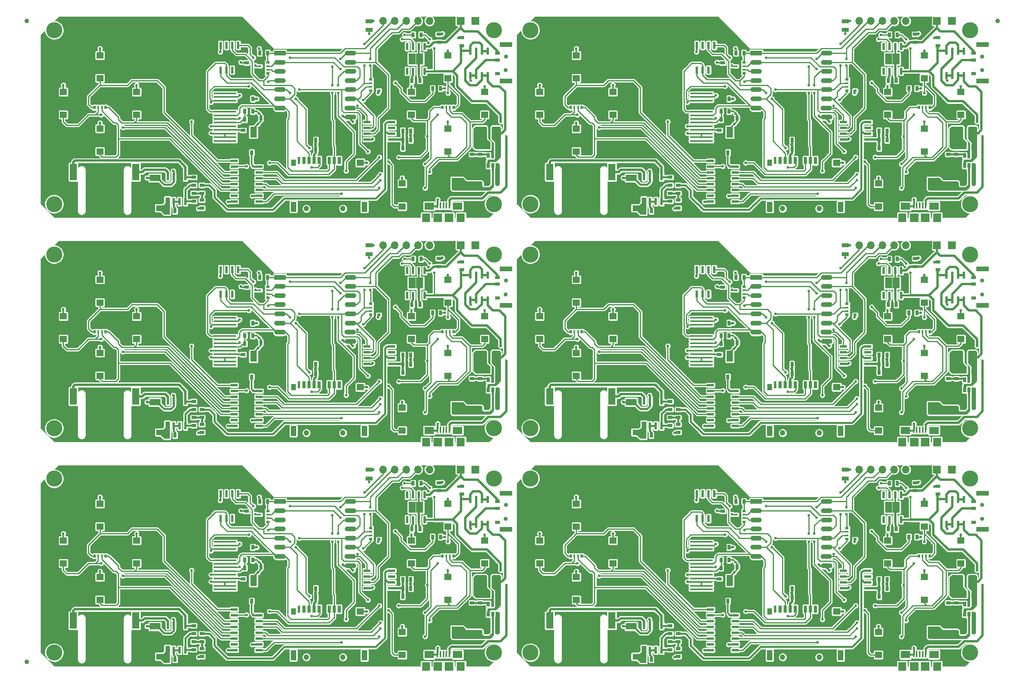
<source format=gbr>
G04 #@! TF.FileFunction,Copper,L1,Top,Signal*
%FSLAX46Y46*%
G04 Gerber Fmt 4.6, Leading zero omitted, Abs format (unit mm)*
G04 Created by KiCad (PCBNEW 4.0.4-snap1-stable) date Fri May 24 02:00:32 2019*
%MOMM*%
%LPD*%
G01*
G04 APERTURE LIST*
%ADD10C,0.150000*%
%ADD11R,1.700000X1.700000*%
%ADD12O,1.700000X1.700000*%
%ADD13R,2.400000X1.460000*%
%ADD14R,1.460000X2.400000*%
%ADD15R,1.000000X0.670000*%
%ADD16R,0.600000X1.550000*%
%ADD17R,0.650000X1.060000*%
%ADD18R,0.670000X1.000000*%
%ADD19R,0.800000X2.700000*%
%ADD20R,1.600000X1.200000*%
%ADD21R,1.500000X0.970000*%
%ADD22R,2.100000X1.600000*%
%ADD23R,1.900000X1.900000*%
%ADD24R,0.400000X1.350000*%
%ADD25R,1.800000X1.900000*%
%ADD26R,2.800000X1.000000*%
%ADD27R,1.000000X0.700000*%
%ADD28C,0.900000*%
%ADD29R,0.800000X0.500000*%
%ADD30R,0.800000X0.400000*%
%ADD31R,2.500000X1.100000*%
%ADD32O,2.500000X1.100000*%
%ADD33R,1.550000X0.600000*%
%ADD34R,1.600000X3.600000*%
%ADD35C,1.200000*%
%ADD36R,0.700000X1.600000*%
%ADD37R,0.600000X1.600000*%
%ADD38R,1.200000X2.200000*%
%ADD39R,1.600000X1.400000*%
%ADD40R,1.100000X1.400000*%
%ADD41R,0.500000X0.800000*%
%ADD42R,0.400000X0.800000*%
%ADD43R,1.500000X1.400000*%
%ADD44R,1.500000X0.600000*%
%ADD45R,5.000000X0.400000*%
%ADD46C,3.500000*%
%ADD47C,1.000000*%
%ADD48C,0.600000*%
%ADD49C,0.550000*%
%ADD50C,0.450000*%
%ADD51C,0.350000*%
%ADD52C,0.250000*%
%ADD53C,0.120000*%
G04 APERTURE END LIST*
D10*
D11*
X193750000Y-70000000D03*
X197000000Y-70000000D03*
X189500000Y-70000000D03*
D12*
X186960000Y-70000000D03*
X184420000Y-70000000D03*
X181880000Y-70000000D03*
X179340000Y-70000000D03*
X176800000Y-70000000D03*
D13*
X193000000Y-105230000D03*
X193000000Y-102270000D03*
D14*
X198520000Y-94500000D03*
X201480000Y-94500000D03*
D15*
X197750000Y-105625000D03*
X197750000Y-103875000D03*
X195750000Y-105625000D03*
X195750000Y-103875000D03*
D16*
X199655000Y-76550000D03*
X198385000Y-76550000D03*
X197115000Y-76550000D03*
X195845000Y-76550000D03*
X195845000Y-81950000D03*
X197115000Y-81950000D03*
X198385000Y-81950000D03*
X199655000Y-81950000D03*
D15*
X194000000Y-75375000D03*
X194000000Y-73625000D03*
D17*
X199800000Y-101600000D03*
X200750000Y-101600000D03*
X201700000Y-101600000D03*
X201700000Y-99400000D03*
X199800000Y-99400000D03*
D15*
X196250000Y-99125000D03*
X196250000Y-100875000D03*
X198000000Y-99125000D03*
X198000000Y-97375000D03*
D18*
X199875000Y-97500000D03*
X201625000Y-97500000D03*
D15*
X189000000Y-72875000D03*
X189000000Y-74625000D03*
D19*
X201850000Y-104500000D03*
X199650000Y-104500000D03*
D16*
X182095000Y-80950000D03*
X183365000Y-80950000D03*
X184635000Y-80950000D03*
X185905000Y-80950000D03*
X185905000Y-75550000D03*
X184635000Y-75550000D03*
X183365000Y-75550000D03*
X182095000Y-75550000D03*
D20*
X184800000Y-77650000D03*
X183200000Y-77650000D03*
X184800000Y-78850000D03*
X183200000Y-78850000D03*
D21*
X173750000Y-71955000D03*
X173750000Y-70045000D03*
D18*
X183125000Y-83000000D03*
X184875000Y-83000000D03*
X183375000Y-73000000D03*
X185125000Y-73000000D03*
D22*
X186900000Y-110450000D03*
X193100000Y-110450000D03*
D23*
X188800000Y-113000000D03*
X191200000Y-113000000D03*
D24*
X188700000Y-110325000D03*
X189350000Y-110325000D03*
X190000000Y-110325000D03*
X190650000Y-110325000D03*
X191300000Y-110325000D03*
D25*
X186200000Y-113000000D03*
X193800000Y-113000000D03*
D26*
X203700000Y-83100000D03*
D27*
X201800000Y-81500000D03*
X201800000Y-77000000D03*
X201800000Y-78500000D03*
D26*
X203700000Y-75150000D03*
D28*
X203600000Y-80750000D03*
X203650000Y-77750000D03*
D29*
X149850000Y-79050000D03*
D30*
X149850000Y-80650000D03*
X149850000Y-79850000D03*
D29*
X149850000Y-81450000D03*
D30*
X151650000Y-79850000D03*
D29*
X151650000Y-79050000D03*
D30*
X151650000Y-80650000D03*
D29*
X151650000Y-81450000D03*
X175900000Y-85200000D03*
D30*
X175900000Y-83600000D03*
X175900000Y-84400000D03*
D29*
X175900000Y-82800000D03*
D30*
X174100000Y-84400000D03*
D29*
X174100000Y-85200000D03*
D30*
X174100000Y-83600000D03*
D29*
X174100000Y-82800000D03*
D18*
X149875000Y-77000000D03*
X151625000Y-77000000D03*
X187625000Y-84750000D03*
X189375000Y-84750000D03*
D14*
X148520000Y-94250000D03*
X151480000Y-94250000D03*
D18*
X150125000Y-91250000D03*
X151875000Y-91250000D03*
D31*
X154300000Y-77000000D03*
D32*
X154300000Y-79000000D03*
X154300000Y-81000000D03*
X154300000Y-83000000D03*
X154300000Y-85000000D03*
X154300000Y-87000000D03*
X154300000Y-89000000D03*
X154300000Y-91000000D03*
X169700000Y-91000000D03*
X169600000Y-89000000D03*
X169700000Y-87000000D03*
X169700000Y-85000000D03*
X169700000Y-83000000D03*
X169700000Y-81000000D03*
X169700000Y-79000000D03*
X169700000Y-77000000D03*
D15*
X147000000Y-79125000D03*
X147000000Y-80875000D03*
D16*
X145155000Y-75300000D03*
X143885000Y-75300000D03*
X142615000Y-75300000D03*
X141345000Y-75300000D03*
X141345000Y-80700000D03*
X142615000Y-80700000D03*
X143885000Y-80700000D03*
X145155000Y-80700000D03*
D18*
X182875000Y-94000000D03*
X181125000Y-94000000D03*
X182875000Y-96000000D03*
X181125000Y-96000000D03*
X182875000Y-97750000D03*
X181125000Y-97750000D03*
D33*
X173300000Y-92095000D03*
X173300000Y-93365000D03*
X173300000Y-94635000D03*
X173300000Y-95905000D03*
X178700000Y-95905000D03*
X178700000Y-94635000D03*
X178700000Y-93365000D03*
X178700000Y-92095000D03*
D18*
X129625000Y-111500000D03*
X131375000Y-111500000D03*
D15*
X135500000Y-105875000D03*
X135500000Y-104125000D03*
X135500000Y-109375000D03*
X135500000Y-107625000D03*
X137250000Y-107625000D03*
X137250000Y-105875000D03*
X137250000Y-109125000D03*
X137250000Y-110875000D03*
D13*
X127000000Y-104270000D03*
X127000000Y-107230000D03*
D15*
X128000000Y-110875000D03*
X128000000Y-109125000D03*
D16*
X129845000Y-109450000D03*
X131115000Y-109450000D03*
X132385000Y-109450000D03*
X133655000Y-109450000D03*
X133655000Y-104050000D03*
X132385000Y-104050000D03*
X131115000Y-104050000D03*
X129845000Y-104050000D03*
D34*
X122800000Y-103000000D03*
X109200000Y-103000000D03*
D18*
X162125000Y-96000000D03*
X163875000Y-96000000D03*
X162125000Y-98000000D03*
X163875000Y-98000000D03*
D35*
X160070000Y-111000000D03*
X168050000Y-111000000D03*
D36*
X167250000Y-100500000D03*
X166150000Y-100500000D03*
X165050000Y-100500000D03*
X163950000Y-100500000D03*
X162850000Y-100500000D03*
X161750000Y-100500000D03*
X160650000Y-100500000D03*
X159550000Y-100500000D03*
D37*
X158450000Y-100500000D03*
D38*
X172750000Y-110600000D03*
X157250000Y-110600000D03*
D39*
X171850000Y-101000000D03*
D40*
X157250000Y-101000000D03*
D41*
X116200000Y-87100000D03*
D42*
X114600000Y-87100000D03*
X115400000Y-87100000D03*
D41*
X113800000Y-87100000D03*
D42*
X115400000Y-88900000D03*
D41*
X116200000Y-88900000D03*
D42*
X114600000Y-88900000D03*
D41*
X113800000Y-88900000D03*
X192200000Y-87100000D03*
D42*
X190600000Y-87100000D03*
X191400000Y-87100000D03*
D41*
X189800000Y-87100000D03*
D42*
X191400000Y-88900000D03*
D41*
X192200000Y-88900000D03*
D42*
X190600000Y-88900000D03*
D41*
X189800000Y-88900000D03*
D43*
X115000000Y-77500000D03*
X115000000Y-82500000D03*
X123000000Y-85500000D03*
X123000000Y-90500000D03*
X107000000Y-85500000D03*
X107000000Y-90500000D03*
X115000000Y-93500000D03*
X115000000Y-98500000D03*
X191000000Y-93500000D03*
X191000000Y-98500000D03*
X199000000Y-85500000D03*
X199000000Y-90500000D03*
X191000000Y-77500000D03*
X191000000Y-82500000D03*
X183000000Y-85500000D03*
X183000000Y-90500000D03*
X181000000Y-105500000D03*
X181000000Y-110500000D03*
D18*
X148125000Y-98750000D03*
X149875000Y-98750000D03*
D44*
X144300000Y-100555000D03*
X144300000Y-101825000D03*
X144300000Y-103095000D03*
X144300000Y-104365000D03*
X144300000Y-105635000D03*
X144300000Y-106905000D03*
X144300000Y-108175000D03*
X144300000Y-109445000D03*
X149700000Y-109445000D03*
X149700000Y-108175000D03*
X149700000Y-106905000D03*
X149700000Y-105635000D03*
X149700000Y-104365000D03*
X149700000Y-103095000D03*
X149700000Y-101825000D03*
X149700000Y-100555000D03*
D15*
X146250000Y-95625000D03*
X146250000Y-93875000D03*
D18*
X148375000Y-91500000D03*
X146625000Y-91500000D03*
X148375000Y-89750000D03*
X146625000Y-89750000D03*
X148375000Y-87000000D03*
X146625000Y-87000000D03*
D45*
X142300000Y-85800000D03*
X142300000Y-86600000D03*
X142300000Y-87400000D03*
X142300000Y-88200000D03*
X142300000Y-89000000D03*
X142300000Y-89800000D03*
X142300000Y-90600000D03*
X142300000Y-91400000D03*
X142300000Y-92200000D03*
X142300000Y-93000000D03*
X142300000Y-93800000D03*
X142300000Y-94600000D03*
X142300000Y-95400000D03*
X142300000Y-96200000D03*
D46*
X105000000Y-72000000D03*
X105000000Y-110000000D03*
X201000000Y-72000000D03*
X201000000Y-110000000D03*
D11*
X297750000Y-70000000D03*
X301000000Y-70000000D03*
X293500000Y-70000000D03*
D12*
X290960000Y-70000000D03*
X288420000Y-70000000D03*
X285880000Y-70000000D03*
X283340000Y-70000000D03*
X280800000Y-70000000D03*
D13*
X297000000Y-105230000D03*
X297000000Y-102270000D03*
D14*
X302520000Y-94500000D03*
X305480000Y-94500000D03*
D15*
X301750000Y-105625000D03*
X301750000Y-103875000D03*
X299750000Y-105625000D03*
X299750000Y-103875000D03*
D16*
X303655000Y-76550000D03*
X302385000Y-76550000D03*
X301115000Y-76550000D03*
X299845000Y-76550000D03*
X299845000Y-81950000D03*
X301115000Y-81950000D03*
X302385000Y-81950000D03*
X303655000Y-81950000D03*
D15*
X298000000Y-75375000D03*
X298000000Y-73625000D03*
D17*
X303800000Y-101600000D03*
X304750000Y-101600000D03*
X305700000Y-101600000D03*
X305700000Y-99400000D03*
X303800000Y-99400000D03*
D15*
X300250000Y-99125000D03*
X300250000Y-100875000D03*
X302000000Y-99125000D03*
X302000000Y-97375000D03*
D18*
X303875000Y-97500000D03*
X305625000Y-97500000D03*
D15*
X293000000Y-72875000D03*
X293000000Y-74625000D03*
D19*
X305850000Y-104500000D03*
X303650000Y-104500000D03*
D16*
X286095000Y-80950000D03*
X287365000Y-80950000D03*
X288635000Y-80950000D03*
X289905000Y-80950000D03*
X289905000Y-75550000D03*
X288635000Y-75550000D03*
X287365000Y-75550000D03*
X286095000Y-75550000D03*
D20*
X288800000Y-77650000D03*
X287200000Y-77650000D03*
X288800000Y-78850000D03*
X287200000Y-78850000D03*
D21*
X277750000Y-71955000D03*
X277750000Y-70045000D03*
D18*
X287125000Y-83000000D03*
X288875000Y-83000000D03*
X287375000Y-73000000D03*
X289125000Y-73000000D03*
D22*
X290900000Y-110450000D03*
X297100000Y-110450000D03*
D23*
X292800000Y-113000000D03*
X295200000Y-113000000D03*
D24*
X292700000Y-110325000D03*
X293350000Y-110325000D03*
X294000000Y-110325000D03*
X294650000Y-110325000D03*
X295300000Y-110325000D03*
D25*
X290200000Y-113000000D03*
X297800000Y-113000000D03*
D26*
X307700000Y-83100000D03*
D27*
X305800000Y-81500000D03*
X305800000Y-77000000D03*
X305800000Y-78500000D03*
D26*
X307700000Y-75150000D03*
D28*
X307600000Y-80750000D03*
X307650000Y-77750000D03*
D29*
X253850000Y-79050000D03*
D30*
X253850000Y-80650000D03*
X253850000Y-79850000D03*
D29*
X253850000Y-81450000D03*
D30*
X255650000Y-79850000D03*
D29*
X255650000Y-79050000D03*
D30*
X255650000Y-80650000D03*
D29*
X255650000Y-81450000D03*
X279900000Y-85200000D03*
D30*
X279900000Y-83600000D03*
X279900000Y-84400000D03*
D29*
X279900000Y-82800000D03*
D30*
X278100000Y-84400000D03*
D29*
X278100000Y-85200000D03*
D30*
X278100000Y-83600000D03*
D29*
X278100000Y-82800000D03*
D18*
X253875000Y-77000000D03*
X255625000Y-77000000D03*
X291625000Y-84750000D03*
X293375000Y-84750000D03*
D14*
X252520000Y-94250000D03*
X255480000Y-94250000D03*
D18*
X254125000Y-91250000D03*
X255875000Y-91250000D03*
D31*
X258300000Y-77000000D03*
D32*
X258300000Y-79000000D03*
X258300000Y-81000000D03*
X258300000Y-83000000D03*
X258300000Y-85000000D03*
X258300000Y-87000000D03*
X258300000Y-89000000D03*
X258300000Y-91000000D03*
X273700000Y-91000000D03*
X273600000Y-89000000D03*
X273700000Y-87000000D03*
X273700000Y-85000000D03*
X273700000Y-83000000D03*
X273700000Y-81000000D03*
X273700000Y-79000000D03*
X273700000Y-77000000D03*
D15*
X251000000Y-79125000D03*
X251000000Y-80875000D03*
D16*
X249155000Y-75300000D03*
X247885000Y-75300000D03*
X246615000Y-75300000D03*
X245345000Y-75300000D03*
X245345000Y-80700000D03*
X246615000Y-80700000D03*
X247885000Y-80700000D03*
X249155000Y-80700000D03*
D18*
X286875000Y-94000000D03*
X285125000Y-94000000D03*
X286875000Y-96000000D03*
X285125000Y-96000000D03*
X286875000Y-97750000D03*
X285125000Y-97750000D03*
D33*
X277300000Y-92095000D03*
X277300000Y-93365000D03*
X277300000Y-94635000D03*
X277300000Y-95905000D03*
X282700000Y-95905000D03*
X282700000Y-94635000D03*
X282700000Y-93365000D03*
X282700000Y-92095000D03*
D18*
X233625000Y-111500000D03*
X235375000Y-111500000D03*
D15*
X239500000Y-105875000D03*
X239500000Y-104125000D03*
X239500000Y-109375000D03*
X239500000Y-107625000D03*
X241250000Y-107625000D03*
X241250000Y-105875000D03*
X241250000Y-109125000D03*
X241250000Y-110875000D03*
D13*
X231000000Y-104270000D03*
X231000000Y-107230000D03*
D15*
X232000000Y-110875000D03*
X232000000Y-109125000D03*
D16*
X233845000Y-109450000D03*
X235115000Y-109450000D03*
X236385000Y-109450000D03*
X237655000Y-109450000D03*
X237655000Y-104050000D03*
X236385000Y-104050000D03*
X235115000Y-104050000D03*
X233845000Y-104050000D03*
D34*
X226800000Y-103000000D03*
X213200000Y-103000000D03*
D18*
X266125000Y-96000000D03*
X267875000Y-96000000D03*
X266125000Y-98000000D03*
X267875000Y-98000000D03*
D35*
X264070000Y-111000000D03*
X272050000Y-111000000D03*
D36*
X271250000Y-100500000D03*
X270150000Y-100500000D03*
X269050000Y-100500000D03*
X267950000Y-100500000D03*
X266850000Y-100500000D03*
X265750000Y-100500000D03*
X264650000Y-100500000D03*
X263550000Y-100500000D03*
D37*
X262450000Y-100500000D03*
D38*
X276750000Y-110600000D03*
X261250000Y-110600000D03*
D39*
X275850000Y-101000000D03*
D40*
X261250000Y-101000000D03*
D41*
X220200000Y-87100000D03*
D42*
X218600000Y-87100000D03*
X219400000Y-87100000D03*
D41*
X217800000Y-87100000D03*
D42*
X219400000Y-88900000D03*
D41*
X220200000Y-88900000D03*
D42*
X218600000Y-88900000D03*
D41*
X217800000Y-88900000D03*
X296200000Y-87100000D03*
D42*
X294600000Y-87100000D03*
X295400000Y-87100000D03*
D41*
X293800000Y-87100000D03*
D42*
X295400000Y-88900000D03*
D41*
X296200000Y-88900000D03*
D42*
X294600000Y-88900000D03*
D41*
X293800000Y-88900000D03*
D43*
X219000000Y-77500000D03*
X219000000Y-82500000D03*
X227000000Y-85500000D03*
X227000000Y-90500000D03*
X211000000Y-85500000D03*
X211000000Y-90500000D03*
X219000000Y-93500000D03*
X219000000Y-98500000D03*
X295000000Y-93500000D03*
X295000000Y-98500000D03*
X303000000Y-85500000D03*
X303000000Y-90500000D03*
X295000000Y-77500000D03*
X295000000Y-82500000D03*
X287000000Y-85500000D03*
X287000000Y-90500000D03*
X285000000Y-105500000D03*
X285000000Y-110500000D03*
D18*
X252125000Y-98750000D03*
X253875000Y-98750000D03*
D44*
X248300000Y-100555000D03*
X248300000Y-101825000D03*
X248300000Y-103095000D03*
X248300000Y-104365000D03*
X248300000Y-105635000D03*
X248300000Y-106905000D03*
X248300000Y-108175000D03*
X248300000Y-109445000D03*
X253700000Y-109445000D03*
X253700000Y-108175000D03*
X253700000Y-106905000D03*
X253700000Y-105635000D03*
X253700000Y-104365000D03*
X253700000Y-103095000D03*
X253700000Y-101825000D03*
X253700000Y-100555000D03*
D15*
X250250000Y-95625000D03*
X250250000Y-93875000D03*
D18*
X252375000Y-91500000D03*
X250625000Y-91500000D03*
X252375000Y-89750000D03*
X250625000Y-89750000D03*
X252375000Y-87000000D03*
X250625000Y-87000000D03*
D45*
X246300000Y-85800000D03*
X246300000Y-86600000D03*
X246300000Y-87400000D03*
X246300000Y-88200000D03*
X246300000Y-89000000D03*
X246300000Y-89800000D03*
X246300000Y-90600000D03*
X246300000Y-91400000D03*
X246300000Y-92200000D03*
X246300000Y-93000000D03*
X246300000Y-93800000D03*
X246300000Y-94600000D03*
X246300000Y-95400000D03*
X246300000Y-96200000D03*
D46*
X209000000Y-72000000D03*
X209000000Y-110000000D03*
X305000000Y-72000000D03*
X305000000Y-110000000D03*
D11*
X193750000Y-119000000D03*
X197000000Y-119000000D03*
X189500000Y-119000000D03*
D12*
X186960000Y-119000000D03*
X184420000Y-119000000D03*
X181880000Y-119000000D03*
X179340000Y-119000000D03*
X176800000Y-119000000D03*
D13*
X193000000Y-154230000D03*
X193000000Y-151270000D03*
D14*
X198520000Y-143500000D03*
X201480000Y-143500000D03*
D15*
X197750000Y-154625000D03*
X197750000Y-152875000D03*
X195750000Y-154625000D03*
X195750000Y-152875000D03*
D16*
X199655000Y-125550000D03*
X198385000Y-125550000D03*
X197115000Y-125550000D03*
X195845000Y-125550000D03*
X195845000Y-130950000D03*
X197115000Y-130950000D03*
X198385000Y-130950000D03*
X199655000Y-130950000D03*
D15*
X194000000Y-124375000D03*
X194000000Y-122625000D03*
D17*
X199800000Y-150600000D03*
X200750000Y-150600000D03*
X201700000Y-150600000D03*
X201700000Y-148400000D03*
X199800000Y-148400000D03*
D15*
X196250000Y-148125000D03*
X196250000Y-149875000D03*
X198000000Y-148125000D03*
X198000000Y-146375000D03*
D18*
X199875000Y-146500000D03*
X201625000Y-146500000D03*
D15*
X189000000Y-121875000D03*
X189000000Y-123625000D03*
D19*
X201850000Y-153500000D03*
X199650000Y-153500000D03*
D16*
X182095000Y-129950000D03*
X183365000Y-129950000D03*
X184635000Y-129950000D03*
X185905000Y-129950000D03*
X185905000Y-124550000D03*
X184635000Y-124550000D03*
X183365000Y-124550000D03*
X182095000Y-124550000D03*
D20*
X184800000Y-126650000D03*
X183200000Y-126650000D03*
X184800000Y-127850000D03*
X183200000Y-127850000D03*
D21*
X173750000Y-120955000D03*
X173750000Y-119045000D03*
D18*
X183125000Y-132000000D03*
X184875000Y-132000000D03*
X183375000Y-122000000D03*
X185125000Y-122000000D03*
D22*
X186900000Y-159450000D03*
X193100000Y-159450000D03*
D23*
X188800000Y-162000000D03*
X191200000Y-162000000D03*
D24*
X188700000Y-159325000D03*
X189350000Y-159325000D03*
X190000000Y-159325000D03*
X190650000Y-159325000D03*
X191300000Y-159325000D03*
D25*
X186200000Y-162000000D03*
X193800000Y-162000000D03*
D26*
X203700000Y-132100000D03*
D27*
X201800000Y-130500000D03*
X201800000Y-126000000D03*
X201800000Y-127500000D03*
D26*
X203700000Y-124150000D03*
D28*
X203600000Y-129750000D03*
X203650000Y-126750000D03*
D29*
X149850000Y-128050000D03*
D30*
X149850000Y-129650000D03*
X149850000Y-128850000D03*
D29*
X149850000Y-130450000D03*
D30*
X151650000Y-128850000D03*
D29*
X151650000Y-128050000D03*
D30*
X151650000Y-129650000D03*
D29*
X151650000Y-130450000D03*
X175900000Y-134200000D03*
D30*
X175900000Y-132600000D03*
X175900000Y-133400000D03*
D29*
X175900000Y-131800000D03*
D30*
X174100000Y-133400000D03*
D29*
X174100000Y-134200000D03*
D30*
X174100000Y-132600000D03*
D29*
X174100000Y-131800000D03*
D18*
X149875000Y-126000000D03*
X151625000Y-126000000D03*
X187625000Y-133750000D03*
X189375000Y-133750000D03*
D14*
X148520000Y-143250000D03*
X151480000Y-143250000D03*
D18*
X150125000Y-140250000D03*
X151875000Y-140250000D03*
D31*
X154300000Y-126000000D03*
D32*
X154300000Y-128000000D03*
X154300000Y-130000000D03*
X154300000Y-132000000D03*
X154300000Y-134000000D03*
X154300000Y-136000000D03*
X154300000Y-138000000D03*
X154300000Y-140000000D03*
X169700000Y-140000000D03*
X169600000Y-138000000D03*
X169700000Y-136000000D03*
X169700000Y-134000000D03*
X169700000Y-132000000D03*
X169700000Y-130000000D03*
X169700000Y-128000000D03*
X169700000Y-126000000D03*
D15*
X147000000Y-128125000D03*
X147000000Y-129875000D03*
D16*
X145155000Y-124300000D03*
X143885000Y-124300000D03*
X142615000Y-124300000D03*
X141345000Y-124300000D03*
X141345000Y-129700000D03*
X142615000Y-129700000D03*
X143885000Y-129700000D03*
X145155000Y-129700000D03*
D18*
X182875000Y-143000000D03*
X181125000Y-143000000D03*
X182875000Y-145000000D03*
X181125000Y-145000000D03*
X182875000Y-146750000D03*
X181125000Y-146750000D03*
D33*
X173300000Y-141095000D03*
X173300000Y-142365000D03*
X173300000Y-143635000D03*
X173300000Y-144905000D03*
X178700000Y-144905000D03*
X178700000Y-143635000D03*
X178700000Y-142365000D03*
X178700000Y-141095000D03*
D18*
X129625000Y-160500000D03*
X131375000Y-160500000D03*
D15*
X135500000Y-154875000D03*
X135500000Y-153125000D03*
X135500000Y-158375000D03*
X135500000Y-156625000D03*
X137250000Y-156625000D03*
X137250000Y-154875000D03*
X137250000Y-158125000D03*
X137250000Y-159875000D03*
D13*
X127000000Y-153270000D03*
X127000000Y-156230000D03*
D15*
X128000000Y-159875000D03*
X128000000Y-158125000D03*
D16*
X129845000Y-158450000D03*
X131115000Y-158450000D03*
X132385000Y-158450000D03*
X133655000Y-158450000D03*
X133655000Y-153050000D03*
X132385000Y-153050000D03*
X131115000Y-153050000D03*
X129845000Y-153050000D03*
D34*
X122800000Y-152000000D03*
X109200000Y-152000000D03*
D18*
X162125000Y-145000000D03*
X163875000Y-145000000D03*
X162125000Y-147000000D03*
X163875000Y-147000000D03*
D35*
X160070000Y-160000000D03*
X168050000Y-160000000D03*
D36*
X167250000Y-149500000D03*
X166150000Y-149500000D03*
X165050000Y-149500000D03*
X163950000Y-149500000D03*
X162850000Y-149500000D03*
X161750000Y-149500000D03*
X160650000Y-149500000D03*
X159550000Y-149500000D03*
D37*
X158450000Y-149500000D03*
D38*
X172750000Y-159600000D03*
X157250000Y-159600000D03*
D39*
X171850000Y-150000000D03*
D40*
X157250000Y-150000000D03*
D41*
X116200000Y-136100000D03*
D42*
X114600000Y-136100000D03*
X115400000Y-136100000D03*
D41*
X113800000Y-136100000D03*
D42*
X115400000Y-137900000D03*
D41*
X116200000Y-137900000D03*
D42*
X114600000Y-137900000D03*
D41*
X113800000Y-137900000D03*
X192200000Y-136100000D03*
D42*
X190600000Y-136100000D03*
X191400000Y-136100000D03*
D41*
X189800000Y-136100000D03*
D42*
X191400000Y-137900000D03*
D41*
X192200000Y-137900000D03*
D42*
X190600000Y-137900000D03*
D41*
X189800000Y-137900000D03*
D43*
X115000000Y-126500000D03*
X115000000Y-131500000D03*
X123000000Y-134500000D03*
X123000000Y-139500000D03*
X107000000Y-134500000D03*
X107000000Y-139500000D03*
X115000000Y-142500000D03*
X115000000Y-147500000D03*
X191000000Y-142500000D03*
X191000000Y-147500000D03*
X199000000Y-134500000D03*
X199000000Y-139500000D03*
X191000000Y-126500000D03*
X191000000Y-131500000D03*
X183000000Y-134500000D03*
X183000000Y-139500000D03*
X181000000Y-154500000D03*
X181000000Y-159500000D03*
D18*
X148125000Y-147750000D03*
X149875000Y-147750000D03*
D44*
X144300000Y-149555000D03*
X144300000Y-150825000D03*
X144300000Y-152095000D03*
X144300000Y-153365000D03*
X144300000Y-154635000D03*
X144300000Y-155905000D03*
X144300000Y-157175000D03*
X144300000Y-158445000D03*
X149700000Y-158445000D03*
X149700000Y-157175000D03*
X149700000Y-155905000D03*
X149700000Y-154635000D03*
X149700000Y-153365000D03*
X149700000Y-152095000D03*
X149700000Y-150825000D03*
X149700000Y-149555000D03*
D15*
X146250000Y-144625000D03*
X146250000Y-142875000D03*
D18*
X148375000Y-140500000D03*
X146625000Y-140500000D03*
X148375000Y-138750000D03*
X146625000Y-138750000D03*
X148375000Y-136000000D03*
X146625000Y-136000000D03*
D45*
X142300000Y-134800000D03*
X142300000Y-135600000D03*
X142300000Y-136400000D03*
X142300000Y-137200000D03*
X142300000Y-138000000D03*
X142300000Y-138800000D03*
X142300000Y-139600000D03*
X142300000Y-140400000D03*
X142300000Y-141200000D03*
X142300000Y-142000000D03*
X142300000Y-142800000D03*
X142300000Y-143600000D03*
X142300000Y-144400000D03*
X142300000Y-145200000D03*
D46*
X105000000Y-121000000D03*
X105000000Y-159000000D03*
X201000000Y-121000000D03*
X201000000Y-159000000D03*
D11*
X297750000Y-119000000D03*
X301000000Y-119000000D03*
X293500000Y-119000000D03*
D12*
X290960000Y-119000000D03*
X288420000Y-119000000D03*
X285880000Y-119000000D03*
X283340000Y-119000000D03*
X280800000Y-119000000D03*
D13*
X297000000Y-154230000D03*
X297000000Y-151270000D03*
D14*
X302520000Y-143500000D03*
X305480000Y-143500000D03*
D15*
X301750000Y-154625000D03*
X301750000Y-152875000D03*
X299750000Y-154625000D03*
X299750000Y-152875000D03*
D16*
X303655000Y-125550000D03*
X302385000Y-125550000D03*
X301115000Y-125550000D03*
X299845000Y-125550000D03*
X299845000Y-130950000D03*
X301115000Y-130950000D03*
X302385000Y-130950000D03*
X303655000Y-130950000D03*
D15*
X298000000Y-124375000D03*
X298000000Y-122625000D03*
D17*
X303800000Y-150600000D03*
X304750000Y-150600000D03*
X305700000Y-150600000D03*
X305700000Y-148400000D03*
X303800000Y-148400000D03*
D15*
X300250000Y-148125000D03*
X300250000Y-149875000D03*
X302000000Y-148125000D03*
X302000000Y-146375000D03*
D18*
X303875000Y-146500000D03*
X305625000Y-146500000D03*
D15*
X293000000Y-121875000D03*
X293000000Y-123625000D03*
D19*
X305850000Y-153500000D03*
X303650000Y-153500000D03*
D16*
X286095000Y-129950000D03*
X287365000Y-129950000D03*
X288635000Y-129950000D03*
X289905000Y-129950000D03*
X289905000Y-124550000D03*
X288635000Y-124550000D03*
X287365000Y-124550000D03*
X286095000Y-124550000D03*
D20*
X288800000Y-126650000D03*
X287200000Y-126650000D03*
X288800000Y-127850000D03*
X287200000Y-127850000D03*
D21*
X277750000Y-120955000D03*
X277750000Y-119045000D03*
D18*
X287125000Y-132000000D03*
X288875000Y-132000000D03*
X287375000Y-122000000D03*
X289125000Y-122000000D03*
D22*
X290900000Y-159450000D03*
X297100000Y-159450000D03*
D23*
X292800000Y-162000000D03*
X295200000Y-162000000D03*
D24*
X292700000Y-159325000D03*
X293350000Y-159325000D03*
X294000000Y-159325000D03*
X294650000Y-159325000D03*
X295300000Y-159325000D03*
D25*
X290200000Y-162000000D03*
X297800000Y-162000000D03*
D26*
X307700000Y-132100000D03*
D27*
X305800000Y-130500000D03*
X305800000Y-126000000D03*
X305800000Y-127500000D03*
D26*
X307700000Y-124150000D03*
D28*
X307600000Y-129750000D03*
X307650000Y-126750000D03*
D29*
X253850000Y-128050000D03*
D30*
X253850000Y-129650000D03*
X253850000Y-128850000D03*
D29*
X253850000Y-130450000D03*
D30*
X255650000Y-128850000D03*
D29*
X255650000Y-128050000D03*
D30*
X255650000Y-129650000D03*
D29*
X255650000Y-130450000D03*
X279900000Y-134200000D03*
D30*
X279900000Y-132600000D03*
X279900000Y-133400000D03*
D29*
X279900000Y-131800000D03*
D30*
X278100000Y-133400000D03*
D29*
X278100000Y-134200000D03*
D30*
X278100000Y-132600000D03*
D29*
X278100000Y-131800000D03*
D18*
X253875000Y-126000000D03*
X255625000Y-126000000D03*
X291625000Y-133750000D03*
X293375000Y-133750000D03*
D14*
X252520000Y-143250000D03*
X255480000Y-143250000D03*
D18*
X254125000Y-140250000D03*
X255875000Y-140250000D03*
D31*
X258300000Y-126000000D03*
D32*
X258300000Y-128000000D03*
X258300000Y-130000000D03*
X258300000Y-132000000D03*
X258300000Y-134000000D03*
X258300000Y-136000000D03*
X258300000Y-138000000D03*
X258300000Y-140000000D03*
X273700000Y-140000000D03*
X273600000Y-138000000D03*
X273700000Y-136000000D03*
X273700000Y-134000000D03*
X273700000Y-132000000D03*
X273700000Y-130000000D03*
X273700000Y-128000000D03*
X273700000Y-126000000D03*
D15*
X251000000Y-128125000D03*
X251000000Y-129875000D03*
D16*
X249155000Y-124300000D03*
X247885000Y-124300000D03*
X246615000Y-124300000D03*
X245345000Y-124300000D03*
X245345000Y-129700000D03*
X246615000Y-129700000D03*
X247885000Y-129700000D03*
X249155000Y-129700000D03*
D18*
X286875000Y-143000000D03*
X285125000Y-143000000D03*
X286875000Y-145000000D03*
X285125000Y-145000000D03*
X286875000Y-146750000D03*
X285125000Y-146750000D03*
D33*
X277300000Y-141095000D03*
X277300000Y-142365000D03*
X277300000Y-143635000D03*
X277300000Y-144905000D03*
X282700000Y-144905000D03*
X282700000Y-143635000D03*
X282700000Y-142365000D03*
X282700000Y-141095000D03*
D18*
X233625000Y-160500000D03*
X235375000Y-160500000D03*
D15*
X239500000Y-154875000D03*
X239500000Y-153125000D03*
X239500000Y-158375000D03*
X239500000Y-156625000D03*
X241250000Y-156625000D03*
X241250000Y-154875000D03*
X241250000Y-158125000D03*
X241250000Y-159875000D03*
D13*
X231000000Y-153270000D03*
X231000000Y-156230000D03*
D15*
X232000000Y-159875000D03*
X232000000Y-158125000D03*
D16*
X233845000Y-158450000D03*
X235115000Y-158450000D03*
X236385000Y-158450000D03*
X237655000Y-158450000D03*
X237655000Y-153050000D03*
X236385000Y-153050000D03*
X235115000Y-153050000D03*
X233845000Y-153050000D03*
D34*
X226800000Y-152000000D03*
X213200000Y-152000000D03*
D18*
X266125000Y-145000000D03*
X267875000Y-145000000D03*
X266125000Y-147000000D03*
X267875000Y-147000000D03*
D35*
X264070000Y-160000000D03*
X272050000Y-160000000D03*
D36*
X271250000Y-149500000D03*
X270150000Y-149500000D03*
X269050000Y-149500000D03*
X267950000Y-149500000D03*
X266850000Y-149500000D03*
X265750000Y-149500000D03*
X264650000Y-149500000D03*
X263550000Y-149500000D03*
D37*
X262450000Y-149500000D03*
D38*
X276750000Y-159600000D03*
X261250000Y-159600000D03*
D39*
X275850000Y-150000000D03*
D40*
X261250000Y-150000000D03*
D41*
X220200000Y-136100000D03*
D42*
X218600000Y-136100000D03*
X219400000Y-136100000D03*
D41*
X217800000Y-136100000D03*
D42*
X219400000Y-137900000D03*
D41*
X220200000Y-137900000D03*
D42*
X218600000Y-137900000D03*
D41*
X217800000Y-137900000D03*
X296200000Y-136100000D03*
D42*
X294600000Y-136100000D03*
X295400000Y-136100000D03*
D41*
X293800000Y-136100000D03*
D42*
X295400000Y-137900000D03*
D41*
X296200000Y-137900000D03*
D42*
X294600000Y-137900000D03*
D41*
X293800000Y-137900000D03*
D43*
X219000000Y-126500000D03*
X219000000Y-131500000D03*
X227000000Y-134500000D03*
X227000000Y-139500000D03*
X211000000Y-134500000D03*
X211000000Y-139500000D03*
X219000000Y-142500000D03*
X219000000Y-147500000D03*
X295000000Y-142500000D03*
X295000000Y-147500000D03*
X303000000Y-134500000D03*
X303000000Y-139500000D03*
X295000000Y-126500000D03*
X295000000Y-131500000D03*
X287000000Y-134500000D03*
X287000000Y-139500000D03*
X285000000Y-154500000D03*
X285000000Y-159500000D03*
D18*
X252125000Y-147750000D03*
X253875000Y-147750000D03*
D44*
X248300000Y-149555000D03*
X248300000Y-150825000D03*
X248300000Y-152095000D03*
X248300000Y-153365000D03*
X248300000Y-154635000D03*
X248300000Y-155905000D03*
X248300000Y-157175000D03*
X248300000Y-158445000D03*
X253700000Y-158445000D03*
X253700000Y-157175000D03*
X253700000Y-155905000D03*
X253700000Y-154635000D03*
X253700000Y-153365000D03*
X253700000Y-152095000D03*
X253700000Y-150825000D03*
X253700000Y-149555000D03*
D15*
X250250000Y-144625000D03*
X250250000Y-142875000D03*
D18*
X252375000Y-140500000D03*
X250625000Y-140500000D03*
X252375000Y-138750000D03*
X250625000Y-138750000D03*
X252375000Y-136000000D03*
X250625000Y-136000000D03*
D45*
X246300000Y-134800000D03*
X246300000Y-135600000D03*
X246300000Y-136400000D03*
X246300000Y-137200000D03*
X246300000Y-138000000D03*
X246300000Y-138800000D03*
X246300000Y-139600000D03*
X246300000Y-140400000D03*
X246300000Y-141200000D03*
X246300000Y-142000000D03*
X246300000Y-142800000D03*
X246300000Y-143600000D03*
X246300000Y-144400000D03*
X246300000Y-145200000D03*
D46*
X209000000Y-121000000D03*
X209000000Y-159000000D03*
X305000000Y-121000000D03*
X305000000Y-159000000D03*
D11*
X193750000Y-168000000D03*
X197000000Y-168000000D03*
X189500000Y-168000000D03*
D12*
X186960000Y-168000000D03*
X184420000Y-168000000D03*
X181880000Y-168000000D03*
X179340000Y-168000000D03*
X176800000Y-168000000D03*
D13*
X193000000Y-203230000D03*
X193000000Y-200270000D03*
D14*
X198520000Y-192500000D03*
X201480000Y-192500000D03*
D15*
X197750000Y-203625000D03*
X197750000Y-201875000D03*
X195750000Y-203625000D03*
X195750000Y-201875000D03*
D16*
X199655000Y-174550000D03*
X198385000Y-174550000D03*
X197115000Y-174550000D03*
X195845000Y-174550000D03*
X195845000Y-179950000D03*
X197115000Y-179950000D03*
X198385000Y-179950000D03*
X199655000Y-179950000D03*
D15*
X194000000Y-173375000D03*
X194000000Y-171625000D03*
D17*
X199800000Y-199600000D03*
X200750000Y-199600000D03*
X201700000Y-199600000D03*
X201700000Y-197400000D03*
X199800000Y-197400000D03*
D15*
X196250000Y-197125000D03*
X196250000Y-198875000D03*
X198000000Y-197125000D03*
X198000000Y-195375000D03*
D18*
X199875000Y-195500000D03*
X201625000Y-195500000D03*
D15*
X189000000Y-170875000D03*
X189000000Y-172625000D03*
D19*
X201850000Y-202500000D03*
X199650000Y-202500000D03*
D16*
X182095000Y-178950000D03*
X183365000Y-178950000D03*
X184635000Y-178950000D03*
X185905000Y-178950000D03*
X185905000Y-173550000D03*
X184635000Y-173550000D03*
X183365000Y-173550000D03*
X182095000Y-173550000D03*
D20*
X184800000Y-175650000D03*
X183200000Y-175650000D03*
X184800000Y-176850000D03*
X183200000Y-176850000D03*
D21*
X173750000Y-169955000D03*
X173750000Y-168045000D03*
D18*
X183125000Y-181000000D03*
X184875000Y-181000000D03*
X183375000Y-171000000D03*
X185125000Y-171000000D03*
D22*
X186900000Y-208450000D03*
X193100000Y-208450000D03*
D23*
X188800000Y-211000000D03*
X191200000Y-211000000D03*
D24*
X188700000Y-208325000D03*
X189350000Y-208325000D03*
X190000000Y-208325000D03*
X190650000Y-208325000D03*
X191300000Y-208325000D03*
D25*
X186200000Y-211000000D03*
X193800000Y-211000000D03*
D26*
X203700000Y-181100000D03*
D27*
X201800000Y-179500000D03*
X201800000Y-175000000D03*
X201800000Y-176500000D03*
D26*
X203700000Y-173150000D03*
D28*
X203600000Y-178750000D03*
X203650000Y-175750000D03*
D29*
X149850000Y-177050000D03*
D30*
X149850000Y-178650000D03*
X149850000Y-177850000D03*
D29*
X149850000Y-179450000D03*
D30*
X151650000Y-177850000D03*
D29*
X151650000Y-177050000D03*
D30*
X151650000Y-178650000D03*
D29*
X151650000Y-179450000D03*
X175900000Y-183200000D03*
D30*
X175900000Y-181600000D03*
X175900000Y-182400000D03*
D29*
X175900000Y-180800000D03*
D30*
X174100000Y-182400000D03*
D29*
X174100000Y-183200000D03*
D30*
X174100000Y-181600000D03*
D29*
X174100000Y-180800000D03*
D18*
X149875000Y-175000000D03*
X151625000Y-175000000D03*
X187625000Y-182750000D03*
X189375000Y-182750000D03*
D14*
X148520000Y-192250000D03*
X151480000Y-192250000D03*
D18*
X150125000Y-189250000D03*
X151875000Y-189250000D03*
D31*
X154300000Y-175000000D03*
D32*
X154300000Y-177000000D03*
X154300000Y-179000000D03*
X154300000Y-181000000D03*
X154300000Y-183000000D03*
X154300000Y-185000000D03*
X154300000Y-187000000D03*
X154300000Y-189000000D03*
X169700000Y-189000000D03*
X169600000Y-187000000D03*
X169700000Y-185000000D03*
X169700000Y-183000000D03*
X169700000Y-181000000D03*
X169700000Y-179000000D03*
X169700000Y-177000000D03*
X169700000Y-175000000D03*
D15*
X147000000Y-177125000D03*
X147000000Y-178875000D03*
D16*
X145155000Y-173300000D03*
X143885000Y-173300000D03*
X142615000Y-173300000D03*
X141345000Y-173300000D03*
X141345000Y-178700000D03*
X142615000Y-178700000D03*
X143885000Y-178700000D03*
X145155000Y-178700000D03*
D18*
X182875000Y-192000000D03*
X181125000Y-192000000D03*
X182875000Y-194000000D03*
X181125000Y-194000000D03*
X182875000Y-195750000D03*
X181125000Y-195750000D03*
D33*
X173300000Y-190095000D03*
X173300000Y-191365000D03*
X173300000Y-192635000D03*
X173300000Y-193905000D03*
X178700000Y-193905000D03*
X178700000Y-192635000D03*
X178700000Y-191365000D03*
X178700000Y-190095000D03*
D18*
X129625000Y-209500000D03*
X131375000Y-209500000D03*
D15*
X135500000Y-203875000D03*
X135500000Y-202125000D03*
X135500000Y-207375000D03*
X135500000Y-205625000D03*
X137250000Y-205625000D03*
X137250000Y-203875000D03*
X137250000Y-207125000D03*
X137250000Y-208875000D03*
D13*
X127000000Y-202270000D03*
X127000000Y-205230000D03*
D15*
X128000000Y-208875000D03*
X128000000Y-207125000D03*
D16*
X129845000Y-207450000D03*
X131115000Y-207450000D03*
X132385000Y-207450000D03*
X133655000Y-207450000D03*
X133655000Y-202050000D03*
X132385000Y-202050000D03*
X131115000Y-202050000D03*
X129845000Y-202050000D03*
D34*
X122800000Y-201000000D03*
X109200000Y-201000000D03*
D18*
X162125000Y-194000000D03*
X163875000Y-194000000D03*
X162125000Y-196000000D03*
X163875000Y-196000000D03*
D35*
X160070000Y-209000000D03*
X168050000Y-209000000D03*
D36*
X167250000Y-198500000D03*
X166150000Y-198500000D03*
X165050000Y-198500000D03*
X163950000Y-198500000D03*
X162850000Y-198500000D03*
X161750000Y-198500000D03*
X160650000Y-198500000D03*
X159550000Y-198500000D03*
D37*
X158450000Y-198500000D03*
D38*
X172750000Y-208600000D03*
X157250000Y-208600000D03*
D39*
X171850000Y-199000000D03*
D40*
X157250000Y-199000000D03*
D41*
X116200000Y-185100000D03*
D42*
X114600000Y-185100000D03*
X115400000Y-185100000D03*
D41*
X113800000Y-185100000D03*
D42*
X115400000Y-186900000D03*
D41*
X116200000Y-186900000D03*
D42*
X114600000Y-186900000D03*
D41*
X113800000Y-186900000D03*
X192200000Y-185100000D03*
D42*
X190600000Y-185100000D03*
X191400000Y-185100000D03*
D41*
X189800000Y-185100000D03*
D42*
X191400000Y-186900000D03*
D41*
X192200000Y-186900000D03*
D42*
X190600000Y-186900000D03*
D41*
X189800000Y-186900000D03*
D43*
X115000000Y-175500000D03*
X115000000Y-180500000D03*
X123000000Y-183500000D03*
X123000000Y-188500000D03*
X107000000Y-183500000D03*
X107000000Y-188500000D03*
X115000000Y-191500000D03*
X115000000Y-196500000D03*
X191000000Y-191500000D03*
X191000000Y-196500000D03*
X199000000Y-183500000D03*
X199000000Y-188500000D03*
X191000000Y-175500000D03*
X191000000Y-180500000D03*
X183000000Y-183500000D03*
X183000000Y-188500000D03*
X181000000Y-203500000D03*
X181000000Y-208500000D03*
D18*
X148125000Y-196750000D03*
X149875000Y-196750000D03*
D44*
X144300000Y-198555000D03*
X144300000Y-199825000D03*
X144300000Y-201095000D03*
X144300000Y-202365000D03*
X144300000Y-203635000D03*
X144300000Y-204905000D03*
X144300000Y-206175000D03*
X144300000Y-207445000D03*
X149700000Y-207445000D03*
X149700000Y-206175000D03*
X149700000Y-204905000D03*
X149700000Y-203635000D03*
X149700000Y-202365000D03*
X149700000Y-201095000D03*
X149700000Y-199825000D03*
X149700000Y-198555000D03*
D15*
X146250000Y-193625000D03*
X146250000Y-191875000D03*
D18*
X148375000Y-189500000D03*
X146625000Y-189500000D03*
X148375000Y-187750000D03*
X146625000Y-187750000D03*
X148375000Y-185000000D03*
X146625000Y-185000000D03*
D45*
X142300000Y-183800000D03*
X142300000Y-184600000D03*
X142300000Y-185400000D03*
X142300000Y-186200000D03*
X142300000Y-187000000D03*
X142300000Y-187800000D03*
X142300000Y-188600000D03*
X142300000Y-189400000D03*
X142300000Y-190200000D03*
X142300000Y-191000000D03*
X142300000Y-191800000D03*
X142300000Y-192600000D03*
X142300000Y-193400000D03*
X142300000Y-194200000D03*
D46*
X105000000Y-170000000D03*
X105000000Y-208000000D03*
X201000000Y-170000000D03*
X201000000Y-208000000D03*
D11*
X297750000Y-168000000D03*
X301000000Y-168000000D03*
X293500000Y-168000000D03*
D12*
X290960000Y-168000000D03*
X288420000Y-168000000D03*
X285880000Y-168000000D03*
X283340000Y-168000000D03*
X280800000Y-168000000D03*
D13*
X297000000Y-203230000D03*
X297000000Y-200270000D03*
D14*
X302520000Y-192500000D03*
X305480000Y-192500000D03*
D15*
X301750000Y-203625000D03*
X301750000Y-201875000D03*
X299750000Y-203625000D03*
X299750000Y-201875000D03*
D16*
X303655000Y-174550000D03*
X302385000Y-174550000D03*
X301115000Y-174550000D03*
X299845000Y-174550000D03*
X299845000Y-179950000D03*
X301115000Y-179950000D03*
X302385000Y-179950000D03*
X303655000Y-179950000D03*
D15*
X298000000Y-173375000D03*
X298000000Y-171625000D03*
D17*
X303800000Y-199600000D03*
X304750000Y-199600000D03*
X305700000Y-199600000D03*
X305700000Y-197400000D03*
X303800000Y-197400000D03*
D15*
X300250000Y-197125000D03*
X300250000Y-198875000D03*
X302000000Y-197125000D03*
X302000000Y-195375000D03*
D18*
X303875000Y-195500000D03*
X305625000Y-195500000D03*
D15*
X293000000Y-170875000D03*
X293000000Y-172625000D03*
D19*
X305850000Y-202500000D03*
X303650000Y-202500000D03*
D16*
X286095000Y-178950000D03*
X287365000Y-178950000D03*
X288635000Y-178950000D03*
X289905000Y-178950000D03*
X289905000Y-173550000D03*
X288635000Y-173550000D03*
X287365000Y-173550000D03*
X286095000Y-173550000D03*
D20*
X288800000Y-175650000D03*
X287200000Y-175650000D03*
X288800000Y-176850000D03*
X287200000Y-176850000D03*
D21*
X277750000Y-169955000D03*
X277750000Y-168045000D03*
D18*
X287125000Y-181000000D03*
X288875000Y-181000000D03*
X287375000Y-171000000D03*
X289125000Y-171000000D03*
D22*
X290900000Y-208450000D03*
X297100000Y-208450000D03*
D23*
X292800000Y-211000000D03*
X295200000Y-211000000D03*
D24*
X292700000Y-208325000D03*
X293350000Y-208325000D03*
X294000000Y-208325000D03*
X294650000Y-208325000D03*
X295300000Y-208325000D03*
D25*
X290200000Y-211000000D03*
X297800000Y-211000000D03*
D26*
X307700000Y-181100000D03*
D27*
X305800000Y-179500000D03*
X305800000Y-175000000D03*
X305800000Y-176500000D03*
D26*
X307700000Y-173150000D03*
D28*
X307600000Y-178750000D03*
X307650000Y-175750000D03*
D29*
X253850000Y-177050000D03*
D30*
X253850000Y-178650000D03*
X253850000Y-177850000D03*
D29*
X253850000Y-179450000D03*
D30*
X255650000Y-177850000D03*
D29*
X255650000Y-177050000D03*
D30*
X255650000Y-178650000D03*
D29*
X255650000Y-179450000D03*
X279900000Y-183200000D03*
D30*
X279900000Y-181600000D03*
X279900000Y-182400000D03*
D29*
X279900000Y-180800000D03*
D30*
X278100000Y-182400000D03*
D29*
X278100000Y-183200000D03*
D30*
X278100000Y-181600000D03*
D29*
X278100000Y-180800000D03*
D18*
X253875000Y-175000000D03*
X255625000Y-175000000D03*
X291625000Y-182750000D03*
X293375000Y-182750000D03*
D14*
X252520000Y-192250000D03*
X255480000Y-192250000D03*
D18*
X254125000Y-189250000D03*
X255875000Y-189250000D03*
D31*
X258300000Y-175000000D03*
D32*
X258300000Y-177000000D03*
X258300000Y-179000000D03*
X258300000Y-181000000D03*
X258300000Y-183000000D03*
X258300000Y-185000000D03*
X258300000Y-187000000D03*
X258300000Y-189000000D03*
X273700000Y-189000000D03*
X273600000Y-187000000D03*
X273700000Y-185000000D03*
X273700000Y-183000000D03*
X273700000Y-181000000D03*
X273700000Y-179000000D03*
X273700000Y-177000000D03*
X273700000Y-175000000D03*
D15*
X251000000Y-177125000D03*
X251000000Y-178875000D03*
D16*
X249155000Y-173300000D03*
X247885000Y-173300000D03*
X246615000Y-173300000D03*
X245345000Y-173300000D03*
X245345000Y-178700000D03*
X246615000Y-178700000D03*
X247885000Y-178700000D03*
X249155000Y-178700000D03*
D18*
X286875000Y-192000000D03*
X285125000Y-192000000D03*
X286875000Y-194000000D03*
X285125000Y-194000000D03*
X286875000Y-195750000D03*
X285125000Y-195750000D03*
D33*
X277300000Y-190095000D03*
X277300000Y-191365000D03*
X277300000Y-192635000D03*
X277300000Y-193905000D03*
X282700000Y-193905000D03*
X282700000Y-192635000D03*
X282700000Y-191365000D03*
X282700000Y-190095000D03*
D18*
X233625000Y-209500000D03*
X235375000Y-209500000D03*
D15*
X239500000Y-203875000D03*
X239500000Y-202125000D03*
X239500000Y-207375000D03*
X239500000Y-205625000D03*
X241250000Y-205625000D03*
X241250000Y-203875000D03*
X241250000Y-207125000D03*
X241250000Y-208875000D03*
D13*
X231000000Y-202270000D03*
X231000000Y-205230000D03*
D15*
X232000000Y-208875000D03*
X232000000Y-207125000D03*
D16*
X233845000Y-207450000D03*
X235115000Y-207450000D03*
X236385000Y-207450000D03*
X237655000Y-207450000D03*
X237655000Y-202050000D03*
X236385000Y-202050000D03*
X235115000Y-202050000D03*
X233845000Y-202050000D03*
D34*
X226800000Y-201000000D03*
X213200000Y-201000000D03*
D18*
X266125000Y-194000000D03*
X267875000Y-194000000D03*
X266125000Y-196000000D03*
X267875000Y-196000000D03*
D35*
X264070000Y-209000000D03*
X272050000Y-209000000D03*
D36*
X271250000Y-198500000D03*
X270150000Y-198500000D03*
X269050000Y-198500000D03*
X267950000Y-198500000D03*
X266850000Y-198500000D03*
X265750000Y-198500000D03*
X264650000Y-198500000D03*
X263550000Y-198500000D03*
D37*
X262450000Y-198500000D03*
D38*
X276750000Y-208600000D03*
X261250000Y-208600000D03*
D39*
X275850000Y-199000000D03*
D40*
X261250000Y-199000000D03*
D41*
X220200000Y-185100000D03*
D42*
X218600000Y-185100000D03*
X219400000Y-185100000D03*
D41*
X217800000Y-185100000D03*
D42*
X219400000Y-186900000D03*
D41*
X220200000Y-186900000D03*
D42*
X218600000Y-186900000D03*
D41*
X217800000Y-186900000D03*
X296200000Y-185100000D03*
D42*
X294600000Y-185100000D03*
X295400000Y-185100000D03*
D41*
X293800000Y-185100000D03*
D42*
X295400000Y-186900000D03*
D41*
X296200000Y-186900000D03*
D42*
X294600000Y-186900000D03*
D41*
X293800000Y-186900000D03*
D43*
X219000000Y-175500000D03*
X219000000Y-180500000D03*
X227000000Y-183500000D03*
X227000000Y-188500000D03*
X211000000Y-183500000D03*
X211000000Y-188500000D03*
X219000000Y-191500000D03*
X219000000Y-196500000D03*
X295000000Y-191500000D03*
X295000000Y-196500000D03*
X303000000Y-183500000D03*
X303000000Y-188500000D03*
X295000000Y-175500000D03*
X295000000Y-180500000D03*
X287000000Y-183500000D03*
X287000000Y-188500000D03*
X285000000Y-203500000D03*
X285000000Y-208500000D03*
D18*
X252125000Y-196750000D03*
X253875000Y-196750000D03*
D44*
X248300000Y-198555000D03*
X248300000Y-199825000D03*
X248300000Y-201095000D03*
X248300000Y-202365000D03*
X248300000Y-203635000D03*
X248300000Y-204905000D03*
X248300000Y-206175000D03*
X248300000Y-207445000D03*
X253700000Y-207445000D03*
X253700000Y-206175000D03*
X253700000Y-204905000D03*
X253700000Y-203635000D03*
X253700000Y-202365000D03*
X253700000Y-201095000D03*
X253700000Y-199825000D03*
X253700000Y-198555000D03*
D15*
X250250000Y-193625000D03*
X250250000Y-191875000D03*
D18*
X252375000Y-189500000D03*
X250625000Y-189500000D03*
X252375000Y-187750000D03*
X250625000Y-187750000D03*
X252375000Y-185000000D03*
X250625000Y-185000000D03*
D45*
X246300000Y-183800000D03*
X246300000Y-184600000D03*
X246300000Y-185400000D03*
X246300000Y-186200000D03*
X246300000Y-187000000D03*
X246300000Y-187800000D03*
X246300000Y-188600000D03*
X246300000Y-189400000D03*
X246300000Y-190200000D03*
X246300000Y-191000000D03*
X246300000Y-191800000D03*
X246300000Y-192600000D03*
X246300000Y-193400000D03*
X246300000Y-194200000D03*
D46*
X209000000Y-170000000D03*
X209000000Y-208000000D03*
X305000000Y-170000000D03*
X305000000Y-208000000D03*
D47*
X99000000Y-70000000D03*
X311000000Y-70000000D03*
X99000000Y-210000000D03*
D48*
X191000000Y-76500000D03*
X193250000Y-73750000D03*
X189750000Y-72750000D03*
X136500000Y-111000000D03*
X197750000Y-106500000D03*
X200750000Y-102500000D03*
X195750000Y-106250000D03*
X199750000Y-96750000D03*
X197250000Y-97250000D03*
X193000000Y-106500000D03*
X197250000Y-94500000D03*
X188750000Y-109000000D03*
X183200000Y-78850000D03*
X184800000Y-78850000D03*
X184800000Y-77650000D03*
X183200000Y-77650000D03*
X168000000Y-90750000D03*
X170250000Y-92000000D03*
X131000000Y-102750000D03*
X125250000Y-104250000D03*
X182750000Y-95000000D03*
X174500000Y-95750000D03*
X149250000Y-87000000D03*
X175750000Y-85750000D03*
X162000000Y-97000000D03*
X148500000Y-101750000D03*
X149500000Y-92500000D03*
X149750000Y-90250000D03*
X139250000Y-93000000D03*
X139250000Y-94500000D03*
X145500000Y-86250000D03*
X141250000Y-76750000D03*
X145750000Y-79000000D03*
X149750000Y-76000000D03*
X149000000Y-79750000D03*
X148250000Y-108250000D03*
X129000000Y-110500000D03*
X143000000Y-109500000D03*
X173250000Y-101000000D03*
X181000000Y-104250000D03*
X191000000Y-92000000D03*
X183000000Y-84250000D03*
X199000000Y-84250000D03*
X115000000Y-76000000D03*
X115000000Y-92250000D03*
X123000000Y-84000000D03*
X107000000Y-84000000D03*
X295000000Y-76500000D03*
X297250000Y-73750000D03*
X293750000Y-72750000D03*
X240500000Y-111000000D03*
X301750000Y-106500000D03*
X304750000Y-102500000D03*
X299750000Y-106250000D03*
X303750000Y-96750000D03*
X301250000Y-97250000D03*
X297000000Y-106500000D03*
X301250000Y-94500000D03*
X292750000Y-109000000D03*
X287200000Y-78850000D03*
X288800000Y-78850000D03*
X288800000Y-77650000D03*
X287200000Y-77650000D03*
X272000000Y-90750000D03*
X274250000Y-92000000D03*
X235000000Y-102750000D03*
X229250000Y-104250000D03*
X286750000Y-95000000D03*
X278500000Y-95750000D03*
X253250000Y-87000000D03*
X279750000Y-85750000D03*
X266000000Y-97000000D03*
X252500000Y-101750000D03*
X253500000Y-92500000D03*
X253750000Y-90250000D03*
X243250000Y-93000000D03*
X243250000Y-94500000D03*
X249500000Y-86250000D03*
X245250000Y-76750000D03*
X249750000Y-79000000D03*
X253750000Y-76000000D03*
X253000000Y-79750000D03*
X252250000Y-108250000D03*
X233000000Y-110500000D03*
X247000000Y-109500000D03*
X277250000Y-101000000D03*
X285000000Y-104250000D03*
X295000000Y-92000000D03*
X287000000Y-84250000D03*
X303000000Y-84250000D03*
X219000000Y-76000000D03*
X219000000Y-92250000D03*
X227000000Y-84000000D03*
X211000000Y-84000000D03*
X191000000Y-125500000D03*
X193250000Y-122750000D03*
X189750000Y-121750000D03*
X136500000Y-160000000D03*
X197750000Y-155500000D03*
X200750000Y-151500000D03*
X195750000Y-155250000D03*
X199750000Y-145750000D03*
X197250000Y-146250000D03*
X193000000Y-155500000D03*
X197250000Y-143500000D03*
X188750000Y-158000000D03*
X183200000Y-127850000D03*
X184800000Y-127850000D03*
X184800000Y-126650000D03*
X183200000Y-126650000D03*
X168000000Y-139750000D03*
X170250000Y-141000000D03*
X131000000Y-151750000D03*
X125250000Y-153250000D03*
X182750000Y-144000000D03*
X174500000Y-144750000D03*
X149250000Y-136000000D03*
X175750000Y-134750000D03*
X162000000Y-146000000D03*
X148500000Y-150750000D03*
X149500000Y-141500000D03*
X149750000Y-139250000D03*
X139250000Y-142000000D03*
X139250000Y-143500000D03*
X145500000Y-135250000D03*
X141250000Y-125750000D03*
X145750000Y-128000000D03*
X149750000Y-125000000D03*
X149000000Y-128750000D03*
X148250000Y-157250000D03*
X129000000Y-159500000D03*
X143000000Y-158500000D03*
X173250000Y-150000000D03*
X181000000Y-153250000D03*
X191000000Y-141000000D03*
X183000000Y-133250000D03*
X199000000Y-133250000D03*
X115000000Y-125000000D03*
X115000000Y-141250000D03*
X123000000Y-133000000D03*
X107000000Y-133000000D03*
X295000000Y-125500000D03*
X297250000Y-122750000D03*
X293750000Y-121750000D03*
X240500000Y-160000000D03*
X301750000Y-155500000D03*
X304750000Y-151500000D03*
X299750000Y-155250000D03*
X303750000Y-145750000D03*
X301250000Y-146250000D03*
X297000000Y-155500000D03*
X301250000Y-143500000D03*
X292750000Y-158000000D03*
X287200000Y-127850000D03*
X288800000Y-127850000D03*
X288800000Y-126650000D03*
X287200000Y-126650000D03*
X272000000Y-139750000D03*
X274250000Y-141000000D03*
X235000000Y-151750000D03*
X229250000Y-153250000D03*
X286750000Y-144000000D03*
X278500000Y-144750000D03*
X253250000Y-136000000D03*
X279750000Y-134750000D03*
X266000000Y-146000000D03*
X252500000Y-150750000D03*
X253500000Y-141500000D03*
X253750000Y-139250000D03*
X243250000Y-142000000D03*
X243250000Y-143500000D03*
X249500000Y-135250000D03*
X245250000Y-125750000D03*
X249750000Y-128000000D03*
X253750000Y-125000000D03*
X253000000Y-128750000D03*
X252250000Y-157250000D03*
X233000000Y-159500000D03*
X247000000Y-158500000D03*
X277250000Y-150000000D03*
X285000000Y-153250000D03*
X295000000Y-141000000D03*
X287000000Y-133250000D03*
X303000000Y-133250000D03*
X219000000Y-125000000D03*
X219000000Y-141250000D03*
X227000000Y-133000000D03*
X211000000Y-133000000D03*
X191000000Y-174500000D03*
X193250000Y-171750000D03*
X189750000Y-170750000D03*
X136500000Y-209000000D03*
X197750000Y-204500000D03*
X200750000Y-200500000D03*
X195750000Y-204250000D03*
X199750000Y-194750000D03*
X197250000Y-195250000D03*
X193000000Y-204500000D03*
X197250000Y-192500000D03*
X188750000Y-207000000D03*
X183200000Y-176850000D03*
X184800000Y-176850000D03*
X184800000Y-175650000D03*
X183200000Y-175650000D03*
X168000000Y-188750000D03*
X170250000Y-190000000D03*
X131000000Y-200750000D03*
X125250000Y-202250000D03*
X182750000Y-193000000D03*
X174500000Y-193750000D03*
X149250000Y-185000000D03*
X175750000Y-183750000D03*
X162000000Y-195000000D03*
X148500000Y-199750000D03*
X149500000Y-190500000D03*
X149750000Y-188250000D03*
X139250000Y-191000000D03*
X139250000Y-192500000D03*
X145500000Y-184250000D03*
X141250000Y-174750000D03*
X145750000Y-177000000D03*
X149750000Y-174000000D03*
X149000000Y-177750000D03*
X148250000Y-206250000D03*
X129000000Y-208500000D03*
X143000000Y-207500000D03*
X173250000Y-199000000D03*
X181000000Y-202250000D03*
X191000000Y-190000000D03*
X183000000Y-182250000D03*
X199000000Y-182250000D03*
X115000000Y-174000000D03*
X115000000Y-190250000D03*
X123000000Y-182000000D03*
X107000000Y-182000000D03*
X295000000Y-174500000D03*
X297250000Y-171750000D03*
X293750000Y-170750000D03*
X240500000Y-209000000D03*
X301750000Y-204500000D03*
X304750000Y-200500000D03*
X299750000Y-204250000D03*
X303750000Y-194750000D03*
X301250000Y-195250000D03*
X297000000Y-204500000D03*
X301250000Y-192500000D03*
X292750000Y-207000000D03*
X287200000Y-176850000D03*
X288800000Y-176850000D03*
X288800000Y-175650000D03*
X287200000Y-175650000D03*
X272000000Y-188750000D03*
X274250000Y-190000000D03*
X235000000Y-200750000D03*
X229250000Y-202250000D03*
X286750000Y-193000000D03*
X278500000Y-193750000D03*
X253250000Y-185000000D03*
X279750000Y-183750000D03*
X266000000Y-195000000D03*
X252500000Y-199750000D03*
X253500000Y-190500000D03*
X253750000Y-188250000D03*
X243250000Y-191000000D03*
X243250000Y-192500000D03*
X249500000Y-184250000D03*
X245250000Y-174750000D03*
X249750000Y-177000000D03*
X253750000Y-174000000D03*
X253000000Y-177750000D03*
X252250000Y-206250000D03*
X233000000Y-208500000D03*
X247000000Y-207500000D03*
X277250000Y-199000000D03*
X285000000Y-202250000D03*
X295000000Y-190000000D03*
X287000000Y-182250000D03*
X303000000Y-182250000D03*
X219000000Y-174000000D03*
X219000000Y-190250000D03*
X227000000Y-182000000D03*
X211000000Y-182000000D03*
X167000000Y-96000000D03*
X164750000Y-96000000D03*
X138250000Y-90250000D03*
X139500000Y-89000000D03*
X177250000Y-85250000D03*
X178750000Y-85250000D03*
X271000000Y-96000000D03*
X268750000Y-96000000D03*
X242250000Y-90250000D03*
X243500000Y-89000000D03*
X281250000Y-85250000D03*
X282750000Y-85250000D03*
X167000000Y-145000000D03*
X164750000Y-145000000D03*
X138250000Y-139250000D03*
X139500000Y-138000000D03*
X177250000Y-134250000D03*
X178750000Y-134250000D03*
X271000000Y-145000000D03*
X268750000Y-145000000D03*
X242250000Y-139250000D03*
X243500000Y-138000000D03*
X281250000Y-134250000D03*
X282750000Y-134250000D03*
X167000000Y-194000000D03*
X164750000Y-194000000D03*
X138250000Y-188250000D03*
X139500000Y-187000000D03*
X177250000Y-183250000D03*
X178750000Y-183250000D03*
X271000000Y-194000000D03*
X268750000Y-194000000D03*
X242250000Y-188250000D03*
X243500000Y-187000000D03*
X281250000Y-183250000D03*
X282750000Y-183250000D03*
X174000000Y-78250000D03*
X174000000Y-79750000D03*
X167500000Y-78250000D03*
X165750000Y-80000000D03*
X165750000Y-84000000D03*
X165750000Y-85750000D03*
X147000000Y-101750000D03*
X152000000Y-101000000D03*
X278000000Y-78250000D03*
X278000000Y-79750000D03*
X271500000Y-78250000D03*
X269750000Y-80000000D03*
X269750000Y-84000000D03*
X269750000Y-85750000D03*
X251000000Y-101750000D03*
X256000000Y-101000000D03*
X174000000Y-127250000D03*
X174000000Y-128750000D03*
X167500000Y-127250000D03*
X165750000Y-129000000D03*
X165750000Y-133000000D03*
X165750000Y-134750000D03*
X147000000Y-150750000D03*
X152000000Y-150000000D03*
X278000000Y-127250000D03*
X278000000Y-128750000D03*
X271500000Y-127250000D03*
X269750000Y-129000000D03*
X269750000Y-133000000D03*
X269750000Y-134750000D03*
X251000000Y-150750000D03*
X256000000Y-150000000D03*
X174000000Y-176250000D03*
X174000000Y-177750000D03*
X167500000Y-176250000D03*
X165750000Y-178000000D03*
X165750000Y-182000000D03*
X165750000Y-183750000D03*
X147000000Y-199750000D03*
X152000000Y-199000000D03*
X278000000Y-176250000D03*
X278000000Y-177750000D03*
X271500000Y-176250000D03*
X269750000Y-178000000D03*
X269750000Y-182000000D03*
X269750000Y-183750000D03*
X251000000Y-199750000D03*
X256000000Y-199000000D03*
X178000000Y-100750000D03*
X173500000Y-98500000D03*
X158500000Y-85000000D03*
X145500000Y-91250000D03*
X172750000Y-75000000D03*
X172750000Y-79750000D03*
X282000000Y-100750000D03*
X277500000Y-98500000D03*
X262500000Y-85000000D03*
X249500000Y-91250000D03*
X276750000Y-75000000D03*
X276750000Y-79750000D03*
X178000000Y-149750000D03*
X173500000Y-147500000D03*
X158500000Y-134000000D03*
X145500000Y-140250000D03*
X172750000Y-124000000D03*
X172750000Y-128750000D03*
X282000000Y-149750000D03*
X277500000Y-147500000D03*
X262500000Y-134000000D03*
X249500000Y-140250000D03*
X276750000Y-124000000D03*
X276750000Y-128750000D03*
X178000000Y-198750000D03*
X173500000Y-196500000D03*
X158500000Y-183000000D03*
X145500000Y-189250000D03*
X172750000Y-173000000D03*
X172750000Y-177750000D03*
X282000000Y-198750000D03*
X277500000Y-196500000D03*
X262500000Y-183000000D03*
X249500000Y-189250000D03*
X276750000Y-173000000D03*
X276750000Y-177750000D03*
X190250000Y-84750000D03*
X196000000Y-83000000D03*
X294250000Y-84750000D03*
X300000000Y-83000000D03*
X190250000Y-133750000D03*
X196000000Y-132000000D03*
X294250000Y-133750000D03*
X300000000Y-132000000D03*
X190250000Y-182750000D03*
X196000000Y-181000000D03*
X294250000Y-182750000D03*
X300000000Y-181000000D03*
X179500000Y-83500000D03*
X167500000Y-80500000D03*
X283500000Y-83500000D03*
X271500000Y-80500000D03*
X179500000Y-132500000D03*
X167500000Y-129500000D03*
X283500000Y-132500000D03*
X271500000Y-129500000D03*
X179500000Y-181500000D03*
X167500000Y-178500000D03*
X283500000Y-181500000D03*
X271500000Y-178500000D03*
X172500000Y-87250000D03*
X171250000Y-88500000D03*
X276500000Y-87250000D03*
X275250000Y-88500000D03*
X172500000Y-136250000D03*
X171250000Y-137500000D03*
X276500000Y-136250000D03*
X275250000Y-137500000D03*
X172500000Y-185250000D03*
X171250000Y-186500000D03*
X276500000Y-185250000D03*
X275250000Y-186500000D03*
X156500000Y-78000000D03*
X148500000Y-78000000D03*
X260500000Y-78000000D03*
X252500000Y-78000000D03*
X156500000Y-127000000D03*
X148500000Y-127000000D03*
X260500000Y-127000000D03*
X252500000Y-127000000D03*
X156500000Y-176000000D03*
X148500000Y-176000000D03*
X260500000Y-176000000D03*
X252500000Y-176000000D03*
X161250000Y-102000000D03*
X160750000Y-97750000D03*
X157750000Y-87000000D03*
X156500000Y-85750000D03*
X265250000Y-102000000D03*
X264750000Y-97750000D03*
X261750000Y-87000000D03*
X260500000Y-85750000D03*
X161250000Y-151000000D03*
X160750000Y-146750000D03*
X157750000Y-136000000D03*
X156500000Y-134750000D03*
X265250000Y-151000000D03*
X264750000Y-146750000D03*
X261750000Y-136000000D03*
X260500000Y-134750000D03*
X161250000Y-200000000D03*
X160750000Y-195750000D03*
X157750000Y-185000000D03*
X156500000Y-183750000D03*
X265250000Y-200000000D03*
X264750000Y-195750000D03*
X261750000Y-185000000D03*
X260500000Y-183750000D03*
X120000000Y-93250000D03*
X115250000Y-90500000D03*
X224000000Y-93250000D03*
X219250000Y-90500000D03*
X120000000Y-142250000D03*
X115250000Y-139500000D03*
X224000000Y-142250000D03*
X219250000Y-139500000D03*
X120000000Y-191250000D03*
X115250000Y-188500000D03*
X224000000Y-191250000D03*
X219250000Y-188500000D03*
X176000000Y-106500000D03*
X186000000Y-106500000D03*
X280000000Y-106500000D03*
X290000000Y-106500000D03*
X176000000Y-155500000D03*
X186000000Y-155500000D03*
X280000000Y-155500000D03*
X290000000Y-155500000D03*
X176000000Y-204500000D03*
X186000000Y-204500000D03*
X280000000Y-204500000D03*
X290000000Y-204500000D03*
X187000000Y-103000000D03*
X176250000Y-104750000D03*
X291000000Y-103000000D03*
X280250000Y-104750000D03*
X187000000Y-152000000D03*
X176250000Y-153750000D03*
X291000000Y-152000000D03*
X280250000Y-153750000D03*
X187000000Y-201000000D03*
X176250000Y-202750000D03*
X291000000Y-201000000D03*
X280250000Y-202750000D03*
X176250000Y-103500000D03*
X186000000Y-101250000D03*
X188750000Y-90500000D03*
X191000000Y-85750000D03*
X280250000Y-103500000D03*
X290000000Y-101250000D03*
X292750000Y-90500000D03*
X295000000Y-85750000D03*
X176250000Y-152500000D03*
X186000000Y-150250000D03*
X188750000Y-139500000D03*
X191000000Y-134750000D03*
X280250000Y-152500000D03*
X290000000Y-150250000D03*
X292750000Y-139500000D03*
X295000000Y-134750000D03*
X176250000Y-201500000D03*
X186000000Y-199250000D03*
X188750000Y-188500000D03*
X191000000Y-183750000D03*
X280250000Y-201500000D03*
X290000000Y-199250000D03*
X292750000Y-188500000D03*
X295000000Y-183750000D03*
X186500000Y-95250000D03*
X180250000Y-99750000D03*
X176000000Y-99750000D03*
X290500000Y-95250000D03*
X284250000Y-99750000D03*
X280000000Y-99750000D03*
X186500000Y-144250000D03*
X180250000Y-148750000D03*
X176000000Y-148750000D03*
X290500000Y-144250000D03*
X284250000Y-148750000D03*
X280000000Y-148750000D03*
X186500000Y-193250000D03*
X180250000Y-197750000D03*
X176000000Y-197750000D03*
X290500000Y-193250000D03*
X284250000Y-197750000D03*
X280000000Y-197750000D03*
X139250000Y-87750000D03*
X135000000Y-92000000D03*
X147500000Y-84250000D03*
X151750000Y-83250000D03*
X243250000Y-87750000D03*
X239000000Y-92000000D03*
X251500000Y-84250000D03*
X255750000Y-83250000D03*
X139250000Y-136750000D03*
X135000000Y-141000000D03*
X147500000Y-133250000D03*
X151750000Y-132250000D03*
X243250000Y-136750000D03*
X239000000Y-141000000D03*
X251500000Y-133250000D03*
X255750000Y-132250000D03*
X139250000Y-185750000D03*
X135000000Y-190000000D03*
X147500000Y-182250000D03*
X151750000Y-181250000D03*
X243250000Y-185750000D03*
X239000000Y-190000000D03*
X251500000Y-182250000D03*
X255750000Y-181250000D03*
X167750000Y-107750000D03*
X167000000Y-85750000D03*
X167000000Y-84000000D03*
X168750000Y-102750000D03*
X271750000Y-107750000D03*
X271000000Y-85750000D03*
X271000000Y-84000000D03*
X272750000Y-102750000D03*
X167750000Y-156750000D03*
X167000000Y-134750000D03*
X167000000Y-133000000D03*
X168750000Y-151750000D03*
X271750000Y-156750000D03*
X271000000Y-134750000D03*
X271000000Y-133000000D03*
X272750000Y-151750000D03*
X167750000Y-205750000D03*
X167000000Y-183750000D03*
X167000000Y-182000000D03*
X168750000Y-200750000D03*
X271750000Y-205750000D03*
X271000000Y-183750000D03*
X271000000Y-182000000D03*
X272750000Y-200750000D03*
X202500000Y-92000000D03*
X203750000Y-95250000D03*
X188000000Y-76000000D03*
X187000000Y-74000000D03*
X306500000Y-92000000D03*
X307750000Y-95250000D03*
X292000000Y-76000000D03*
X291000000Y-74000000D03*
X202500000Y-141000000D03*
X203750000Y-144250000D03*
X188000000Y-125000000D03*
X187000000Y-123000000D03*
X306500000Y-141000000D03*
X307750000Y-144250000D03*
X292000000Y-125000000D03*
X291000000Y-123000000D03*
X202500000Y-190000000D03*
X203750000Y-193250000D03*
X188000000Y-174000000D03*
X187000000Y-172000000D03*
X306500000Y-190000000D03*
X307750000Y-193250000D03*
X292000000Y-174000000D03*
X291000000Y-172000000D03*
X173750000Y-72750000D03*
X181000000Y-74000000D03*
X277750000Y-72750000D03*
X285000000Y-74000000D03*
X173750000Y-121750000D03*
X181000000Y-123000000D03*
X277750000Y-121750000D03*
X285000000Y-123000000D03*
X173750000Y-170750000D03*
X181000000Y-172000000D03*
X277750000Y-170750000D03*
X285000000Y-172000000D03*
X181500000Y-73000000D03*
X174750000Y-70000000D03*
X285500000Y-73000000D03*
X278750000Y-70000000D03*
X181500000Y-122000000D03*
X174750000Y-119000000D03*
X285500000Y-122000000D03*
X278750000Y-119000000D03*
X181500000Y-171000000D03*
X174750000Y-168000000D03*
X285500000Y-171000000D03*
X278750000Y-168000000D03*
D49*
X191000000Y-77500000D02*
X191000000Y-76500000D01*
X194000000Y-73625000D02*
X193375000Y-73625000D01*
X193375000Y-73625000D02*
X193250000Y-73750000D01*
X189000000Y-72875000D02*
X189625000Y-72875000D01*
X189625000Y-72875000D02*
X189750000Y-72750000D01*
D50*
X137250000Y-110875000D02*
X136625000Y-110875000D01*
X136625000Y-110875000D02*
X136500000Y-111000000D01*
X184635000Y-80950000D02*
X184635000Y-82135000D01*
X184875000Y-82375000D02*
X184875000Y-83000000D01*
X184635000Y-82135000D02*
X184875000Y-82375000D01*
D51*
X184635000Y-75550000D02*
X184635000Y-77485000D01*
X184635000Y-77485000D02*
X184800000Y-77650000D01*
D50*
X197750000Y-105625000D02*
X197750000Y-106500000D01*
X200750000Y-101600000D02*
X200750000Y-102500000D01*
X195750000Y-105625000D02*
X195750000Y-106250000D01*
X199875000Y-97500000D02*
X199875000Y-96875000D01*
X199875000Y-96875000D02*
X199750000Y-96750000D01*
X198000000Y-97375000D02*
X197375000Y-97375000D01*
X197375000Y-97375000D02*
X197250000Y-97250000D01*
X193000000Y-105230000D02*
X193000000Y-106500000D01*
X200750000Y-101600000D02*
X200750000Y-106000000D01*
X197750000Y-106000000D02*
X197750000Y-105625000D01*
X198500000Y-106750000D02*
X197750000Y-106000000D01*
X200000000Y-106750000D02*
X198500000Y-106750000D01*
X200750000Y-106000000D02*
X200000000Y-106750000D01*
X198520000Y-94500000D02*
X197250000Y-94500000D01*
X188700000Y-110325000D02*
X188700000Y-109050000D01*
X188700000Y-109050000D02*
X188750000Y-109000000D01*
X188700000Y-110325000D02*
X188575000Y-110450000D01*
X188575000Y-110450000D02*
X186900000Y-110450000D01*
X193000000Y-105230000D02*
X193395000Y-105625000D01*
X193395000Y-105625000D02*
X195750000Y-105625000D01*
X197750000Y-105625000D02*
X195750000Y-105625000D01*
X199875000Y-97500000D02*
X199750000Y-97375000D01*
X199750000Y-97375000D02*
X198000000Y-97375000D01*
X198520000Y-94500000D02*
X198000000Y-95020000D01*
X198000000Y-95020000D02*
X198000000Y-97375000D01*
D51*
X184635000Y-77485000D02*
X184800000Y-77650000D01*
D49*
X184635000Y-80950000D02*
X184635000Y-79015000D01*
D51*
X184635000Y-79015000D02*
X184800000Y-78850000D01*
D50*
X169000000Y-91000000D02*
X168250000Y-91000000D01*
X168250000Y-91000000D02*
X168000000Y-90750000D01*
X169000000Y-91000000D02*
X169250000Y-91000000D01*
X169250000Y-91000000D02*
X170250000Y-92000000D01*
X131115000Y-104050000D02*
X131115000Y-102865000D01*
X131115000Y-102865000D02*
X131000000Y-102750000D01*
X127000000Y-104270000D02*
X125270000Y-104270000D01*
X125270000Y-104270000D02*
X125250000Y-104250000D01*
X182875000Y-96000000D02*
X182875000Y-95125000D01*
X182875000Y-94875000D02*
X182750000Y-95000000D01*
X182875000Y-94875000D02*
X182875000Y-94000000D01*
X182875000Y-95125000D02*
X182750000Y-95000000D01*
X173300000Y-95905000D02*
X174345000Y-95905000D01*
X174345000Y-95905000D02*
X174500000Y-95750000D01*
X148375000Y-87000000D02*
X149250000Y-87000000D01*
D51*
X175900000Y-85200000D02*
X175900000Y-85600000D01*
X175900000Y-85600000D02*
X175750000Y-85750000D01*
D49*
X162125000Y-98000000D02*
X162125000Y-98875000D01*
X161750000Y-99250000D02*
X161750000Y-100500000D01*
X162125000Y-98875000D02*
X161750000Y-99250000D01*
X162125000Y-98000000D02*
X162125000Y-97125000D01*
X162125000Y-96875000D02*
X162000000Y-97000000D01*
X162125000Y-96875000D02*
X162125000Y-96000000D01*
X162125000Y-97125000D02*
X162000000Y-97000000D01*
D51*
X148125000Y-98750000D02*
X148125000Y-101375000D01*
D50*
X148575000Y-101825000D02*
X149700000Y-101825000D01*
X148575000Y-101825000D02*
X148500000Y-101750000D01*
D51*
X148125000Y-101375000D02*
X148500000Y-101750000D01*
X150125000Y-91250000D02*
X150125000Y-91875000D01*
X149500000Y-92500000D02*
X148520000Y-93480000D01*
X150125000Y-91875000D02*
X149500000Y-92500000D01*
X148520000Y-94250000D02*
X148520000Y-93480000D01*
X148375000Y-89750000D02*
X149250000Y-89750000D01*
X150125000Y-90625000D02*
X149750000Y-90250000D01*
X150125000Y-90625000D02*
X150125000Y-91250000D01*
X149250000Y-89750000D02*
X149750000Y-90250000D01*
X142300000Y-93000000D02*
X139250000Y-93000000D01*
X142300000Y-94600000D02*
X139350000Y-94600000D01*
X139350000Y-94600000D02*
X139250000Y-94500000D01*
X142300000Y-95400000D02*
X142300000Y-94600000D01*
X142300000Y-86600000D02*
X145150000Y-86600000D01*
X145150000Y-86600000D02*
X145500000Y-86250000D01*
X141345000Y-75300000D02*
X141345000Y-76655000D01*
X141345000Y-76655000D02*
X141250000Y-76750000D01*
X147000000Y-79125000D02*
X145875000Y-79125000D01*
X145875000Y-79125000D02*
X145750000Y-79000000D01*
D52*
X149875000Y-77000000D02*
X149875000Y-76125000D01*
X149875000Y-76125000D02*
X149750000Y-76000000D01*
X149850000Y-79850000D02*
X149100000Y-79850000D01*
X149100000Y-79850000D02*
X149000000Y-79750000D01*
D50*
X149700000Y-108175000D02*
X148325000Y-108175000D01*
X148325000Y-108175000D02*
X148250000Y-108250000D01*
X127000000Y-104270000D02*
X127000000Y-104500000D01*
X128000000Y-110875000D02*
X128625000Y-110875000D01*
X128625000Y-110875000D02*
X129000000Y-110500000D01*
X144300000Y-109445000D02*
X143055000Y-109445000D01*
X143055000Y-109445000D02*
X143000000Y-109500000D01*
X129625000Y-111500000D02*
X129625000Y-109670000D01*
X129625000Y-109670000D02*
X129845000Y-109450000D01*
X128000000Y-110875000D02*
X128375000Y-110875000D01*
X128375000Y-110875000D02*
X129000000Y-111500000D01*
X129000000Y-111500000D02*
X129625000Y-111500000D01*
X127000000Y-104270000D02*
X127520000Y-104270000D01*
X127520000Y-104270000D02*
X129000000Y-105750000D01*
X129000000Y-105750000D02*
X130500000Y-105750000D01*
X130500000Y-105750000D02*
X131115000Y-105135000D01*
X131115000Y-105135000D02*
X131115000Y-104050000D01*
D51*
X171850000Y-101000000D02*
X173250000Y-101000000D01*
X181000000Y-105500000D02*
X181000000Y-104250000D01*
X191000000Y-93500000D02*
X191000000Y-92000000D01*
X183000000Y-85500000D02*
X183000000Y-84250000D01*
X199000000Y-85500000D02*
X199000000Y-84250000D01*
X115000000Y-77500000D02*
X115000000Y-76000000D01*
X115000000Y-93500000D02*
X115000000Y-92250000D01*
X123000000Y-85500000D02*
X123000000Y-84000000D01*
X107000000Y-85500000D02*
X107000000Y-84000000D01*
D49*
X295000000Y-77500000D02*
X295000000Y-76500000D01*
X298000000Y-73625000D02*
X297375000Y-73625000D01*
X297375000Y-73625000D02*
X297250000Y-73750000D01*
X293000000Y-72875000D02*
X293625000Y-72875000D01*
X293625000Y-72875000D02*
X293750000Y-72750000D01*
D50*
X241250000Y-110875000D02*
X240625000Y-110875000D01*
X240625000Y-110875000D02*
X240500000Y-111000000D01*
X288635000Y-80950000D02*
X288635000Y-82135000D01*
X288875000Y-82375000D02*
X288875000Y-83000000D01*
X288635000Y-82135000D02*
X288875000Y-82375000D01*
D51*
X288635000Y-75550000D02*
X288635000Y-77485000D01*
X288635000Y-77485000D02*
X288800000Y-77650000D01*
D50*
X301750000Y-105625000D02*
X301750000Y-106500000D01*
X304750000Y-101600000D02*
X304750000Y-102500000D01*
X299750000Y-105625000D02*
X299750000Y-106250000D01*
X303875000Y-97500000D02*
X303875000Y-96875000D01*
X303875000Y-96875000D02*
X303750000Y-96750000D01*
X302000000Y-97375000D02*
X301375000Y-97375000D01*
X301375000Y-97375000D02*
X301250000Y-97250000D01*
X297000000Y-105230000D02*
X297000000Y-106500000D01*
X304750000Y-101600000D02*
X304750000Y-106000000D01*
X301750000Y-106000000D02*
X301750000Y-105625000D01*
X302500000Y-106750000D02*
X301750000Y-106000000D01*
X304000000Y-106750000D02*
X302500000Y-106750000D01*
X304750000Y-106000000D02*
X304000000Y-106750000D01*
X302520000Y-94500000D02*
X301250000Y-94500000D01*
X292700000Y-110325000D02*
X292700000Y-109050000D01*
X292700000Y-109050000D02*
X292750000Y-109000000D01*
X292700000Y-110325000D02*
X292575000Y-110450000D01*
X292575000Y-110450000D02*
X290900000Y-110450000D01*
X297000000Y-105230000D02*
X297395000Y-105625000D01*
X297395000Y-105625000D02*
X299750000Y-105625000D01*
X301750000Y-105625000D02*
X299750000Y-105625000D01*
X303875000Y-97500000D02*
X303750000Y-97375000D01*
X303750000Y-97375000D02*
X302000000Y-97375000D01*
X302520000Y-94500000D02*
X302000000Y-95020000D01*
X302000000Y-95020000D02*
X302000000Y-97375000D01*
D51*
X288635000Y-77485000D02*
X288800000Y-77650000D01*
D49*
X288635000Y-80950000D02*
X288635000Y-79015000D01*
D51*
X288635000Y-79015000D02*
X288800000Y-78850000D01*
D50*
X273000000Y-91000000D02*
X272250000Y-91000000D01*
X272250000Y-91000000D02*
X272000000Y-90750000D01*
X273000000Y-91000000D02*
X273250000Y-91000000D01*
X273250000Y-91000000D02*
X274250000Y-92000000D01*
X235115000Y-104050000D02*
X235115000Y-102865000D01*
X235115000Y-102865000D02*
X235000000Y-102750000D01*
X231000000Y-104270000D02*
X229270000Y-104270000D01*
X229270000Y-104270000D02*
X229250000Y-104250000D01*
X286875000Y-96000000D02*
X286875000Y-95125000D01*
X286875000Y-94875000D02*
X286750000Y-95000000D01*
X286875000Y-94875000D02*
X286875000Y-94000000D01*
X286875000Y-95125000D02*
X286750000Y-95000000D01*
X277300000Y-95905000D02*
X278345000Y-95905000D01*
X278345000Y-95905000D02*
X278500000Y-95750000D01*
X252375000Y-87000000D02*
X253250000Y-87000000D01*
D51*
X279900000Y-85200000D02*
X279900000Y-85600000D01*
X279900000Y-85600000D02*
X279750000Y-85750000D01*
D49*
X266125000Y-98000000D02*
X266125000Y-98875000D01*
X265750000Y-99250000D02*
X265750000Y-100500000D01*
X266125000Y-98875000D02*
X265750000Y-99250000D01*
X266125000Y-98000000D02*
X266125000Y-97125000D01*
X266125000Y-96875000D02*
X266000000Y-97000000D01*
X266125000Y-96875000D02*
X266125000Y-96000000D01*
X266125000Y-97125000D02*
X266000000Y-97000000D01*
D51*
X252125000Y-98750000D02*
X252125000Y-101375000D01*
D50*
X252575000Y-101825000D02*
X253700000Y-101825000D01*
X252575000Y-101825000D02*
X252500000Y-101750000D01*
D51*
X252125000Y-101375000D02*
X252500000Y-101750000D01*
X254125000Y-91250000D02*
X254125000Y-91875000D01*
X253500000Y-92500000D02*
X252520000Y-93480000D01*
X254125000Y-91875000D02*
X253500000Y-92500000D01*
X252520000Y-94250000D02*
X252520000Y-93480000D01*
X252375000Y-89750000D02*
X253250000Y-89750000D01*
X254125000Y-90625000D02*
X253750000Y-90250000D01*
X254125000Y-90625000D02*
X254125000Y-91250000D01*
X253250000Y-89750000D02*
X253750000Y-90250000D01*
X246300000Y-93000000D02*
X243250000Y-93000000D01*
X246300000Y-94600000D02*
X243350000Y-94600000D01*
X243350000Y-94600000D02*
X243250000Y-94500000D01*
X246300000Y-95400000D02*
X246300000Y-94600000D01*
X246300000Y-86600000D02*
X249150000Y-86600000D01*
X249150000Y-86600000D02*
X249500000Y-86250000D01*
X245345000Y-75300000D02*
X245345000Y-76655000D01*
X245345000Y-76655000D02*
X245250000Y-76750000D01*
X251000000Y-79125000D02*
X249875000Y-79125000D01*
X249875000Y-79125000D02*
X249750000Y-79000000D01*
D52*
X253875000Y-77000000D02*
X253875000Y-76125000D01*
X253875000Y-76125000D02*
X253750000Y-76000000D01*
X253850000Y-79850000D02*
X253100000Y-79850000D01*
X253100000Y-79850000D02*
X253000000Y-79750000D01*
D50*
X253700000Y-108175000D02*
X252325000Y-108175000D01*
X252325000Y-108175000D02*
X252250000Y-108250000D01*
X231000000Y-104270000D02*
X231000000Y-104500000D01*
X232000000Y-110875000D02*
X232625000Y-110875000D01*
X232625000Y-110875000D02*
X233000000Y-110500000D01*
X248300000Y-109445000D02*
X247055000Y-109445000D01*
X247055000Y-109445000D02*
X247000000Y-109500000D01*
X233625000Y-111500000D02*
X233625000Y-109670000D01*
X233625000Y-109670000D02*
X233845000Y-109450000D01*
X232000000Y-110875000D02*
X232375000Y-110875000D01*
X232375000Y-110875000D02*
X233000000Y-111500000D01*
X233000000Y-111500000D02*
X233625000Y-111500000D01*
X231000000Y-104270000D02*
X231520000Y-104270000D01*
X231520000Y-104270000D02*
X233000000Y-105750000D01*
X233000000Y-105750000D02*
X234500000Y-105750000D01*
X234500000Y-105750000D02*
X235115000Y-105135000D01*
X235115000Y-105135000D02*
X235115000Y-104050000D01*
D51*
X275850000Y-101000000D02*
X277250000Y-101000000D01*
X285000000Y-105500000D02*
X285000000Y-104250000D01*
X295000000Y-93500000D02*
X295000000Y-92000000D01*
X287000000Y-85500000D02*
X287000000Y-84250000D01*
X303000000Y-85500000D02*
X303000000Y-84250000D01*
X219000000Y-77500000D02*
X219000000Y-76000000D01*
X219000000Y-93500000D02*
X219000000Y-92250000D01*
X227000000Y-85500000D02*
X227000000Y-84000000D01*
X211000000Y-85500000D02*
X211000000Y-84000000D01*
D49*
X191000000Y-126500000D02*
X191000000Y-125500000D01*
X194000000Y-122625000D02*
X193375000Y-122625000D01*
X193375000Y-122625000D02*
X193250000Y-122750000D01*
X189000000Y-121875000D02*
X189625000Y-121875000D01*
X189625000Y-121875000D02*
X189750000Y-121750000D01*
D50*
X137250000Y-159875000D02*
X136625000Y-159875000D01*
X136625000Y-159875000D02*
X136500000Y-160000000D01*
X184635000Y-129950000D02*
X184635000Y-131135000D01*
X184875000Y-131375000D02*
X184875000Y-132000000D01*
X184635000Y-131135000D02*
X184875000Y-131375000D01*
D51*
X184635000Y-124550000D02*
X184635000Y-126485000D01*
X184635000Y-126485000D02*
X184800000Y-126650000D01*
D50*
X197750000Y-154625000D02*
X197750000Y-155500000D01*
X200750000Y-150600000D02*
X200750000Y-151500000D01*
X195750000Y-154625000D02*
X195750000Y-155250000D01*
X199875000Y-146500000D02*
X199875000Y-145875000D01*
X199875000Y-145875000D02*
X199750000Y-145750000D01*
X198000000Y-146375000D02*
X197375000Y-146375000D01*
X197375000Y-146375000D02*
X197250000Y-146250000D01*
X193000000Y-154230000D02*
X193000000Y-155500000D01*
X200750000Y-150600000D02*
X200750000Y-155000000D01*
X197750000Y-155000000D02*
X197750000Y-154625000D01*
X198500000Y-155750000D02*
X197750000Y-155000000D01*
X200000000Y-155750000D02*
X198500000Y-155750000D01*
X200750000Y-155000000D02*
X200000000Y-155750000D01*
X198520000Y-143500000D02*
X197250000Y-143500000D01*
X188700000Y-159325000D02*
X188700000Y-158050000D01*
X188700000Y-158050000D02*
X188750000Y-158000000D01*
X188700000Y-159325000D02*
X188575000Y-159450000D01*
X188575000Y-159450000D02*
X186900000Y-159450000D01*
X193000000Y-154230000D02*
X193395000Y-154625000D01*
X193395000Y-154625000D02*
X195750000Y-154625000D01*
X197750000Y-154625000D02*
X195750000Y-154625000D01*
X199875000Y-146500000D02*
X199750000Y-146375000D01*
X199750000Y-146375000D02*
X198000000Y-146375000D01*
X198520000Y-143500000D02*
X198000000Y-144020000D01*
X198000000Y-144020000D02*
X198000000Y-146375000D01*
D51*
X184635000Y-126485000D02*
X184800000Y-126650000D01*
D49*
X184635000Y-129950000D02*
X184635000Y-128015000D01*
D51*
X184635000Y-128015000D02*
X184800000Y-127850000D01*
D50*
X169000000Y-140000000D02*
X168250000Y-140000000D01*
X168250000Y-140000000D02*
X168000000Y-139750000D01*
X169000000Y-140000000D02*
X169250000Y-140000000D01*
X169250000Y-140000000D02*
X170250000Y-141000000D01*
X131115000Y-153050000D02*
X131115000Y-151865000D01*
X131115000Y-151865000D02*
X131000000Y-151750000D01*
X127000000Y-153270000D02*
X125270000Y-153270000D01*
X125270000Y-153270000D02*
X125250000Y-153250000D01*
X182875000Y-145000000D02*
X182875000Y-144125000D01*
X182875000Y-143875000D02*
X182750000Y-144000000D01*
X182875000Y-143875000D02*
X182875000Y-143000000D01*
X182875000Y-144125000D02*
X182750000Y-144000000D01*
X173300000Y-144905000D02*
X174345000Y-144905000D01*
X174345000Y-144905000D02*
X174500000Y-144750000D01*
X148375000Y-136000000D02*
X149250000Y-136000000D01*
D51*
X175900000Y-134200000D02*
X175900000Y-134600000D01*
X175900000Y-134600000D02*
X175750000Y-134750000D01*
D49*
X162125000Y-147000000D02*
X162125000Y-147875000D01*
X161750000Y-148250000D02*
X161750000Y-149500000D01*
X162125000Y-147875000D02*
X161750000Y-148250000D01*
X162125000Y-147000000D02*
X162125000Y-146125000D01*
X162125000Y-145875000D02*
X162000000Y-146000000D01*
X162125000Y-145875000D02*
X162125000Y-145000000D01*
X162125000Y-146125000D02*
X162000000Y-146000000D01*
D51*
X148125000Y-147750000D02*
X148125000Y-150375000D01*
D50*
X148575000Y-150825000D02*
X149700000Y-150825000D01*
X148575000Y-150825000D02*
X148500000Y-150750000D01*
D51*
X148125000Y-150375000D02*
X148500000Y-150750000D01*
X150125000Y-140250000D02*
X150125000Y-140875000D01*
X149500000Y-141500000D02*
X148520000Y-142480000D01*
X150125000Y-140875000D02*
X149500000Y-141500000D01*
X148520000Y-143250000D02*
X148520000Y-142480000D01*
X148375000Y-138750000D02*
X149250000Y-138750000D01*
X150125000Y-139625000D02*
X149750000Y-139250000D01*
X150125000Y-139625000D02*
X150125000Y-140250000D01*
X149250000Y-138750000D02*
X149750000Y-139250000D01*
X142300000Y-142000000D02*
X139250000Y-142000000D01*
X142300000Y-143600000D02*
X139350000Y-143600000D01*
X139350000Y-143600000D02*
X139250000Y-143500000D01*
X142300000Y-144400000D02*
X142300000Y-143600000D01*
X142300000Y-135600000D02*
X145150000Y-135600000D01*
X145150000Y-135600000D02*
X145500000Y-135250000D01*
X141345000Y-124300000D02*
X141345000Y-125655000D01*
X141345000Y-125655000D02*
X141250000Y-125750000D01*
X147000000Y-128125000D02*
X145875000Y-128125000D01*
X145875000Y-128125000D02*
X145750000Y-128000000D01*
D52*
X149875000Y-126000000D02*
X149875000Y-125125000D01*
X149875000Y-125125000D02*
X149750000Y-125000000D01*
X149850000Y-128850000D02*
X149100000Y-128850000D01*
X149100000Y-128850000D02*
X149000000Y-128750000D01*
D50*
X149700000Y-157175000D02*
X148325000Y-157175000D01*
X148325000Y-157175000D02*
X148250000Y-157250000D01*
X127000000Y-153270000D02*
X127000000Y-153500000D01*
X128000000Y-159875000D02*
X128625000Y-159875000D01*
X128625000Y-159875000D02*
X129000000Y-159500000D01*
X144300000Y-158445000D02*
X143055000Y-158445000D01*
X143055000Y-158445000D02*
X143000000Y-158500000D01*
X129625000Y-160500000D02*
X129625000Y-158670000D01*
X129625000Y-158670000D02*
X129845000Y-158450000D01*
X128000000Y-159875000D02*
X128375000Y-159875000D01*
X128375000Y-159875000D02*
X129000000Y-160500000D01*
X129000000Y-160500000D02*
X129625000Y-160500000D01*
X127000000Y-153270000D02*
X127520000Y-153270000D01*
X127520000Y-153270000D02*
X129000000Y-154750000D01*
X129000000Y-154750000D02*
X130500000Y-154750000D01*
X130500000Y-154750000D02*
X131115000Y-154135000D01*
X131115000Y-154135000D02*
X131115000Y-153050000D01*
D51*
X171850000Y-150000000D02*
X173250000Y-150000000D01*
X181000000Y-154500000D02*
X181000000Y-153250000D01*
X191000000Y-142500000D02*
X191000000Y-141000000D01*
X183000000Y-134500000D02*
X183000000Y-133250000D01*
X199000000Y-134500000D02*
X199000000Y-133250000D01*
X115000000Y-126500000D02*
X115000000Y-125000000D01*
X115000000Y-142500000D02*
X115000000Y-141250000D01*
X123000000Y-134500000D02*
X123000000Y-133000000D01*
X107000000Y-134500000D02*
X107000000Y-133000000D01*
D49*
X295000000Y-126500000D02*
X295000000Y-125500000D01*
X298000000Y-122625000D02*
X297375000Y-122625000D01*
X297375000Y-122625000D02*
X297250000Y-122750000D01*
X293000000Y-121875000D02*
X293625000Y-121875000D01*
X293625000Y-121875000D02*
X293750000Y-121750000D01*
D50*
X241250000Y-159875000D02*
X240625000Y-159875000D01*
X240625000Y-159875000D02*
X240500000Y-160000000D01*
X288635000Y-129950000D02*
X288635000Y-131135000D01*
X288875000Y-131375000D02*
X288875000Y-132000000D01*
X288635000Y-131135000D02*
X288875000Y-131375000D01*
D51*
X288635000Y-124550000D02*
X288635000Y-126485000D01*
X288635000Y-126485000D02*
X288800000Y-126650000D01*
D50*
X301750000Y-154625000D02*
X301750000Y-155500000D01*
X304750000Y-150600000D02*
X304750000Y-151500000D01*
X299750000Y-154625000D02*
X299750000Y-155250000D01*
X303875000Y-146500000D02*
X303875000Y-145875000D01*
X303875000Y-145875000D02*
X303750000Y-145750000D01*
X302000000Y-146375000D02*
X301375000Y-146375000D01*
X301375000Y-146375000D02*
X301250000Y-146250000D01*
X297000000Y-154230000D02*
X297000000Y-155500000D01*
X304750000Y-150600000D02*
X304750000Y-155000000D01*
X301750000Y-155000000D02*
X301750000Y-154625000D01*
X302500000Y-155750000D02*
X301750000Y-155000000D01*
X304000000Y-155750000D02*
X302500000Y-155750000D01*
X304750000Y-155000000D02*
X304000000Y-155750000D01*
X302520000Y-143500000D02*
X301250000Y-143500000D01*
X292700000Y-159325000D02*
X292700000Y-158050000D01*
X292700000Y-158050000D02*
X292750000Y-158000000D01*
X292700000Y-159325000D02*
X292575000Y-159450000D01*
X292575000Y-159450000D02*
X290900000Y-159450000D01*
X297000000Y-154230000D02*
X297395000Y-154625000D01*
X297395000Y-154625000D02*
X299750000Y-154625000D01*
X301750000Y-154625000D02*
X299750000Y-154625000D01*
X303875000Y-146500000D02*
X303750000Y-146375000D01*
X303750000Y-146375000D02*
X302000000Y-146375000D01*
X302520000Y-143500000D02*
X302000000Y-144020000D01*
X302000000Y-144020000D02*
X302000000Y-146375000D01*
D51*
X288635000Y-126485000D02*
X288800000Y-126650000D01*
D49*
X288635000Y-129950000D02*
X288635000Y-128015000D01*
D51*
X288635000Y-128015000D02*
X288800000Y-127850000D01*
D50*
X273000000Y-140000000D02*
X272250000Y-140000000D01*
X272250000Y-140000000D02*
X272000000Y-139750000D01*
X273000000Y-140000000D02*
X273250000Y-140000000D01*
X273250000Y-140000000D02*
X274250000Y-141000000D01*
X235115000Y-153050000D02*
X235115000Y-151865000D01*
X235115000Y-151865000D02*
X235000000Y-151750000D01*
X231000000Y-153270000D02*
X229270000Y-153270000D01*
X229270000Y-153270000D02*
X229250000Y-153250000D01*
X286875000Y-145000000D02*
X286875000Y-144125000D01*
X286875000Y-143875000D02*
X286750000Y-144000000D01*
X286875000Y-143875000D02*
X286875000Y-143000000D01*
X286875000Y-144125000D02*
X286750000Y-144000000D01*
X277300000Y-144905000D02*
X278345000Y-144905000D01*
X278345000Y-144905000D02*
X278500000Y-144750000D01*
X252375000Y-136000000D02*
X253250000Y-136000000D01*
D51*
X279900000Y-134200000D02*
X279900000Y-134600000D01*
X279900000Y-134600000D02*
X279750000Y-134750000D01*
D49*
X266125000Y-147000000D02*
X266125000Y-147875000D01*
X265750000Y-148250000D02*
X265750000Y-149500000D01*
X266125000Y-147875000D02*
X265750000Y-148250000D01*
X266125000Y-147000000D02*
X266125000Y-146125000D01*
X266125000Y-145875000D02*
X266000000Y-146000000D01*
X266125000Y-145875000D02*
X266125000Y-145000000D01*
X266125000Y-146125000D02*
X266000000Y-146000000D01*
D51*
X252125000Y-147750000D02*
X252125000Y-150375000D01*
D50*
X252575000Y-150825000D02*
X253700000Y-150825000D01*
X252575000Y-150825000D02*
X252500000Y-150750000D01*
D51*
X252125000Y-150375000D02*
X252500000Y-150750000D01*
X254125000Y-140250000D02*
X254125000Y-140875000D01*
X253500000Y-141500000D02*
X252520000Y-142480000D01*
X254125000Y-140875000D02*
X253500000Y-141500000D01*
X252520000Y-143250000D02*
X252520000Y-142480000D01*
X252375000Y-138750000D02*
X253250000Y-138750000D01*
X254125000Y-139625000D02*
X253750000Y-139250000D01*
X254125000Y-139625000D02*
X254125000Y-140250000D01*
X253250000Y-138750000D02*
X253750000Y-139250000D01*
X246300000Y-142000000D02*
X243250000Y-142000000D01*
X246300000Y-143600000D02*
X243350000Y-143600000D01*
X243350000Y-143600000D02*
X243250000Y-143500000D01*
X246300000Y-144400000D02*
X246300000Y-143600000D01*
X246300000Y-135600000D02*
X249150000Y-135600000D01*
X249150000Y-135600000D02*
X249500000Y-135250000D01*
X245345000Y-124300000D02*
X245345000Y-125655000D01*
X245345000Y-125655000D02*
X245250000Y-125750000D01*
X251000000Y-128125000D02*
X249875000Y-128125000D01*
X249875000Y-128125000D02*
X249750000Y-128000000D01*
D52*
X253875000Y-126000000D02*
X253875000Y-125125000D01*
X253875000Y-125125000D02*
X253750000Y-125000000D01*
X253850000Y-128850000D02*
X253100000Y-128850000D01*
X253100000Y-128850000D02*
X253000000Y-128750000D01*
D50*
X253700000Y-157175000D02*
X252325000Y-157175000D01*
X252325000Y-157175000D02*
X252250000Y-157250000D01*
X231000000Y-153270000D02*
X231000000Y-153500000D01*
X232000000Y-159875000D02*
X232625000Y-159875000D01*
X232625000Y-159875000D02*
X233000000Y-159500000D01*
X248300000Y-158445000D02*
X247055000Y-158445000D01*
X247055000Y-158445000D02*
X247000000Y-158500000D01*
X233625000Y-160500000D02*
X233625000Y-158670000D01*
X233625000Y-158670000D02*
X233845000Y-158450000D01*
X232000000Y-159875000D02*
X232375000Y-159875000D01*
X232375000Y-159875000D02*
X233000000Y-160500000D01*
X233000000Y-160500000D02*
X233625000Y-160500000D01*
X231000000Y-153270000D02*
X231520000Y-153270000D01*
X231520000Y-153270000D02*
X233000000Y-154750000D01*
X233000000Y-154750000D02*
X234500000Y-154750000D01*
X234500000Y-154750000D02*
X235115000Y-154135000D01*
X235115000Y-154135000D02*
X235115000Y-153050000D01*
D51*
X275850000Y-150000000D02*
X277250000Y-150000000D01*
X285000000Y-154500000D02*
X285000000Y-153250000D01*
X295000000Y-142500000D02*
X295000000Y-141000000D01*
X287000000Y-134500000D02*
X287000000Y-133250000D01*
X303000000Y-134500000D02*
X303000000Y-133250000D01*
X219000000Y-126500000D02*
X219000000Y-125000000D01*
X219000000Y-142500000D02*
X219000000Y-141250000D01*
X227000000Y-134500000D02*
X227000000Y-133000000D01*
X211000000Y-134500000D02*
X211000000Y-133000000D01*
D49*
X191000000Y-175500000D02*
X191000000Y-174500000D01*
X194000000Y-171625000D02*
X193375000Y-171625000D01*
X193375000Y-171625000D02*
X193250000Y-171750000D01*
X189000000Y-170875000D02*
X189625000Y-170875000D01*
X189625000Y-170875000D02*
X189750000Y-170750000D01*
D50*
X137250000Y-208875000D02*
X136625000Y-208875000D01*
X136625000Y-208875000D02*
X136500000Y-209000000D01*
X184635000Y-178950000D02*
X184635000Y-180135000D01*
X184875000Y-180375000D02*
X184875000Y-181000000D01*
X184635000Y-180135000D02*
X184875000Y-180375000D01*
D51*
X184635000Y-173550000D02*
X184635000Y-175485000D01*
X184635000Y-175485000D02*
X184800000Y-175650000D01*
D50*
X197750000Y-203625000D02*
X197750000Y-204500000D01*
X200750000Y-199600000D02*
X200750000Y-200500000D01*
X195750000Y-203625000D02*
X195750000Y-204250000D01*
X199875000Y-195500000D02*
X199875000Y-194875000D01*
X199875000Y-194875000D02*
X199750000Y-194750000D01*
X198000000Y-195375000D02*
X197375000Y-195375000D01*
X197375000Y-195375000D02*
X197250000Y-195250000D01*
X193000000Y-203230000D02*
X193000000Y-204500000D01*
X200750000Y-199600000D02*
X200750000Y-204000000D01*
X197750000Y-204000000D02*
X197750000Y-203625000D01*
X198500000Y-204750000D02*
X197750000Y-204000000D01*
X200000000Y-204750000D02*
X198500000Y-204750000D01*
X200750000Y-204000000D02*
X200000000Y-204750000D01*
X198520000Y-192500000D02*
X197250000Y-192500000D01*
X188700000Y-208325000D02*
X188700000Y-207050000D01*
X188700000Y-207050000D02*
X188750000Y-207000000D01*
X188700000Y-208325000D02*
X188575000Y-208450000D01*
X188575000Y-208450000D02*
X186900000Y-208450000D01*
X193000000Y-203230000D02*
X193395000Y-203625000D01*
X193395000Y-203625000D02*
X195750000Y-203625000D01*
X197750000Y-203625000D02*
X195750000Y-203625000D01*
X199875000Y-195500000D02*
X199750000Y-195375000D01*
X199750000Y-195375000D02*
X198000000Y-195375000D01*
X198520000Y-192500000D02*
X198000000Y-193020000D01*
X198000000Y-193020000D02*
X198000000Y-195375000D01*
D51*
X184635000Y-175485000D02*
X184800000Y-175650000D01*
D49*
X184635000Y-178950000D02*
X184635000Y-177015000D01*
D51*
X184635000Y-177015000D02*
X184800000Y-176850000D01*
D50*
X169000000Y-189000000D02*
X168250000Y-189000000D01*
X168250000Y-189000000D02*
X168000000Y-188750000D01*
X169000000Y-189000000D02*
X169250000Y-189000000D01*
X169250000Y-189000000D02*
X170250000Y-190000000D01*
X131115000Y-202050000D02*
X131115000Y-200865000D01*
X131115000Y-200865000D02*
X131000000Y-200750000D01*
X127000000Y-202270000D02*
X125270000Y-202270000D01*
X125270000Y-202270000D02*
X125250000Y-202250000D01*
X182875000Y-194000000D02*
X182875000Y-193125000D01*
X182875000Y-192875000D02*
X182750000Y-193000000D01*
X182875000Y-192875000D02*
X182875000Y-192000000D01*
X182875000Y-193125000D02*
X182750000Y-193000000D01*
X173300000Y-193905000D02*
X174345000Y-193905000D01*
X174345000Y-193905000D02*
X174500000Y-193750000D01*
X148375000Y-185000000D02*
X149250000Y-185000000D01*
D51*
X175900000Y-183200000D02*
X175900000Y-183600000D01*
X175900000Y-183600000D02*
X175750000Y-183750000D01*
D49*
X162125000Y-196000000D02*
X162125000Y-196875000D01*
X161750000Y-197250000D02*
X161750000Y-198500000D01*
X162125000Y-196875000D02*
X161750000Y-197250000D01*
X162125000Y-196000000D02*
X162125000Y-195125000D01*
X162125000Y-194875000D02*
X162000000Y-195000000D01*
X162125000Y-194875000D02*
X162125000Y-194000000D01*
X162125000Y-195125000D02*
X162000000Y-195000000D01*
D51*
X148125000Y-196750000D02*
X148125000Y-199375000D01*
D50*
X148575000Y-199825000D02*
X149700000Y-199825000D01*
X148575000Y-199825000D02*
X148500000Y-199750000D01*
D51*
X148125000Y-199375000D02*
X148500000Y-199750000D01*
X150125000Y-189250000D02*
X150125000Y-189875000D01*
X149500000Y-190500000D02*
X148520000Y-191480000D01*
X150125000Y-189875000D02*
X149500000Y-190500000D01*
X148520000Y-192250000D02*
X148520000Y-191480000D01*
X148375000Y-187750000D02*
X149250000Y-187750000D01*
X150125000Y-188625000D02*
X149750000Y-188250000D01*
X150125000Y-188625000D02*
X150125000Y-189250000D01*
X149250000Y-187750000D02*
X149750000Y-188250000D01*
X142300000Y-191000000D02*
X139250000Y-191000000D01*
X142300000Y-192600000D02*
X139350000Y-192600000D01*
X139350000Y-192600000D02*
X139250000Y-192500000D01*
X142300000Y-193400000D02*
X142300000Y-192600000D01*
X142300000Y-184600000D02*
X145150000Y-184600000D01*
X145150000Y-184600000D02*
X145500000Y-184250000D01*
X141345000Y-173300000D02*
X141345000Y-174655000D01*
X141345000Y-174655000D02*
X141250000Y-174750000D01*
X147000000Y-177125000D02*
X145875000Y-177125000D01*
X145875000Y-177125000D02*
X145750000Y-177000000D01*
D52*
X149875000Y-175000000D02*
X149875000Y-174125000D01*
X149875000Y-174125000D02*
X149750000Y-174000000D01*
X149850000Y-177850000D02*
X149100000Y-177850000D01*
X149100000Y-177850000D02*
X149000000Y-177750000D01*
D50*
X149700000Y-206175000D02*
X148325000Y-206175000D01*
X148325000Y-206175000D02*
X148250000Y-206250000D01*
X127000000Y-202270000D02*
X127000000Y-202500000D01*
X128000000Y-208875000D02*
X128625000Y-208875000D01*
X128625000Y-208875000D02*
X129000000Y-208500000D01*
X144300000Y-207445000D02*
X143055000Y-207445000D01*
X143055000Y-207445000D02*
X143000000Y-207500000D01*
X129625000Y-209500000D02*
X129625000Y-207670000D01*
X129625000Y-207670000D02*
X129845000Y-207450000D01*
X128000000Y-208875000D02*
X128375000Y-208875000D01*
X128375000Y-208875000D02*
X129000000Y-209500000D01*
X129000000Y-209500000D02*
X129625000Y-209500000D01*
X127000000Y-202270000D02*
X127520000Y-202270000D01*
X127520000Y-202270000D02*
X129000000Y-203750000D01*
X129000000Y-203750000D02*
X130500000Y-203750000D01*
X130500000Y-203750000D02*
X131115000Y-203135000D01*
X131115000Y-203135000D02*
X131115000Y-202050000D01*
D51*
X171850000Y-199000000D02*
X173250000Y-199000000D01*
X181000000Y-203500000D02*
X181000000Y-202250000D01*
X191000000Y-191500000D02*
X191000000Y-190000000D01*
X183000000Y-183500000D02*
X183000000Y-182250000D01*
X199000000Y-183500000D02*
X199000000Y-182250000D01*
X115000000Y-175500000D02*
X115000000Y-174000000D01*
X115000000Y-191500000D02*
X115000000Y-190250000D01*
X123000000Y-183500000D02*
X123000000Y-182000000D01*
X107000000Y-183500000D02*
X107000000Y-182000000D01*
D49*
X295000000Y-175500000D02*
X295000000Y-174500000D01*
X298000000Y-171625000D02*
X297375000Y-171625000D01*
X297375000Y-171625000D02*
X297250000Y-171750000D01*
X293000000Y-170875000D02*
X293625000Y-170875000D01*
X293625000Y-170875000D02*
X293750000Y-170750000D01*
D50*
X241250000Y-208875000D02*
X240625000Y-208875000D01*
X240625000Y-208875000D02*
X240500000Y-209000000D01*
X288635000Y-178950000D02*
X288635000Y-180135000D01*
X288875000Y-180375000D02*
X288875000Y-181000000D01*
X288635000Y-180135000D02*
X288875000Y-180375000D01*
D51*
X288635000Y-173550000D02*
X288635000Y-175485000D01*
X288635000Y-175485000D02*
X288800000Y-175650000D01*
D50*
X301750000Y-203625000D02*
X301750000Y-204500000D01*
X304750000Y-199600000D02*
X304750000Y-200500000D01*
X299750000Y-203625000D02*
X299750000Y-204250000D01*
X303875000Y-195500000D02*
X303875000Y-194875000D01*
X303875000Y-194875000D02*
X303750000Y-194750000D01*
X302000000Y-195375000D02*
X301375000Y-195375000D01*
X301375000Y-195375000D02*
X301250000Y-195250000D01*
X297000000Y-203230000D02*
X297000000Y-204500000D01*
X304750000Y-199600000D02*
X304750000Y-204000000D01*
X301750000Y-204000000D02*
X301750000Y-203625000D01*
X302500000Y-204750000D02*
X301750000Y-204000000D01*
X304000000Y-204750000D02*
X302500000Y-204750000D01*
X304750000Y-204000000D02*
X304000000Y-204750000D01*
X302520000Y-192500000D02*
X301250000Y-192500000D01*
X292700000Y-208325000D02*
X292700000Y-207050000D01*
X292700000Y-207050000D02*
X292750000Y-207000000D01*
X292700000Y-208325000D02*
X292575000Y-208450000D01*
X292575000Y-208450000D02*
X290900000Y-208450000D01*
X297000000Y-203230000D02*
X297395000Y-203625000D01*
X297395000Y-203625000D02*
X299750000Y-203625000D01*
X301750000Y-203625000D02*
X299750000Y-203625000D01*
X303875000Y-195500000D02*
X303750000Y-195375000D01*
X303750000Y-195375000D02*
X302000000Y-195375000D01*
X302520000Y-192500000D02*
X302000000Y-193020000D01*
X302000000Y-193020000D02*
X302000000Y-195375000D01*
D51*
X288635000Y-175485000D02*
X288800000Y-175650000D01*
D49*
X288635000Y-178950000D02*
X288635000Y-177015000D01*
D51*
X288635000Y-177015000D02*
X288800000Y-176850000D01*
D50*
X273000000Y-189000000D02*
X272250000Y-189000000D01*
X272250000Y-189000000D02*
X272000000Y-188750000D01*
X273000000Y-189000000D02*
X273250000Y-189000000D01*
X273250000Y-189000000D02*
X274250000Y-190000000D01*
X235115000Y-202050000D02*
X235115000Y-200865000D01*
X235115000Y-200865000D02*
X235000000Y-200750000D01*
X231000000Y-202270000D02*
X229270000Y-202270000D01*
X229270000Y-202270000D02*
X229250000Y-202250000D01*
X286875000Y-194000000D02*
X286875000Y-193125000D01*
X286875000Y-192875000D02*
X286750000Y-193000000D01*
X286875000Y-192875000D02*
X286875000Y-192000000D01*
X286875000Y-193125000D02*
X286750000Y-193000000D01*
X277300000Y-193905000D02*
X278345000Y-193905000D01*
X278345000Y-193905000D02*
X278500000Y-193750000D01*
X252375000Y-185000000D02*
X253250000Y-185000000D01*
D51*
X279900000Y-183200000D02*
X279900000Y-183600000D01*
X279900000Y-183600000D02*
X279750000Y-183750000D01*
D49*
X266125000Y-196000000D02*
X266125000Y-196875000D01*
X265750000Y-197250000D02*
X265750000Y-198500000D01*
X266125000Y-196875000D02*
X265750000Y-197250000D01*
X266125000Y-196000000D02*
X266125000Y-195125000D01*
X266125000Y-194875000D02*
X266000000Y-195000000D01*
X266125000Y-194875000D02*
X266125000Y-194000000D01*
X266125000Y-195125000D02*
X266000000Y-195000000D01*
D51*
X252125000Y-196750000D02*
X252125000Y-199375000D01*
D50*
X252575000Y-199825000D02*
X253700000Y-199825000D01*
X252575000Y-199825000D02*
X252500000Y-199750000D01*
D51*
X252125000Y-199375000D02*
X252500000Y-199750000D01*
X254125000Y-189250000D02*
X254125000Y-189875000D01*
X253500000Y-190500000D02*
X252520000Y-191480000D01*
X254125000Y-189875000D02*
X253500000Y-190500000D01*
X252520000Y-192250000D02*
X252520000Y-191480000D01*
X252375000Y-187750000D02*
X253250000Y-187750000D01*
X254125000Y-188625000D02*
X253750000Y-188250000D01*
X254125000Y-188625000D02*
X254125000Y-189250000D01*
X253250000Y-187750000D02*
X253750000Y-188250000D01*
X246300000Y-191000000D02*
X243250000Y-191000000D01*
X246300000Y-192600000D02*
X243350000Y-192600000D01*
X243350000Y-192600000D02*
X243250000Y-192500000D01*
X246300000Y-193400000D02*
X246300000Y-192600000D01*
X246300000Y-184600000D02*
X249150000Y-184600000D01*
X249150000Y-184600000D02*
X249500000Y-184250000D01*
X245345000Y-173300000D02*
X245345000Y-174655000D01*
X245345000Y-174655000D02*
X245250000Y-174750000D01*
X251000000Y-177125000D02*
X249875000Y-177125000D01*
X249875000Y-177125000D02*
X249750000Y-177000000D01*
D52*
X253875000Y-175000000D02*
X253875000Y-174125000D01*
X253875000Y-174125000D02*
X253750000Y-174000000D01*
X253850000Y-177850000D02*
X253100000Y-177850000D01*
X253100000Y-177850000D02*
X253000000Y-177750000D01*
D50*
X253700000Y-206175000D02*
X252325000Y-206175000D01*
X252325000Y-206175000D02*
X252250000Y-206250000D01*
X231000000Y-202270000D02*
X231000000Y-202500000D01*
X232000000Y-208875000D02*
X232625000Y-208875000D01*
X232625000Y-208875000D02*
X233000000Y-208500000D01*
X248300000Y-207445000D02*
X247055000Y-207445000D01*
X247055000Y-207445000D02*
X247000000Y-207500000D01*
X233625000Y-209500000D02*
X233625000Y-207670000D01*
X233625000Y-207670000D02*
X233845000Y-207450000D01*
X232000000Y-208875000D02*
X232375000Y-208875000D01*
X232375000Y-208875000D02*
X233000000Y-209500000D01*
X233000000Y-209500000D02*
X233625000Y-209500000D01*
X231000000Y-202270000D02*
X231520000Y-202270000D01*
X231520000Y-202270000D02*
X233000000Y-203750000D01*
X233000000Y-203750000D02*
X234500000Y-203750000D01*
X234500000Y-203750000D02*
X235115000Y-203135000D01*
X235115000Y-203135000D02*
X235115000Y-202050000D01*
D51*
X275850000Y-199000000D02*
X277250000Y-199000000D01*
X285000000Y-203500000D02*
X285000000Y-202250000D01*
X295000000Y-191500000D02*
X295000000Y-190000000D01*
X287000000Y-183500000D02*
X287000000Y-182250000D01*
X303000000Y-183500000D02*
X303000000Y-182250000D01*
X219000000Y-175500000D02*
X219000000Y-174000000D01*
X219000000Y-191500000D02*
X219000000Y-190250000D01*
X227000000Y-183500000D02*
X227000000Y-182000000D01*
X211000000Y-183500000D02*
X211000000Y-182000000D01*
D49*
X163875000Y-96000000D02*
X164750000Y-96000000D01*
D51*
X142300000Y-89000000D02*
X139500000Y-89000000D01*
X176900000Y-84400000D02*
X175900000Y-84400000D01*
X177250000Y-84750000D02*
X176900000Y-84400000D01*
X177250000Y-85250000D02*
X177250000Y-84750000D01*
X180600000Y-87100000D02*
X178750000Y-85250000D01*
X142300000Y-88200000D02*
X142300000Y-89000000D01*
X146625000Y-87000000D02*
X146500000Y-87000000D01*
X146500000Y-87000000D02*
X145500000Y-88000000D01*
X145500000Y-88000000D02*
X145300000Y-88200000D01*
X145300000Y-88200000D02*
X142300000Y-88200000D01*
D49*
X163875000Y-96000000D02*
X163875000Y-98000000D01*
X163950000Y-100500000D02*
X163950000Y-98075000D01*
D50*
X163950000Y-98075000D02*
X163875000Y-98000000D01*
D49*
X267875000Y-96000000D02*
X268750000Y-96000000D01*
D51*
X246300000Y-89000000D02*
X243500000Y-89000000D01*
X280900000Y-84400000D02*
X279900000Y-84400000D01*
X281250000Y-84750000D02*
X280900000Y-84400000D01*
X281250000Y-85250000D02*
X281250000Y-84750000D01*
X284600000Y-87100000D02*
X282750000Y-85250000D01*
X246300000Y-88200000D02*
X246300000Y-89000000D01*
X250625000Y-87000000D02*
X250500000Y-87000000D01*
X250500000Y-87000000D02*
X249500000Y-88000000D01*
X249500000Y-88000000D02*
X249300000Y-88200000D01*
X249300000Y-88200000D02*
X246300000Y-88200000D01*
D49*
X267875000Y-96000000D02*
X267875000Y-98000000D01*
X267950000Y-100500000D02*
X267950000Y-98075000D01*
D50*
X267950000Y-98075000D02*
X267875000Y-98000000D01*
D49*
X163875000Y-145000000D02*
X164750000Y-145000000D01*
D51*
X142300000Y-138000000D02*
X139500000Y-138000000D01*
X176900000Y-133400000D02*
X175900000Y-133400000D01*
X177250000Y-133750000D02*
X176900000Y-133400000D01*
X177250000Y-134250000D02*
X177250000Y-133750000D01*
X180600000Y-136100000D02*
X178750000Y-134250000D01*
X142300000Y-137200000D02*
X142300000Y-138000000D01*
X146625000Y-136000000D02*
X146500000Y-136000000D01*
X146500000Y-136000000D02*
X145500000Y-137000000D01*
X145500000Y-137000000D02*
X145300000Y-137200000D01*
X145300000Y-137200000D02*
X142300000Y-137200000D01*
D49*
X163875000Y-145000000D02*
X163875000Y-147000000D01*
X163950000Y-149500000D02*
X163950000Y-147075000D01*
D50*
X163950000Y-147075000D02*
X163875000Y-147000000D01*
D49*
X267875000Y-145000000D02*
X268750000Y-145000000D01*
D51*
X246300000Y-138000000D02*
X243500000Y-138000000D01*
X280900000Y-133400000D02*
X279900000Y-133400000D01*
X281250000Y-133750000D02*
X280900000Y-133400000D01*
X281250000Y-134250000D02*
X281250000Y-133750000D01*
X284600000Y-136100000D02*
X282750000Y-134250000D01*
X246300000Y-137200000D02*
X246300000Y-138000000D01*
X250625000Y-136000000D02*
X250500000Y-136000000D01*
X250500000Y-136000000D02*
X249500000Y-137000000D01*
X249500000Y-137000000D02*
X249300000Y-137200000D01*
X249300000Y-137200000D02*
X246300000Y-137200000D01*
D49*
X267875000Y-145000000D02*
X267875000Y-147000000D01*
X267950000Y-149500000D02*
X267950000Y-147075000D01*
D50*
X267950000Y-147075000D02*
X267875000Y-147000000D01*
D49*
X163875000Y-194000000D02*
X164750000Y-194000000D01*
D51*
X142300000Y-187000000D02*
X139500000Y-187000000D01*
X176900000Y-182400000D02*
X175900000Y-182400000D01*
X177250000Y-182750000D02*
X176900000Y-182400000D01*
X177250000Y-183250000D02*
X177250000Y-182750000D01*
X180600000Y-185100000D02*
X178750000Y-183250000D01*
X142300000Y-186200000D02*
X142300000Y-187000000D01*
X146625000Y-185000000D02*
X146500000Y-185000000D01*
X146500000Y-185000000D02*
X145500000Y-186000000D01*
X145500000Y-186000000D02*
X145300000Y-186200000D01*
X145300000Y-186200000D02*
X142300000Y-186200000D01*
D49*
X163875000Y-194000000D02*
X163875000Y-196000000D01*
X163950000Y-198500000D02*
X163950000Y-196075000D01*
D50*
X163950000Y-196075000D02*
X163875000Y-196000000D01*
D49*
X267875000Y-194000000D02*
X268750000Y-194000000D01*
D51*
X246300000Y-187000000D02*
X243500000Y-187000000D01*
X280900000Y-182400000D02*
X279900000Y-182400000D01*
X281250000Y-182750000D02*
X280900000Y-182400000D01*
X281250000Y-183250000D02*
X281250000Y-182750000D01*
X284600000Y-185100000D02*
X282750000Y-183250000D01*
X246300000Y-186200000D02*
X246300000Y-187000000D01*
X250625000Y-185000000D02*
X250500000Y-185000000D01*
X250500000Y-185000000D02*
X249500000Y-186000000D01*
X249500000Y-186000000D02*
X249300000Y-186200000D01*
X249300000Y-186200000D02*
X246300000Y-186200000D01*
D49*
X267875000Y-194000000D02*
X267875000Y-196000000D01*
X267950000Y-198500000D02*
X267950000Y-196075000D01*
D50*
X267950000Y-196075000D02*
X267875000Y-196000000D01*
D52*
X175250000Y-79000000D02*
X175250000Y-76000000D01*
X182670000Y-71750000D02*
X184420000Y-70000000D01*
X181000000Y-71750000D02*
X182670000Y-71750000D01*
X180250000Y-72500000D02*
X181000000Y-71750000D01*
X178750000Y-72500000D02*
X180250000Y-72500000D01*
X175250000Y-76000000D02*
X178750000Y-72500000D01*
X169000000Y-79000000D02*
X175250000Y-79000000D01*
X174865000Y-94635000D02*
X173300000Y-94635000D01*
X175750000Y-93750000D02*
X174865000Y-94635000D01*
X175750000Y-91250000D02*
X175750000Y-93750000D01*
X178000000Y-89000000D02*
X175750000Y-91250000D01*
X178000000Y-81750000D02*
X178000000Y-89000000D01*
X175250000Y-79000000D02*
X178000000Y-81750000D01*
X279250000Y-79000000D02*
X279250000Y-76000000D01*
X286670000Y-71750000D02*
X288420000Y-70000000D01*
X285000000Y-71750000D02*
X286670000Y-71750000D01*
X284250000Y-72500000D02*
X285000000Y-71750000D01*
X282750000Y-72500000D02*
X284250000Y-72500000D01*
X279250000Y-76000000D02*
X282750000Y-72500000D01*
X273000000Y-79000000D02*
X279250000Y-79000000D01*
X278865000Y-94635000D02*
X277300000Y-94635000D01*
X279750000Y-93750000D02*
X278865000Y-94635000D01*
X279750000Y-91250000D02*
X279750000Y-93750000D01*
X282000000Y-89000000D02*
X279750000Y-91250000D01*
X282000000Y-81750000D02*
X282000000Y-89000000D01*
X279250000Y-79000000D02*
X282000000Y-81750000D01*
X175250000Y-128000000D02*
X175250000Y-125000000D01*
X182670000Y-120750000D02*
X184420000Y-119000000D01*
X181000000Y-120750000D02*
X182670000Y-120750000D01*
X180250000Y-121500000D02*
X181000000Y-120750000D01*
X178750000Y-121500000D02*
X180250000Y-121500000D01*
X175250000Y-125000000D02*
X178750000Y-121500000D01*
X169000000Y-128000000D02*
X175250000Y-128000000D01*
X174865000Y-143635000D02*
X173300000Y-143635000D01*
X175750000Y-142750000D02*
X174865000Y-143635000D01*
X175750000Y-140250000D02*
X175750000Y-142750000D01*
X178000000Y-138000000D02*
X175750000Y-140250000D01*
X178000000Y-130750000D02*
X178000000Y-138000000D01*
X175250000Y-128000000D02*
X178000000Y-130750000D01*
X279250000Y-128000000D02*
X279250000Y-125000000D01*
X286670000Y-120750000D02*
X288420000Y-119000000D01*
X285000000Y-120750000D02*
X286670000Y-120750000D01*
X284250000Y-121500000D02*
X285000000Y-120750000D01*
X282750000Y-121500000D02*
X284250000Y-121500000D01*
X279250000Y-125000000D02*
X282750000Y-121500000D01*
X273000000Y-128000000D02*
X279250000Y-128000000D01*
X278865000Y-143635000D02*
X277300000Y-143635000D01*
X279750000Y-142750000D02*
X278865000Y-143635000D01*
X279750000Y-140250000D02*
X279750000Y-142750000D01*
X282000000Y-138000000D02*
X279750000Y-140250000D01*
X282000000Y-130750000D02*
X282000000Y-138000000D01*
X279250000Y-128000000D02*
X282000000Y-130750000D01*
X175250000Y-177000000D02*
X175250000Y-174000000D01*
X182670000Y-169750000D02*
X184420000Y-168000000D01*
X181000000Y-169750000D02*
X182670000Y-169750000D01*
X180250000Y-170500000D02*
X181000000Y-169750000D01*
X178750000Y-170500000D02*
X180250000Y-170500000D01*
X175250000Y-174000000D02*
X178750000Y-170500000D01*
X169000000Y-177000000D02*
X175250000Y-177000000D01*
X174865000Y-192635000D02*
X173300000Y-192635000D01*
X175750000Y-191750000D02*
X174865000Y-192635000D01*
X175750000Y-189250000D02*
X175750000Y-191750000D01*
X178000000Y-187000000D02*
X175750000Y-189250000D01*
X178000000Y-179750000D02*
X178000000Y-187000000D01*
X175250000Y-177000000D02*
X178000000Y-179750000D01*
X279250000Y-177000000D02*
X279250000Y-174000000D01*
X286670000Y-169750000D02*
X288420000Y-168000000D01*
X285000000Y-169750000D02*
X286670000Y-169750000D01*
X284250000Y-170500000D02*
X285000000Y-169750000D01*
X282750000Y-170500000D02*
X284250000Y-170500000D01*
X279250000Y-174000000D02*
X282750000Y-170500000D01*
X273000000Y-177000000D02*
X279250000Y-177000000D01*
X278865000Y-192635000D02*
X277300000Y-192635000D01*
X279750000Y-191750000D02*
X278865000Y-192635000D01*
X279750000Y-189250000D02*
X279750000Y-191750000D01*
X282000000Y-187000000D02*
X279750000Y-189250000D01*
X282000000Y-179750000D02*
X282000000Y-187000000D01*
X279250000Y-177000000D02*
X282000000Y-179750000D01*
X174000000Y-77000000D02*
X174000000Y-76000000D01*
X179880000Y-71750000D02*
X181880000Y-69750000D01*
X178250000Y-71750000D02*
X179880000Y-71750000D01*
X174000000Y-76000000D02*
X178250000Y-71750000D01*
X174000000Y-77000000D02*
X174000000Y-78250000D01*
X174000000Y-79750000D02*
X174100000Y-79850000D01*
X166150000Y-97350000D02*
X166100000Y-97350000D01*
X166150000Y-100500000D02*
X166150000Y-97350000D01*
X165750000Y-91500000D02*
X166000000Y-91750000D01*
X166000000Y-91750000D02*
X166000000Y-97250000D01*
X167500000Y-78250000D02*
X168750000Y-77000000D01*
X165750000Y-84000000D02*
X165750000Y-80000000D01*
X165750000Y-89500000D02*
X165750000Y-85750000D01*
X165750000Y-89500000D02*
X165750000Y-91500000D01*
X166100000Y-97350000D02*
X166000000Y-97250000D01*
X168750000Y-77000000D02*
X169000000Y-77000000D01*
X174100000Y-79850000D02*
X174100000Y-82800000D01*
X166150000Y-100500000D02*
X166150000Y-102350000D01*
X147000000Y-101750000D02*
X144375000Y-101750000D01*
X153750000Y-101000000D02*
X152000000Y-101000000D01*
X156250000Y-103500000D02*
X153750000Y-101000000D01*
X165000000Y-103500000D02*
X156250000Y-103500000D01*
X166150000Y-102350000D02*
X165000000Y-103500000D01*
X144375000Y-101750000D02*
X144300000Y-101825000D01*
X169000000Y-77000000D02*
X174000000Y-77000000D01*
X278000000Y-77000000D02*
X278000000Y-76000000D01*
X283880000Y-71750000D02*
X285880000Y-69750000D01*
X282250000Y-71750000D02*
X283880000Y-71750000D01*
X278000000Y-76000000D02*
X282250000Y-71750000D01*
X278000000Y-77000000D02*
X278000000Y-78250000D01*
X278000000Y-79750000D02*
X278100000Y-79850000D01*
X270150000Y-97350000D02*
X270100000Y-97350000D01*
X270150000Y-100500000D02*
X270150000Y-97350000D01*
X269750000Y-91500000D02*
X270000000Y-91750000D01*
X270000000Y-91750000D02*
X270000000Y-97250000D01*
X271500000Y-78250000D02*
X272750000Y-77000000D01*
X269750000Y-84000000D02*
X269750000Y-80000000D01*
X269750000Y-89500000D02*
X269750000Y-85750000D01*
X269750000Y-89500000D02*
X269750000Y-91500000D01*
X270100000Y-97350000D02*
X270000000Y-97250000D01*
X272750000Y-77000000D02*
X273000000Y-77000000D01*
X278100000Y-79850000D02*
X278100000Y-82800000D01*
X270150000Y-100500000D02*
X270150000Y-102350000D01*
X251000000Y-101750000D02*
X248375000Y-101750000D01*
X257750000Y-101000000D02*
X256000000Y-101000000D01*
X260250000Y-103500000D02*
X257750000Y-101000000D01*
X269000000Y-103500000D02*
X260250000Y-103500000D01*
X270150000Y-102350000D02*
X269000000Y-103500000D01*
X248375000Y-101750000D02*
X248300000Y-101825000D01*
X273000000Y-77000000D02*
X278000000Y-77000000D01*
X174000000Y-126000000D02*
X174000000Y-125000000D01*
X179880000Y-120750000D02*
X181880000Y-118750000D01*
X178250000Y-120750000D02*
X179880000Y-120750000D01*
X174000000Y-125000000D02*
X178250000Y-120750000D01*
X174000000Y-126000000D02*
X174000000Y-127250000D01*
X174000000Y-128750000D02*
X174100000Y-128850000D01*
X166150000Y-146350000D02*
X166100000Y-146350000D01*
X166150000Y-149500000D02*
X166150000Y-146350000D01*
X165750000Y-140500000D02*
X166000000Y-140750000D01*
X166000000Y-140750000D02*
X166000000Y-146250000D01*
X167500000Y-127250000D02*
X168750000Y-126000000D01*
X165750000Y-133000000D02*
X165750000Y-129000000D01*
X165750000Y-138500000D02*
X165750000Y-134750000D01*
X165750000Y-138500000D02*
X165750000Y-140500000D01*
X166100000Y-146350000D02*
X166000000Y-146250000D01*
X168750000Y-126000000D02*
X169000000Y-126000000D01*
X174100000Y-128850000D02*
X174100000Y-131800000D01*
X166150000Y-149500000D02*
X166150000Y-151350000D01*
X147000000Y-150750000D02*
X144375000Y-150750000D01*
X153750000Y-150000000D02*
X152000000Y-150000000D01*
X156250000Y-152500000D02*
X153750000Y-150000000D01*
X165000000Y-152500000D02*
X156250000Y-152500000D01*
X166150000Y-151350000D02*
X165000000Y-152500000D01*
X144375000Y-150750000D02*
X144300000Y-150825000D01*
X169000000Y-126000000D02*
X174000000Y-126000000D01*
X278000000Y-126000000D02*
X278000000Y-125000000D01*
X283880000Y-120750000D02*
X285880000Y-118750000D01*
X282250000Y-120750000D02*
X283880000Y-120750000D01*
X278000000Y-125000000D02*
X282250000Y-120750000D01*
X278000000Y-126000000D02*
X278000000Y-127250000D01*
X278000000Y-128750000D02*
X278100000Y-128850000D01*
X270150000Y-146350000D02*
X270100000Y-146350000D01*
X270150000Y-149500000D02*
X270150000Y-146350000D01*
X269750000Y-140500000D02*
X270000000Y-140750000D01*
X270000000Y-140750000D02*
X270000000Y-146250000D01*
X271500000Y-127250000D02*
X272750000Y-126000000D01*
X269750000Y-133000000D02*
X269750000Y-129000000D01*
X269750000Y-138500000D02*
X269750000Y-134750000D01*
X269750000Y-138500000D02*
X269750000Y-140500000D01*
X270100000Y-146350000D02*
X270000000Y-146250000D01*
X272750000Y-126000000D02*
X273000000Y-126000000D01*
X278100000Y-128850000D02*
X278100000Y-131800000D01*
X270150000Y-149500000D02*
X270150000Y-151350000D01*
X251000000Y-150750000D02*
X248375000Y-150750000D01*
X257750000Y-150000000D02*
X256000000Y-150000000D01*
X260250000Y-152500000D02*
X257750000Y-150000000D01*
X269000000Y-152500000D02*
X260250000Y-152500000D01*
X270150000Y-151350000D02*
X269000000Y-152500000D01*
X248375000Y-150750000D02*
X248300000Y-150825000D01*
X273000000Y-126000000D02*
X278000000Y-126000000D01*
X174000000Y-175000000D02*
X174000000Y-174000000D01*
X179880000Y-169750000D02*
X181880000Y-167750000D01*
X178250000Y-169750000D02*
X179880000Y-169750000D01*
X174000000Y-174000000D02*
X178250000Y-169750000D01*
X174000000Y-175000000D02*
X174000000Y-176250000D01*
X174000000Y-177750000D02*
X174100000Y-177850000D01*
X166150000Y-195350000D02*
X166100000Y-195350000D01*
X166150000Y-198500000D02*
X166150000Y-195350000D01*
X165750000Y-189500000D02*
X166000000Y-189750000D01*
X166000000Y-189750000D02*
X166000000Y-195250000D01*
X167500000Y-176250000D02*
X168750000Y-175000000D01*
X165750000Y-182000000D02*
X165750000Y-178000000D01*
X165750000Y-187500000D02*
X165750000Y-183750000D01*
X165750000Y-187500000D02*
X165750000Y-189500000D01*
X166100000Y-195350000D02*
X166000000Y-195250000D01*
X168750000Y-175000000D02*
X169000000Y-175000000D01*
X174100000Y-177850000D02*
X174100000Y-180800000D01*
X166150000Y-198500000D02*
X166150000Y-200350000D01*
X147000000Y-199750000D02*
X144375000Y-199750000D01*
X153750000Y-199000000D02*
X152000000Y-199000000D01*
X156250000Y-201500000D02*
X153750000Y-199000000D01*
X165000000Y-201500000D02*
X156250000Y-201500000D01*
X166150000Y-200350000D02*
X165000000Y-201500000D01*
X144375000Y-199750000D02*
X144300000Y-199825000D01*
X169000000Y-175000000D02*
X174000000Y-175000000D01*
X278000000Y-175000000D02*
X278000000Y-174000000D01*
X283880000Y-169750000D02*
X285880000Y-167750000D01*
X282250000Y-169750000D02*
X283880000Y-169750000D01*
X278000000Y-174000000D02*
X282250000Y-169750000D01*
X278000000Y-175000000D02*
X278000000Y-176250000D01*
X278000000Y-177750000D02*
X278100000Y-177850000D01*
X270150000Y-195350000D02*
X270100000Y-195350000D01*
X270150000Y-198500000D02*
X270150000Y-195350000D01*
X269750000Y-189500000D02*
X270000000Y-189750000D01*
X270000000Y-189750000D02*
X270000000Y-195250000D01*
X271500000Y-176250000D02*
X272750000Y-175000000D01*
X269750000Y-182000000D02*
X269750000Y-178000000D01*
X269750000Y-187500000D02*
X269750000Y-183750000D01*
X269750000Y-187500000D02*
X269750000Y-189500000D01*
X270100000Y-195350000D02*
X270000000Y-195250000D01*
X272750000Y-175000000D02*
X273000000Y-175000000D01*
X278100000Y-177850000D02*
X278100000Y-180800000D01*
X270150000Y-198500000D02*
X270150000Y-200350000D01*
X251000000Y-199750000D02*
X248375000Y-199750000D01*
X257750000Y-199000000D02*
X256000000Y-199000000D01*
X260250000Y-201500000D02*
X257750000Y-199000000D01*
X269000000Y-201500000D02*
X260250000Y-201500000D01*
X270150000Y-200350000D02*
X269000000Y-201500000D01*
X248375000Y-199750000D02*
X248300000Y-199825000D01*
X273000000Y-175000000D02*
X278000000Y-175000000D01*
X155000000Y-77000000D02*
X167500000Y-77000000D01*
X172840000Y-76000000D02*
X178840000Y-70000000D01*
X168500000Y-76000000D02*
X172840000Y-76000000D01*
X167500000Y-77000000D02*
X168500000Y-76000000D01*
X155000000Y-77000000D02*
X151625000Y-77000000D01*
X151625000Y-77000000D02*
X151625000Y-79025000D01*
X151625000Y-79025000D02*
X151650000Y-79050000D01*
X259000000Y-77000000D02*
X271500000Y-77000000D01*
X276840000Y-76000000D02*
X282840000Y-70000000D01*
X272500000Y-76000000D02*
X276840000Y-76000000D01*
X271500000Y-77000000D02*
X272500000Y-76000000D01*
X259000000Y-77000000D02*
X255625000Y-77000000D01*
X255625000Y-77000000D02*
X255625000Y-79025000D01*
X255625000Y-79025000D02*
X255650000Y-79050000D01*
X155000000Y-126000000D02*
X167500000Y-126000000D01*
X172840000Y-125000000D02*
X178840000Y-119000000D01*
X168500000Y-125000000D02*
X172840000Y-125000000D01*
X167500000Y-126000000D02*
X168500000Y-125000000D01*
X155000000Y-126000000D02*
X151625000Y-126000000D01*
X151625000Y-126000000D02*
X151625000Y-128025000D01*
X151625000Y-128025000D02*
X151650000Y-128050000D01*
X259000000Y-126000000D02*
X271500000Y-126000000D01*
X276840000Y-125000000D02*
X282840000Y-119000000D01*
X272500000Y-125000000D02*
X276840000Y-125000000D01*
X271500000Y-126000000D02*
X272500000Y-125000000D01*
X259000000Y-126000000D02*
X255625000Y-126000000D01*
X255625000Y-126000000D02*
X255625000Y-128025000D01*
X255625000Y-128025000D02*
X255650000Y-128050000D01*
X155000000Y-175000000D02*
X167500000Y-175000000D01*
X172840000Y-174000000D02*
X178840000Y-168000000D01*
X168500000Y-174000000D02*
X172840000Y-174000000D01*
X167500000Y-175000000D02*
X168500000Y-174000000D01*
X155000000Y-175000000D02*
X151625000Y-175000000D01*
X151625000Y-175000000D02*
X151625000Y-177025000D01*
X151625000Y-177025000D02*
X151650000Y-177050000D01*
X259000000Y-175000000D02*
X271500000Y-175000000D01*
X276840000Y-174000000D02*
X282840000Y-168000000D01*
X272500000Y-174000000D02*
X276840000Y-174000000D01*
X271500000Y-175000000D02*
X272500000Y-174000000D01*
X259000000Y-175000000D02*
X255625000Y-175000000D01*
X255625000Y-175000000D02*
X255625000Y-177025000D01*
X255625000Y-177025000D02*
X255650000Y-177050000D01*
X167750000Y-85000000D02*
X167750000Y-89500000D01*
X179250000Y-110500000D02*
X181000000Y-110500000D01*
X178750000Y-110000000D02*
X179250000Y-110500000D01*
X178750000Y-101500000D02*
X178750000Y-110000000D01*
X178000000Y-100750000D02*
X178750000Y-101500000D01*
X171750000Y-96750000D02*
X173500000Y-98500000D01*
X171750000Y-90500000D02*
X171750000Y-93500000D01*
X171750000Y-93500000D02*
X171750000Y-96750000D01*
X171250000Y-90000000D02*
X171750000Y-90500000D01*
X168250000Y-90000000D02*
X171250000Y-90000000D01*
X167750000Y-89500000D02*
X168250000Y-90000000D01*
X181000000Y-110500000D02*
X181250000Y-110500000D01*
X169000000Y-85000000D02*
X167750000Y-85000000D01*
X167750000Y-85000000D02*
X158500000Y-85000000D01*
X145500000Y-91250000D02*
X145350000Y-91400000D01*
X145350000Y-91400000D02*
X142300000Y-91400000D01*
X172650000Y-83600000D02*
X172650000Y-79850000D01*
X176800000Y-70950000D02*
X176800000Y-70000000D01*
X172750000Y-75000000D02*
X176800000Y-70950000D01*
X172650000Y-79850000D02*
X172750000Y-79750000D01*
X174100000Y-83600000D02*
X172650000Y-83600000D01*
X171250000Y-85000000D02*
X169000000Y-85000000D01*
X172650000Y-83600000D02*
X171250000Y-85000000D01*
X271750000Y-85000000D02*
X271750000Y-89500000D01*
X283250000Y-110500000D02*
X285000000Y-110500000D01*
X282750000Y-110000000D02*
X283250000Y-110500000D01*
X282750000Y-101500000D02*
X282750000Y-110000000D01*
X282000000Y-100750000D02*
X282750000Y-101500000D01*
X275750000Y-96750000D02*
X277500000Y-98500000D01*
X275750000Y-90500000D02*
X275750000Y-93500000D01*
X275750000Y-93500000D02*
X275750000Y-96750000D01*
X275250000Y-90000000D02*
X275750000Y-90500000D01*
X272250000Y-90000000D02*
X275250000Y-90000000D01*
X271750000Y-89500000D02*
X272250000Y-90000000D01*
X285000000Y-110500000D02*
X285250000Y-110500000D01*
X273000000Y-85000000D02*
X271750000Y-85000000D01*
X271750000Y-85000000D02*
X262500000Y-85000000D01*
X249500000Y-91250000D02*
X249350000Y-91400000D01*
X249350000Y-91400000D02*
X246300000Y-91400000D01*
X276650000Y-83600000D02*
X276650000Y-79850000D01*
X280800000Y-70950000D02*
X280800000Y-70000000D01*
X276750000Y-75000000D02*
X280800000Y-70950000D01*
X276650000Y-79850000D02*
X276750000Y-79750000D01*
X278100000Y-83600000D02*
X276650000Y-83600000D01*
X275250000Y-85000000D02*
X273000000Y-85000000D01*
X276650000Y-83600000D02*
X275250000Y-85000000D01*
X167750000Y-134000000D02*
X167750000Y-138500000D01*
X179250000Y-159500000D02*
X181000000Y-159500000D01*
X178750000Y-159000000D02*
X179250000Y-159500000D01*
X178750000Y-150500000D02*
X178750000Y-159000000D01*
X178000000Y-149750000D02*
X178750000Y-150500000D01*
X171750000Y-145750000D02*
X173500000Y-147500000D01*
X171750000Y-139500000D02*
X171750000Y-142500000D01*
X171750000Y-142500000D02*
X171750000Y-145750000D01*
X171250000Y-139000000D02*
X171750000Y-139500000D01*
X168250000Y-139000000D02*
X171250000Y-139000000D01*
X167750000Y-138500000D02*
X168250000Y-139000000D01*
X181000000Y-159500000D02*
X181250000Y-159500000D01*
X169000000Y-134000000D02*
X167750000Y-134000000D01*
X167750000Y-134000000D02*
X158500000Y-134000000D01*
X145500000Y-140250000D02*
X145350000Y-140400000D01*
X145350000Y-140400000D02*
X142300000Y-140400000D01*
X172650000Y-132600000D02*
X172650000Y-128850000D01*
X176800000Y-119950000D02*
X176800000Y-119000000D01*
X172750000Y-124000000D02*
X176800000Y-119950000D01*
X172650000Y-128850000D02*
X172750000Y-128750000D01*
X174100000Y-132600000D02*
X172650000Y-132600000D01*
X171250000Y-134000000D02*
X169000000Y-134000000D01*
X172650000Y-132600000D02*
X171250000Y-134000000D01*
X271750000Y-134000000D02*
X271750000Y-138500000D01*
X283250000Y-159500000D02*
X285000000Y-159500000D01*
X282750000Y-159000000D02*
X283250000Y-159500000D01*
X282750000Y-150500000D02*
X282750000Y-159000000D01*
X282000000Y-149750000D02*
X282750000Y-150500000D01*
X275750000Y-145750000D02*
X277500000Y-147500000D01*
X275750000Y-139500000D02*
X275750000Y-142500000D01*
X275750000Y-142500000D02*
X275750000Y-145750000D01*
X275250000Y-139000000D02*
X275750000Y-139500000D01*
X272250000Y-139000000D02*
X275250000Y-139000000D01*
X271750000Y-138500000D02*
X272250000Y-139000000D01*
X285000000Y-159500000D02*
X285250000Y-159500000D01*
X273000000Y-134000000D02*
X271750000Y-134000000D01*
X271750000Y-134000000D02*
X262500000Y-134000000D01*
X249500000Y-140250000D02*
X249350000Y-140400000D01*
X249350000Y-140400000D02*
X246300000Y-140400000D01*
X276650000Y-132600000D02*
X276650000Y-128850000D01*
X280800000Y-119950000D02*
X280800000Y-119000000D01*
X276750000Y-124000000D02*
X280800000Y-119950000D01*
X276650000Y-128850000D02*
X276750000Y-128750000D01*
X278100000Y-132600000D02*
X276650000Y-132600000D01*
X275250000Y-134000000D02*
X273000000Y-134000000D01*
X276650000Y-132600000D02*
X275250000Y-134000000D01*
X167750000Y-183000000D02*
X167750000Y-187500000D01*
X179250000Y-208500000D02*
X181000000Y-208500000D01*
X178750000Y-208000000D02*
X179250000Y-208500000D01*
X178750000Y-199500000D02*
X178750000Y-208000000D01*
X178000000Y-198750000D02*
X178750000Y-199500000D01*
X171750000Y-194750000D02*
X173500000Y-196500000D01*
X171750000Y-188500000D02*
X171750000Y-191500000D01*
X171750000Y-191500000D02*
X171750000Y-194750000D01*
X171250000Y-188000000D02*
X171750000Y-188500000D01*
X168250000Y-188000000D02*
X171250000Y-188000000D01*
X167750000Y-187500000D02*
X168250000Y-188000000D01*
X181000000Y-208500000D02*
X181250000Y-208500000D01*
X169000000Y-183000000D02*
X167750000Y-183000000D01*
X167750000Y-183000000D02*
X158500000Y-183000000D01*
X145500000Y-189250000D02*
X145350000Y-189400000D01*
X145350000Y-189400000D02*
X142300000Y-189400000D01*
X172650000Y-181600000D02*
X172650000Y-177850000D01*
X176800000Y-168950000D02*
X176800000Y-168000000D01*
X172750000Y-173000000D02*
X176800000Y-168950000D01*
X172650000Y-177850000D02*
X172750000Y-177750000D01*
X174100000Y-181600000D02*
X172650000Y-181600000D01*
X171250000Y-183000000D02*
X169000000Y-183000000D01*
X172650000Y-181600000D02*
X171250000Y-183000000D01*
X271750000Y-183000000D02*
X271750000Y-187500000D01*
X283250000Y-208500000D02*
X285000000Y-208500000D01*
X282750000Y-208000000D02*
X283250000Y-208500000D01*
X282750000Y-199500000D02*
X282750000Y-208000000D01*
X282000000Y-198750000D02*
X282750000Y-199500000D01*
X275750000Y-194750000D02*
X277500000Y-196500000D01*
X275750000Y-188500000D02*
X275750000Y-191500000D01*
X275750000Y-191500000D02*
X275750000Y-194750000D01*
X275250000Y-188000000D02*
X275750000Y-188500000D01*
X272250000Y-188000000D02*
X275250000Y-188000000D01*
X271750000Y-187500000D02*
X272250000Y-188000000D01*
X285000000Y-208500000D02*
X285250000Y-208500000D01*
X273000000Y-183000000D02*
X271750000Y-183000000D01*
X271750000Y-183000000D02*
X262500000Y-183000000D01*
X249500000Y-189250000D02*
X249350000Y-189400000D01*
X249350000Y-189400000D02*
X246300000Y-189400000D01*
X276650000Y-181600000D02*
X276650000Y-177850000D01*
X280800000Y-168950000D02*
X280800000Y-168000000D01*
X276750000Y-173000000D02*
X280800000Y-168950000D01*
X276650000Y-177850000D02*
X276750000Y-177750000D01*
X278100000Y-181600000D02*
X276650000Y-181600000D01*
X275250000Y-183000000D02*
X273000000Y-183000000D01*
X276650000Y-181600000D02*
X275250000Y-183000000D01*
D50*
X201850000Y-104500000D02*
X201700000Y-104350000D01*
X201700000Y-104350000D02*
X201700000Y-101600000D01*
X305850000Y-104500000D02*
X305700000Y-104350000D01*
X305700000Y-104350000D02*
X305700000Y-101600000D01*
X201850000Y-153500000D02*
X201700000Y-153350000D01*
X201700000Y-153350000D02*
X201700000Y-150600000D01*
X305850000Y-153500000D02*
X305700000Y-153350000D01*
X305700000Y-153350000D02*
X305700000Y-150600000D01*
X201850000Y-202500000D02*
X201700000Y-202350000D01*
X201700000Y-202350000D02*
X201700000Y-199600000D01*
X305850000Y-202500000D02*
X305700000Y-202350000D01*
X305700000Y-202350000D02*
X305700000Y-199600000D01*
D52*
X195845000Y-81950000D02*
X195845000Y-82845000D01*
X190250000Y-84750000D02*
X189375000Y-84750000D01*
X195845000Y-82845000D02*
X196000000Y-83000000D01*
D49*
X197115000Y-81950000D02*
X195845000Y-81950000D01*
X201800000Y-78500000D02*
X199250000Y-78500000D01*
X199250000Y-78500000D02*
X197115000Y-80635000D01*
X197115000Y-80635000D02*
X197115000Y-80750000D01*
X197115000Y-80750000D02*
X197115000Y-81950000D01*
D52*
X299845000Y-81950000D02*
X299845000Y-82845000D01*
X294250000Y-84750000D02*
X293375000Y-84750000D01*
X299845000Y-82845000D02*
X300000000Y-83000000D01*
D49*
X301115000Y-81950000D02*
X299845000Y-81950000D01*
X305800000Y-78500000D02*
X303250000Y-78500000D01*
X303250000Y-78500000D02*
X301115000Y-80635000D01*
X301115000Y-80635000D02*
X301115000Y-80750000D01*
X301115000Y-80750000D02*
X301115000Y-81950000D01*
D52*
X195845000Y-130950000D02*
X195845000Y-131845000D01*
X190250000Y-133750000D02*
X189375000Y-133750000D01*
X195845000Y-131845000D02*
X196000000Y-132000000D01*
D49*
X197115000Y-130950000D02*
X195845000Y-130950000D01*
X201800000Y-127500000D02*
X199250000Y-127500000D01*
X199250000Y-127500000D02*
X197115000Y-129635000D01*
X197115000Y-129635000D02*
X197115000Y-129750000D01*
X197115000Y-129750000D02*
X197115000Y-130950000D01*
D52*
X299845000Y-130950000D02*
X299845000Y-131845000D01*
X294250000Y-133750000D02*
X293375000Y-133750000D01*
X299845000Y-131845000D02*
X300000000Y-132000000D01*
D49*
X301115000Y-130950000D02*
X299845000Y-130950000D01*
X305800000Y-127500000D02*
X303250000Y-127500000D01*
X303250000Y-127500000D02*
X301115000Y-129635000D01*
X301115000Y-129635000D02*
X301115000Y-129750000D01*
X301115000Y-129750000D02*
X301115000Y-130950000D01*
D52*
X195845000Y-179950000D02*
X195845000Y-180845000D01*
X190250000Y-182750000D02*
X189375000Y-182750000D01*
X195845000Y-180845000D02*
X196000000Y-181000000D01*
D49*
X197115000Y-179950000D02*
X195845000Y-179950000D01*
X201800000Y-176500000D02*
X199250000Y-176500000D01*
X199250000Y-176500000D02*
X197115000Y-178635000D01*
X197115000Y-178635000D02*
X197115000Y-178750000D01*
X197115000Y-178750000D02*
X197115000Y-179950000D01*
D52*
X299845000Y-179950000D02*
X299845000Y-180845000D01*
X294250000Y-182750000D02*
X293375000Y-182750000D01*
X299845000Y-180845000D02*
X300000000Y-181000000D01*
D49*
X301115000Y-179950000D02*
X299845000Y-179950000D01*
X305800000Y-176500000D02*
X303250000Y-176500000D01*
X303250000Y-176500000D02*
X301115000Y-178635000D01*
X301115000Y-178635000D02*
X301115000Y-178750000D01*
X301115000Y-178750000D02*
X301115000Y-179950000D01*
X185905000Y-75550000D02*
X186950000Y-75550000D01*
X187875000Y-74625000D02*
X189000000Y-74625000D01*
X186950000Y-75550000D02*
X187875000Y-74625000D01*
X189000000Y-74625000D02*
X190625000Y-74625000D01*
X190625000Y-74625000D02*
X193750000Y-71500000D01*
X201800000Y-77000000D02*
X201800000Y-76550000D01*
X194500000Y-72250000D02*
X193750000Y-71500000D01*
X197500000Y-72250000D02*
X194500000Y-72250000D01*
X201800000Y-76550000D02*
X197500000Y-72250000D01*
D50*
X193750000Y-71500000D02*
X193750000Y-70000000D01*
D49*
X289905000Y-75550000D02*
X290950000Y-75550000D01*
X291875000Y-74625000D02*
X293000000Y-74625000D01*
X290950000Y-75550000D02*
X291875000Y-74625000D01*
X293000000Y-74625000D02*
X294625000Y-74625000D01*
X294625000Y-74625000D02*
X297750000Y-71500000D01*
X305800000Y-77000000D02*
X305800000Y-76550000D01*
X298500000Y-72250000D02*
X297750000Y-71500000D01*
X301500000Y-72250000D02*
X298500000Y-72250000D01*
X305800000Y-76550000D02*
X301500000Y-72250000D01*
D50*
X297750000Y-71500000D02*
X297750000Y-70000000D01*
D49*
X185905000Y-124550000D02*
X186950000Y-124550000D01*
X187875000Y-123625000D02*
X189000000Y-123625000D01*
X186950000Y-124550000D02*
X187875000Y-123625000D01*
X189000000Y-123625000D02*
X190625000Y-123625000D01*
X190625000Y-123625000D02*
X193750000Y-120500000D01*
X201800000Y-126000000D02*
X201800000Y-125550000D01*
X194500000Y-121250000D02*
X193750000Y-120500000D01*
X197500000Y-121250000D02*
X194500000Y-121250000D01*
X201800000Y-125550000D02*
X197500000Y-121250000D01*
D50*
X193750000Y-120500000D02*
X193750000Y-119000000D01*
D49*
X289905000Y-124550000D02*
X290950000Y-124550000D01*
X291875000Y-123625000D02*
X293000000Y-123625000D01*
X290950000Y-124550000D02*
X291875000Y-123625000D01*
X293000000Y-123625000D02*
X294625000Y-123625000D01*
X294625000Y-123625000D02*
X297750000Y-120500000D01*
X305800000Y-126000000D02*
X305800000Y-125550000D01*
X298500000Y-121250000D02*
X297750000Y-120500000D01*
X301500000Y-121250000D02*
X298500000Y-121250000D01*
X305800000Y-125550000D02*
X301500000Y-121250000D01*
D50*
X297750000Y-120500000D02*
X297750000Y-119000000D01*
D49*
X185905000Y-173550000D02*
X186950000Y-173550000D01*
X187875000Y-172625000D02*
X189000000Y-172625000D01*
X186950000Y-173550000D02*
X187875000Y-172625000D01*
X189000000Y-172625000D02*
X190625000Y-172625000D01*
X190625000Y-172625000D02*
X193750000Y-169500000D01*
X201800000Y-175000000D02*
X201800000Y-174550000D01*
X194500000Y-170250000D02*
X193750000Y-169500000D01*
X197500000Y-170250000D02*
X194500000Y-170250000D01*
X201800000Y-174550000D02*
X197500000Y-170250000D01*
D50*
X193750000Y-169500000D02*
X193750000Y-168000000D01*
D49*
X289905000Y-173550000D02*
X290950000Y-173550000D01*
X291875000Y-172625000D02*
X293000000Y-172625000D01*
X290950000Y-173550000D02*
X291875000Y-172625000D01*
X293000000Y-172625000D02*
X294625000Y-172625000D01*
X294625000Y-172625000D02*
X297750000Y-169500000D01*
X305800000Y-175000000D02*
X305800000Y-174550000D01*
X298500000Y-170250000D02*
X297750000Y-169500000D01*
X301500000Y-170250000D02*
X298500000Y-170250000D01*
X305800000Y-174550000D02*
X301500000Y-170250000D01*
D50*
X297750000Y-169500000D02*
X297750000Y-168000000D01*
D52*
X182750000Y-87500000D02*
X180750000Y-85500000D01*
X187625000Y-85875000D02*
X186000000Y-87500000D01*
X186000000Y-87500000D02*
X182750000Y-87500000D01*
X167500000Y-80500000D02*
X166000000Y-79000000D01*
X155000000Y-79000000D02*
X166000000Y-79000000D01*
X187625000Y-85875000D02*
X187625000Y-84750000D01*
X180750000Y-84750000D02*
X179500000Y-83500000D01*
X180750000Y-85500000D02*
X180750000Y-84750000D01*
X155000000Y-79000000D02*
X153250000Y-79000000D01*
X153250000Y-79000000D02*
X152400000Y-79850000D01*
X152400000Y-79850000D02*
X151650000Y-79850000D01*
X286750000Y-87500000D02*
X284750000Y-85500000D01*
X291625000Y-85875000D02*
X290000000Y-87500000D01*
X290000000Y-87500000D02*
X286750000Y-87500000D01*
X271500000Y-80500000D02*
X270000000Y-79000000D01*
X259000000Y-79000000D02*
X270000000Y-79000000D01*
X291625000Y-85875000D02*
X291625000Y-84750000D01*
X284750000Y-84750000D02*
X283500000Y-83500000D01*
X284750000Y-85500000D02*
X284750000Y-84750000D01*
X259000000Y-79000000D02*
X257250000Y-79000000D01*
X257250000Y-79000000D02*
X256400000Y-79850000D01*
X256400000Y-79850000D02*
X255650000Y-79850000D01*
X182750000Y-136500000D02*
X180750000Y-134500000D01*
X187625000Y-134875000D02*
X186000000Y-136500000D01*
X186000000Y-136500000D02*
X182750000Y-136500000D01*
X167500000Y-129500000D02*
X166000000Y-128000000D01*
X155000000Y-128000000D02*
X166000000Y-128000000D01*
X187625000Y-134875000D02*
X187625000Y-133750000D01*
X180750000Y-133750000D02*
X179500000Y-132500000D01*
X180750000Y-134500000D02*
X180750000Y-133750000D01*
X155000000Y-128000000D02*
X153250000Y-128000000D01*
X153250000Y-128000000D02*
X152400000Y-128850000D01*
X152400000Y-128850000D02*
X151650000Y-128850000D01*
X286750000Y-136500000D02*
X284750000Y-134500000D01*
X291625000Y-134875000D02*
X290000000Y-136500000D01*
X290000000Y-136500000D02*
X286750000Y-136500000D01*
X271500000Y-129500000D02*
X270000000Y-128000000D01*
X259000000Y-128000000D02*
X270000000Y-128000000D01*
X291625000Y-134875000D02*
X291625000Y-133750000D01*
X284750000Y-133750000D02*
X283500000Y-132500000D01*
X284750000Y-134500000D02*
X284750000Y-133750000D01*
X259000000Y-128000000D02*
X257250000Y-128000000D01*
X257250000Y-128000000D02*
X256400000Y-128850000D01*
X256400000Y-128850000D02*
X255650000Y-128850000D01*
X182750000Y-185500000D02*
X180750000Y-183500000D01*
X187625000Y-183875000D02*
X186000000Y-185500000D01*
X186000000Y-185500000D02*
X182750000Y-185500000D01*
X167500000Y-178500000D02*
X166000000Y-177000000D01*
X155000000Y-177000000D02*
X166000000Y-177000000D01*
X187625000Y-183875000D02*
X187625000Y-182750000D01*
X180750000Y-182750000D02*
X179500000Y-181500000D01*
X180750000Y-183500000D02*
X180750000Y-182750000D01*
X155000000Y-177000000D02*
X153250000Y-177000000D01*
X153250000Y-177000000D02*
X152400000Y-177850000D01*
X152400000Y-177850000D02*
X151650000Y-177850000D01*
X286750000Y-185500000D02*
X284750000Y-183500000D01*
X291625000Y-183875000D02*
X290000000Y-185500000D01*
X290000000Y-185500000D02*
X286750000Y-185500000D01*
X271500000Y-178500000D02*
X270000000Y-177000000D01*
X259000000Y-177000000D02*
X270000000Y-177000000D01*
X291625000Y-183875000D02*
X291625000Y-182750000D01*
X284750000Y-182750000D02*
X283500000Y-181500000D01*
X284750000Y-183500000D02*
X284750000Y-182750000D01*
X259000000Y-177000000D02*
X257250000Y-177000000D01*
X257250000Y-177000000D02*
X256400000Y-177850000D01*
X256400000Y-177850000D02*
X255650000Y-177850000D01*
X155000000Y-81000000D02*
X152750000Y-81000000D01*
X152400000Y-80650000D02*
X151650000Y-80650000D01*
X152750000Y-81000000D02*
X152400000Y-80650000D01*
X259000000Y-81000000D02*
X256750000Y-81000000D01*
X256400000Y-80650000D02*
X255650000Y-80650000D01*
X256750000Y-81000000D02*
X256400000Y-80650000D01*
X155000000Y-130000000D02*
X152750000Y-130000000D01*
X152400000Y-129650000D02*
X151650000Y-129650000D01*
X152750000Y-130000000D02*
X152400000Y-129650000D01*
X259000000Y-130000000D02*
X256750000Y-130000000D01*
X256400000Y-129650000D02*
X255650000Y-129650000D01*
X256750000Y-130000000D02*
X256400000Y-129650000D01*
X155000000Y-179000000D02*
X152750000Y-179000000D01*
X152400000Y-178650000D02*
X151650000Y-178650000D01*
X152750000Y-179000000D02*
X152400000Y-178650000D01*
X259000000Y-179000000D02*
X256750000Y-179000000D01*
X256400000Y-178650000D02*
X255650000Y-178650000D01*
X256750000Y-179000000D02*
X256400000Y-178650000D01*
X150750000Y-83000000D02*
X149750000Y-83000000D01*
X148250000Y-80000000D02*
X148250000Y-78750000D01*
X148250000Y-78750000D02*
X146750000Y-77250000D01*
X146750000Y-77250000D02*
X144750000Y-77250000D01*
X144750000Y-77250000D02*
X143885000Y-76385000D01*
X143885000Y-76385000D02*
X143885000Y-75300000D01*
X148250000Y-81500000D02*
X148250000Y-80000000D01*
X149750000Y-83000000D02*
X148250000Y-81500000D01*
X156500000Y-87000000D02*
X158000000Y-88500000D01*
X160650000Y-98900000D02*
X160650000Y-100500000D01*
X158000000Y-96250000D02*
X160650000Y-98900000D01*
X158000000Y-88500000D02*
X158000000Y-96250000D01*
X150750000Y-84000000D02*
X150750000Y-83000000D01*
X151650000Y-82100000D02*
X151650000Y-81450000D01*
X150750000Y-83000000D02*
X151650000Y-82100000D01*
X155000000Y-87000000D02*
X156500000Y-87000000D01*
X156750000Y-84000000D02*
X150750000Y-84000000D01*
X157500000Y-84750000D02*
X156750000Y-84000000D01*
X157500000Y-86000000D02*
X157500000Y-84750000D01*
X156500000Y-87000000D02*
X157500000Y-86000000D01*
X254750000Y-83000000D02*
X253750000Y-83000000D01*
X252250000Y-80000000D02*
X252250000Y-78750000D01*
X252250000Y-78750000D02*
X250750000Y-77250000D01*
X250750000Y-77250000D02*
X248750000Y-77250000D01*
X248750000Y-77250000D02*
X247885000Y-76385000D01*
X247885000Y-76385000D02*
X247885000Y-75300000D01*
X252250000Y-81500000D02*
X252250000Y-80000000D01*
X253750000Y-83000000D02*
X252250000Y-81500000D01*
X260500000Y-87000000D02*
X262000000Y-88500000D01*
X264650000Y-98900000D02*
X264650000Y-100500000D01*
X262000000Y-96250000D02*
X264650000Y-98900000D01*
X262000000Y-88500000D02*
X262000000Y-96250000D01*
X254750000Y-84000000D02*
X254750000Y-83000000D01*
X255650000Y-82100000D02*
X255650000Y-81450000D01*
X254750000Y-83000000D02*
X255650000Y-82100000D01*
X259000000Y-87000000D02*
X260500000Y-87000000D01*
X260750000Y-84000000D02*
X254750000Y-84000000D01*
X261500000Y-84750000D02*
X260750000Y-84000000D01*
X261500000Y-86000000D02*
X261500000Y-84750000D01*
X260500000Y-87000000D02*
X261500000Y-86000000D01*
X150750000Y-132000000D02*
X149750000Y-132000000D01*
X148250000Y-129000000D02*
X148250000Y-127750000D01*
X148250000Y-127750000D02*
X146750000Y-126250000D01*
X146750000Y-126250000D02*
X144750000Y-126250000D01*
X144750000Y-126250000D02*
X143885000Y-125385000D01*
X143885000Y-125385000D02*
X143885000Y-124300000D01*
X148250000Y-130500000D02*
X148250000Y-129000000D01*
X149750000Y-132000000D02*
X148250000Y-130500000D01*
X156500000Y-136000000D02*
X158000000Y-137500000D01*
X160650000Y-147900000D02*
X160650000Y-149500000D01*
X158000000Y-145250000D02*
X160650000Y-147900000D01*
X158000000Y-137500000D02*
X158000000Y-145250000D01*
X150750000Y-133000000D02*
X150750000Y-132000000D01*
X151650000Y-131100000D02*
X151650000Y-130450000D01*
X150750000Y-132000000D02*
X151650000Y-131100000D01*
X155000000Y-136000000D02*
X156500000Y-136000000D01*
X156750000Y-133000000D02*
X150750000Y-133000000D01*
X157500000Y-133750000D02*
X156750000Y-133000000D01*
X157500000Y-135000000D02*
X157500000Y-133750000D01*
X156500000Y-136000000D02*
X157500000Y-135000000D01*
X254750000Y-132000000D02*
X253750000Y-132000000D01*
X252250000Y-129000000D02*
X252250000Y-127750000D01*
X252250000Y-127750000D02*
X250750000Y-126250000D01*
X250750000Y-126250000D02*
X248750000Y-126250000D01*
X248750000Y-126250000D02*
X247885000Y-125385000D01*
X247885000Y-125385000D02*
X247885000Y-124300000D01*
X252250000Y-130500000D02*
X252250000Y-129000000D01*
X253750000Y-132000000D02*
X252250000Y-130500000D01*
X260500000Y-136000000D02*
X262000000Y-137500000D01*
X264650000Y-147900000D02*
X264650000Y-149500000D01*
X262000000Y-145250000D02*
X264650000Y-147900000D01*
X262000000Y-137500000D02*
X262000000Y-145250000D01*
X254750000Y-133000000D02*
X254750000Y-132000000D01*
X255650000Y-131100000D02*
X255650000Y-130450000D01*
X254750000Y-132000000D02*
X255650000Y-131100000D01*
X259000000Y-136000000D02*
X260500000Y-136000000D01*
X260750000Y-133000000D02*
X254750000Y-133000000D01*
X261500000Y-133750000D02*
X260750000Y-133000000D01*
X261500000Y-135000000D02*
X261500000Y-133750000D01*
X260500000Y-136000000D02*
X261500000Y-135000000D01*
X150750000Y-181000000D02*
X149750000Y-181000000D01*
X148250000Y-178000000D02*
X148250000Y-176750000D01*
X148250000Y-176750000D02*
X146750000Y-175250000D01*
X146750000Y-175250000D02*
X144750000Y-175250000D01*
X144750000Y-175250000D02*
X143885000Y-174385000D01*
X143885000Y-174385000D02*
X143885000Y-173300000D01*
X148250000Y-179500000D02*
X148250000Y-178000000D01*
X149750000Y-181000000D02*
X148250000Y-179500000D01*
X156500000Y-185000000D02*
X158000000Y-186500000D01*
X160650000Y-196900000D02*
X160650000Y-198500000D01*
X158000000Y-194250000D02*
X160650000Y-196900000D01*
X158000000Y-186500000D02*
X158000000Y-194250000D01*
X150750000Y-182000000D02*
X150750000Y-181000000D01*
X151650000Y-180100000D02*
X151650000Y-179450000D01*
X150750000Y-181000000D02*
X151650000Y-180100000D01*
X155000000Y-185000000D02*
X156500000Y-185000000D01*
X156750000Y-182000000D02*
X150750000Y-182000000D01*
X157500000Y-182750000D02*
X156750000Y-182000000D01*
X157500000Y-184000000D02*
X157500000Y-182750000D01*
X156500000Y-185000000D02*
X157500000Y-184000000D01*
X254750000Y-181000000D02*
X253750000Y-181000000D01*
X252250000Y-178000000D02*
X252250000Y-176750000D01*
X252250000Y-176750000D02*
X250750000Y-175250000D01*
X250750000Y-175250000D02*
X248750000Y-175250000D01*
X248750000Y-175250000D02*
X247885000Y-174385000D01*
X247885000Y-174385000D02*
X247885000Y-173300000D01*
X252250000Y-179500000D02*
X252250000Y-178000000D01*
X253750000Y-181000000D02*
X252250000Y-179500000D01*
X260500000Y-185000000D02*
X262000000Y-186500000D01*
X264650000Y-196900000D02*
X264650000Y-198500000D01*
X262000000Y-194250000D02*
X264650000Y-196900000D01*
X262000000Y-186500000D02*
X262000000Y-194250000D01*
X254750000Y-182000000D02*
X254750000Y-181000000D01*
X255650000Y-180100000D02*
X255650000Y-179450000D01*
X254750000Y-181000000D02*
X255650000Y-180100000D01*
X259000000Y-185000000D02*
X260500000Y-185000000D01*
X260750000Y-182000000D02*
X254750000Y-182000000D01*
X261500000Y-182750000D02*
X260750000Y-182000000D01*
X261500000Y-184000000D02*
X261500000Y-182750000D01*
X260500000Y-185000000D02*
X261500000Y-184000000D01*
X171250000Y-89000000D02*
X171250000Y-88500000D01*
X174100000Y-85650000D02*
X174100000Y-85200000D01*
X172500000Y-87250000D02*
X174100000Y-85650000D01*
X169000000Y-89000000D02*
X171250000Y-89000000D01*
X171250000Y-89000000D02*
X171750000Y-89000000D01*
X173300000Y-90550000D02*
X173300000Y-92095000D01*
X171750000Y-89000000D02*
X173300000Y-90550000D01*
X275250000Y-89000000D02*
X275250000Y-88500000D01*
X278100000Y-85650000D02*
X278100000Y-85200000D01*
X276500000Y-87250000D02*
X278100000Y-85650000D01*
X273000000Y-89000000D02*
X275250000Y-89000000D01*
X275250000Y-89000000D02*
X275750000Y-89000000D01*
X277300000Y-90550000D02*
X277300000Y-92095000D01*
X275750000Y-89000000D02*
X277300000Y-90550000D01*
X171250000Y-138000000D02*
X171250000Y-137500000D01*
X174100000Y-134650000D02*
X174100000Y-134200000D01*
X172500000Y-136250000D02*
X174100000Y-134650000D01*
X169000000Y-138000000D02*
X171250000Y-138000000D01*
X171250000Y-138000000D02*
X171750000Y-138000000D01*
X173300000Y-139550000D02*
X173300000Y-141095000D01*
X171750000Y-138000000D02*
X173300000Y-139550000D01*
X275250000Y-138000000D02*
X275250000Y-137500000D01*
X278100000Y-134650000D02*
X278100000Y-134200000D01*
X276500000Y-136250000D02*
X278100000Y-134650000D01*
X273000000Y-138000000D02*
X275250000Y-138000000D01*
X275250000Y-138000000D02*
X275750000Y-138000000D01*
X277300000Y-139550000D02*
X277300000Y-141095000D01*
X275750000Y-138000000D02*
X277300000Y-139550000D01*
X171250000Y-187000000D02*
X171250000Y-186500000D01*
X174100000Y-183650000D02*
X174100000Y-183200000D01*
X172500000Y-185250000D02*
X174100000Y-183650000D01*
X169000000Y-187000000D02*
X171250000Y-187000000D01*
X171250000Y-187000000D02*
X171750000Y-187000000D01*
X173300000Y-188550000D02*
X173300000Y-190095000D01*
X171750000Y-187000000D02*
X173300000Y-188550000D01*
X275250000Y-187000000D02*
X275250000Y-186500000D01*
X278100000Y-183650000D02*
X278100000Y-183200000D01*
X276500000Y-185250000D02*
X278100000Y-183650000D01*
X273000000Y-187000000D02*
X275250000Y-187000000D01*
X275250000Y-187000000D02*
X275750000Y-187000000D01*
X277300000Y-188550000D02*
X277300000Y-190095000D01*
X275750000Y-187000000D02*
X277300000Y-188550000D01*
X174100000Y-84400000D02*
X173100000Y-84400000D01*
X171500000Y-87000000D02*
X169000000Y-87000000D01*
X172000000Y-86500000D02*
X171500000Y-87000000D01*
X172000000Y-85500000D02*
X172000000Y-86500000D01*
X173100000Y-84400000D02*
X172000000Y-85500000D01*
X169000000Y-87000000D02*
X171000000Y-87000000D01*
X174385000Y-93365000D02*
X173300000Y-93365000D01*
X174750000Y-93000000D02*
X174385000Y-93365000D01*
X174750000Y-90750000D02*
X174750000Y-93000000D01*
X171000000Y-87000000D02*
X174750000Y-90750000D01*
X278100000Y-84400000D02*
X277100000Y-84400000D01*
X275500000Y-87000000D02*
X273000000Y-87000000D01*
X276000000Y-86500000D02*
X275500000Y-87000000D01*
X276000000Y-85500000D02*
X276000000Y-86500000D01*
X277100000Y-84400000D02*
X276000000Y-85500000D01*
X273000000Y-87000000D02*
X275000000Y-87000000D01*
X278385000Y-93365000D02*
X277300000Y-93365000D01*
X278750000Y-93000000D02*
X278385000Y-93365000D01*
X278750000Y-90750000D02*
X278750000Y-93000000D01*
X275000000Y-87000000D02*
X278750000Y-90750000D01*
X174100000Y-133400000D02*
X173100000Y-133400000D01*
X171500000Y-136000000D02*
X169000000Y-136000000D01*
X172000000Y-135500000D02*
X171500000Y-136000000D01*
X172000000Y-134500000D02*
X172000000Y-135500000D01*
X173100000Y-133400000D02*
X172000000Y-134500000D01*
X169000000Y-136000000D02*
X171000000Y-136000000D01*
X174385000Y-142365000D02*
X173300000Y-142365000D01*
X174750000Y-142000000D02*
X174385000Y-142365000D01*
X174750000Y-139750000D02*
X174750000Y-142000000D01*
X171000000Y-136000000D02*
X174750000Y-139750000D01*
X278100000Y-133400000D02*
X277100000Y-133400000D01*
X275500000Y-136000000D02*
X273000000Y-136000000D01*
X276000000Y-135500000D02*
X275500000Y-136000000D01*
X276000000Y-134500000D02*
X276000000Y-135500000D01*
X277100000Y-133400000D02*
X276000000Y-134500000D01*
X273000000Y-136000000D02*
X275000000Y-136000000D01*
X278385000Y-142365000D02*
X277300000Y-142365000D01*
X278750000Y-142000000D02*
X278385000Y-142365000D01*
X278750000Y-139750000D02*
X278750000Y-142000000D01*
X275000000Y-136000000D02*
X278750000Y-139750000D01*
X174100000Y-182400000D02*
X173100000Y-182400000D01*
X171500000Y-185000000D02*
X169000000Y-185000000D01*
X172000000Y-184500000D02*
X171500000Y-185000000D01*
X172000000Y-183500000D02*
X172000000Y-184500000D01*
X173100000Y-182400000D02*
X172000000Y-183500000D01*
X169000000Y-185000000D02*
X171000000Y-185000000D01*
X174385000Y-191365000D02*
X173300000Y-191365000D01*
X174750000Y-191000000D02*
X174385000Y-191365000D01*
X174750000Y-188750000D02*
X174750000Y-191000000D01*
X171000000Y-185000000D02*
X174750000Y-188750000D01*
X278100000Y-182400000D02*
X277100000Y-182400000D01*
X275500000Y-185000000D02*
X273000000Y-185000000D01*
X276000000Y-184500000D02*
X275500000Y-185000000D01*
X276000000Y-183500000D02*
X276000000Y-184500000D01*
X277100000Y-182400000D02*
X276000000Y-183500000D01*
X273000000Y-185000000D02*
X275000000Y-185000000D01*
X278385000Y-191365000D02*
X277300000Y-191365000D01*
X278750000Y-191000000D02*
X278385000Y-191365000D01*
X278750000Y-188750000D02*
X278750000Y-191000000D01*
X275000000Y-185000000D02*
X278750000Y-188750000D01*
X147250000Y-75300000D02*
X147750000Y-75800000D01*
X171000000Y-83000000D02*
X171750000Y-82250000D01*
X171750000Y-82250000D02*
X171750000Y-80500000D01*
X171750000Y-80500000D02*
X171250000Y-80000000D01*
X171250000Y-80000000D02*
X168250000Y-80000000D01*
X168250000Y-80000000D02*
X166250000Y-78000000D01*
X166250000Y-78000000D02*
X156500000Y-78000000D01*
X171000000Y-83000000D02*
X169000000Y-83000000D01*
X147750000Y-77250000D02*
X148500000Y-78000000D01*
X147750000Y-75800000D02*
X147750000Y-77250000D01*
X147300000Y-75300000D02*
X147250000Y-75300000D01*
X147250000Y-75300000D02*
X145155000Y-75300000D01*
X251250000Y-75300000D02*
X251750000Y-75800000D01*
X275000000Y-83000000D02*
X275750000Y-82250000D01*
X275750000Y-82250000D02*
X275750000Y-80500000D01*
X275750000Y-80500000D02*
X275250000Y-80000000D01*
X275250000Y-80000000D02*
X272250000Y-80000000D01*
X272250000Y-80000000D02*
X270250000Y-78000000D01*
X270250000Y-78000000D02*
X260500000Y-78000000D01*
X275000000Y-83000000D02*
X273000000Y-83000000D01*
X251750000Y-77250000D02*
X252500000Y-78000000D01*
X251750000Y-75800000D02*
X251750000Y-77250000D01*
X251300000Y-75300000D02*
X251250000Y-75300000D01*
X251250000Y-75300000D02*
X249155000Y-75300000D01*
X147250000Y-124300000D02*
X147750000Y-124800000D01*
X171000000Y-132000000D02*
X171750000Y-131250000D01*
X171750000Y-131250000D02*
X171750000Y-129500000D01*
X171750000Y-129500000D02*
X171250000Y-129000000D01*
X171250000Y-129000000D02*
X168250000Y-129000000D01*
X168250000Y-129000000D02*
X166250000Y-127000000D01*
X166250000Y-127000000D02*
X156500000Y-127000000D01*
X171000000Y-132000000D02*
X169000000Y-132000000D01*
X147750000Y-126250000D02*
X148500000Y-127000000D01*
X147750000Y-124800000D02*
X147750000Y-126250000D01*
X147300000Y-124300000D02*
X147250000Y-124300000D01*
X147250000Y-124300000D02*
X145155000Y-124300000D01*
X251250000Y-124300000D02*
X251750000Y-124800000D01*
X275000000Y-132000000D02*
X275750000Y-131250000D01*
X275750000Y-131250000D02*
X275750000Y-129500000D01*
X275750000Y-129500000D02*
X275250000Y-129000000D01*
X275250000Y-129000000D02*
X272250000Y-129000000D01*
X272250000Y-129000000D02*
X270250000Y-127000000D01*
X270250000Y-127000000D02*
X260500000Y-127000000D01*
X275000000Y-132000000D02*
X273000000Y-132000000D01*
X251750000Y-126250000D02*
X252500000Y-127000000D01*
X251750000Y-124800000D02*
X251750000Y-126250000D01*
X251300000Y-124300000D02*
X251250000Y-124300000D01*
X251250000Y-124300000D02*
X249155000Y-124300000D01*
X147250000Y-173300000D02*
X147750000Y-173800000D01*
X171000000Y-181000000D02*
X171750000Y-180250000D01*
X171750000Y-180250000D02*
X171750000Y-178500000D01*
X171750000Y-178500000D02*
X171250000Y-178000000D01*
X171250000Y-178000000D02*
X168250000Y-178000000D01*
X168250000Y-178000000D02*
X166250000Y-176000000D01*
X166250000Y-176000000D02*
X156500000Y-176000000D01*
X171000000Y-181000000D02*
X169000000Y-181000000D01*
X147750000Y-175250000D02*
X148500000Y-176000000D01*
X147750000Y-173800000D02*
X147750000Y-175250000D01*
X147300000Y-173300000D02*
X147250000Y-173300000D01*
X147250000Y-173300000D02*
X145155000Y-173300000D01*
X251250000Y-173300000D02*
X251750000Y-173800000D01*
X275000000Y-181000000D02*
X275750000Y-180250000D01*
X275750000Y-180250000D02*
X275750000Y-178500000D01*
X275750000Y-178500000D02*
X275250000Y-178000000D01*
X275250000Y-178000000D02*
X272250000Y-178000000D01*
X272250000Y-178000000D02*
X270250000Y-176000000D01*
X270250000Y-176000000D02*
X260500000Y-176000000D01*
X275000000Y-181000000D02*
X273000000Y-181000000D01*
X251750000Y-175250000D02*
X252500000Y-176000000D01*
X251750000Y-173800000D02*
X251750000Y-175250000D01*
X251300000Y-173300000D02*
X251250000Y-173300000D01*
X251250000Y-173300000D02*
X249155000Y-173300000D01*
X148000000Y-83500000D02*
X142750000Y-83500000D01*
X141345000Y-80700000D02*
X141345000Y-82095000D01*
X142750000Y-83500000D02*
X141345000Y-82095000D01*
X150750000Y-86250000D02*
X148000000Y-83500000D01*
X150750000Y-86250000D02*
X153000000Y-88500000D01*
X155000000Y-89000000D02*
X155500000Y-89000000D01*
X155500000Y-89000000D02*
X156250000Y-89750000D01*
X165050000Y-102450000D02*
X165050000Y-100500000D01*
X164750000Y-102750000D02*
X165050000Y-102450000D01*
X156750000Y-102750000D02*
X164750000Y-102750000D01*
X156000000Y-102000000D02*
X156750000Y-102750000D01*
X156000000Y-91500000D02*
X156000000Y-102000000D01*
X156250000Y-91250000D02*
X156000000Y-91500000D01*
X156250000Y-89750000D02*
X156250000Y-91250000D01*
X153000000Y-88500000D02*
X146000000Y-88500000D01*
X144900000Y-90600000D02*
X142300000Y-90600000D01*
X145500000Y-90000000D02*
X144900000Y-90600000D01*
X145500000Y-89000000D02*
X145500000Y-90000000D01*
X146000000Y-88500000D02*
X145500000Y-89000000D01*
X155000000Y-89000000D02*
X153500000Y-89000000D01*
X153500000Y-89000000D02*
X153000000Y-88500000D01*
X252000000Y-83500000D02*
X246750000Y-83500000D01*
X245345000Y-80700000D02*
X245345000Y-82095000D01*
X246750000Y-83500000D02*
X245345000Y-82095000D01*
X254750000Y-86250000D02*
X252000000Y-83500000D01*
X254750000Y-86250000D02*
X257000000Y-88500000D01*
X259000000Y-89000000D02*
X259500000Y-89000000D01*
X259500000Y-89000000D02*
X260250000Y-89750000D01*
X269050000Y-102450000D02*
X269050000Y-100500000D01*
X268750000Y-102750000D02*
X269050000Y-102450000D01*
X260750000Y-102750000D02*
X268750000Y-102750000D01*
X260000000Y-102000000D02*
X260750000Y-102750000D01*
X260000000Y-91500000D02*
X260000000Y-102000000D01*
X260250000Y-91250000D02*
X260000000Y-91500000D01*
X260250000Y-89750000D02*
X260250000Y-91250000D01*
X257000000Y-88500000D02*
X250000000Y-88500000D01*
X248900000Y-90600000D02*
X246300000Y-90600000D01*
X249500000Y-90000000D02*
X248900000Y-90600000D01*
X249500000Y-89000000D02*
X249500000Y-90000000D01*
X250000000Y-88500000D02*
X249500000Y-89000000D01*
X259000000Y-89000000D02*
X257500000Y-89000000D01*
X257500000Y-89000000D02*
X257000000Y-88500000D01*
X148000000Y-132500000D02*
X142750000Y-132500000D01*
X141345000Y-129700000D02*
X141345000Y-131095000D01*
X142750000Y-132500000D02*
X141345000Y-131095000D01*
X150750000Y-135250000D02*
X148000000Y-132500000D01*
X150750000Y-135250000D02*
X153000000Y-137500000D01*
X155000000Y-138000000D02*
X155500000Y-138000000D01*
X155500000Y-138000000D02*
X156250000Y-138750000D01*
X165050000Y-151450000D02*
X165050000Y-149500000D01*
X164750000Y-151750000D02*
X165050000Y-151450000D01*
X156750000Y-151750000D02*
X164750000Y-151750000D01*
X156000000Y-151000000D02*
X156750000Y-151750000D01*
X156000000Y-140500000D02*
X156000000Y-151000000D01*
X156250000Y-140250000D02*
X156000000Y-140500000D01*
X156250000Y-138750000D02*
X156250000Y-140250000D01*
X153000000Y-137500000D02*
X146000000Y-137500000D01*
X144900000Y-139600000D02*
X142300000Y-139600000D01*
X145500000Y-139000000D02*
X144900000Y-139600000D01*
X145500000Y-138000000D02*
X145500000Y-139000000D01*
X146000000Y-137500000D02*
X145500000Y-138000000D01*
X155000000Y-138000000D02*
X153500000Y-138000000D01*
X153500000Y-138000000D02*
X153000000Y-137500000D01*
X252000000Y-132500000D02*
X246750000Y-132500000D01*
X245345000Y-129700000D02*
X245345000Y-131095000D01*
X246750000Y-132500000D02*
X245345000Y-131095000D01*
X254750000Y-135250000D02*
X252000000Y-132500000D01*
X254750000Y-135250000D02*
X257000000Y-137500000D01*
X259000000Y-138000000D02*
X259500000Y-138000000D01*
X259500000Y-138000000D02*
X260250000Y-138750000D01*
X269050000Y-151450000D02*
X269050000Y-149500000D01*
X268750000Y-151750000D02*
X269050000Y-151450000D01*
X260750000Y-151750000D02*
X268750000Y-151750000D01*
X260000000Y-151000000D02*
X260750000Y-151750000D01*
X260000000Y-140500000D02*
X260000000Y-151000000D01*
X260250000Y-140250000D02*
X260000000Y-140500000D01*
X260250000Y-138750000D02*
X260250000Y-140250000D01*
X257000000Y-137500000D02*
X250000000Y-137500000D01*
X248900000Y-139600000D02*
X246300000Y-139600000D01*
X249500000Y-139000000D02*
X248900000Y-139600000D01*
X249500000Y-138000000D02*
X249500000Y-139000000D01*
X250000000Y-137500000D02*
X249500000Y-138000000D01*
X259000000Y-138000000D02*
X257500000Y-138000000D01*
X257500000Y-138000000D02*
X257000000Y-137500000D01*
X148000000Y-181500000D02*
X142750000Y-181500000D01*
X141345000Y-178700000D02*
X141345000Y-180095000D01*
X142750000Y-181500000D02*
X141345000Y-180095000D01*
X150750000Y-184250000D02*
X148000000Y-181500000D01*
X150750000Y-184250000D02*
X153000000Y-186500000D01*
X155000000Y-187000000D02*
X155500000Y-187000000D01*
X155500000Y-187000000D02*
X156250000Y-187750000D01*
X165050000Y-200450000D02*
X165050000Y-198500000D01*
X164750000Y-200750000D02*
X165050000Y-200450000D01*
X156750000Y-200750000D02*
X164750000Y-200750000D01*
X156000000Y-200000000D02*
X156750000Y-200750000D01*
X156000000Y-189500000D02*
X156000000Y-200000000D01*
X156250000Y-189250000D02*
X156000000Y-189500000D01*
X156250000Y-187750000D02*
X156250000Y-189250000D01*
X153000000Y-186500000D02*
X146000000Y-186500000D01*
X144900000Y-188600000D02*
X142300000Y-188600000D01*
X145500000Y-188000000D02*
X144900000Y-188600000D01*
X145500000Y-187000000D02*
X145500000Y-188000000D01*
X146000000Y-186500000D02*
X145500000Y-187000000D01*
X155000000Y-187000000D02*
X153500000Y-187000000D01*
X153500000Y-187000000D02*
X153000000Y-186500000D01*
X252000000Y-181500000D02*
X246750000Y-181500000D01*
X245345000Y-178700000D02*
X245345000Y-180095000D01*
X246750000Y-181500000D02*
X245345000Y-180095000D01*
X254750000Y-184250000D02*
X252000000Y-181500000D01*
X254750000Y-184250000D02*
X257000000Y-186500000D01*
X259000000Y-187000000D02*
X259500000Y-187000000D01*
X259500000Y-187000000D02*
X260250000Y-187750000D01*
X269050000Y-200450000D02*
X269050000Y-198500000D01*
X268750000Y-200750000D02*
X269050000Y-200450000D01*
X260750000Y-200750000D02*
X268750000Y-200750000D01*
X260000000Y-200000000D02*
X260750000Y-200750000D01*
X260000000Y-189500000D02*
X260000000Y-200000000D01*
X260250000Y-189250000D02*
X260000000Y-189500000D01*
X260250000Y-187750000D02*
X260250000Y-189250000D01*
X257000000Y-186500000D02*
X250000000Y-186500000D01*
X248900000Y-188600000D02*
X246300000Y-188600000D01*
X249500000Y-188000000D02*
X248900000Y-188600000D01*
X249500000Y-187000000D02*
X249500000Y-188000000D01*
X250000000Y-186500000D02*
X249500000Y-187000000D01*
X259000000Y-187000000D02*
X257500000Y-187000000D01*
X257500000Y-187000000D02*
X257000000Y-186500000D01*
X138500000Y-81000000D02*
X140250000Y-79250000D01*
X142615000Y-79615000D02*
X142250000Y-79250000D01*
X142250000Y-79250000D02*
X140250000Y-79250000D01*
X142615000Y-79615000D02*
X142615000Y-80700000D01*
X148500000Y-82750000D02*
X143500000Y-82750000D01*
X150750000Y-85000000D02*
X155000000Y-85000000D01*
X142615000Y-80700000D02*
X142615000Y-81865000D01*
X143500000Y-82750000D02*
X142615000Y-81865000D01*
X150750000Y-85000000D02*
X148500000Y-82750000D01*
X161250000Y-102000000D02*
X162500000Y-102000000D01*
X162500000Y-102000000D02*
X163000000Y-101500000D01*
X163000000Y-101500000D02*
X163000000Y-100650000D01*
X155000000Y-85000000D02*
X155750000Y-85000000D01*
X160000000Y-97000000D02*
X160750000Y-97750000D01*
X160000000Y-89250000D02*
X160000000Y-97000000D01*
X157750000Y-87000000D02*
X160000000Y-89250000D01*
X155750000Y-85000000D02*
X156500000Y-85750000D01*
X163000000Y-100650000D02*
X162850000Y-100500000D01*
X139050000Y-89800000D02*
X142300000Y-89800000D01*
X138500000Y-89250000D02*
X139050000Y-89800000D01*
X138500000Y-81000000D02*
X138500000Y-89250000D01*
X242500000Y-81000000D02*
X244250000Y-79250000D01*
X246615000Y-79615000D02*
X246250000Y-79250000D01*
X246250000Y-79250000D02*
X244250000Y-79250000D01*
X246615000Y-79615000D02*
X246615000Y-80700000D01*
X252500000Y-82750000D02*
X247500000Y-82750000D01*
X254750000Y-85000000D02*
X259000000Y-85000000D01*
X246615000Y-80700000D02*
X246615000Y-81865000D01*
X247500000Y-82750000D02*
X246615000Y-81865000D01*
X254750000Y-85000000D02*
X252500000Y-82750000D01*
X265250000Y-102000000D02*
X266500000Y-102000000D01*
X266500000Y-102000000D02*
X267000000Y-101500000D01*
X267000000Y-101500000D02*
X267000000Y-100650000D01*
X259000000Y-85000000D02*
X259750000Y-85000000D01*
X264000000Y-97000000D02*
X264750000Y-97750000D01*
X264000000Y-89250000D02*
X264000000Y-97000000D01*
X261750000Y-87000000D02*
X264000000Y-89250000D01*
X259750000Y-85000000D02*
X260500000Y-85750000D01*
X267000000Y-100650000D02*
X266850000Y-100500000D01*
X243050000Y-89800000D02*
X246300000Y-89800000D01*
X242500000Y-89250000D02*
X243050000Y-89800000D01*
X242500000Y-81000000D02*
X242500000Y-89250000D01*
X138500000Y-130000000D02*
X140250000Y-128250000D01*
X142615000Y-128615000D02*
X142250000Y-128250000D01*
X142250000Y-128250000D02*
X140250000Y-128250000D01*
X142615000Y-128615000D02*
X142615000Y-129700000D01*
X148500000Y-131750000D02*
X143500000Y-131750000D01*
X150750000Y-134000000D02*
X155000000Y-134000000D01*
X142615000Y-129700000D02*
X142615000Y-130865000D01*
X143500000Y-131750000D02*
X142615000Y-130865000D01*
X150750000Y-134000000D02*
X148500000Y-131750000D01*
X161250000Y-151000000D02*
X162500000Y-151000000D01*
X162500000Y-151000000D02*
X163000000Y-150500000D01*
X163000000Y-150500000D02*
X163000000Y-149650000D01*
X155000000Y-134000000D02*
X155750000Y-134000000D01*
X160000000Y-146000000D02*
X160750000Y-146750000D01*
X160000000Y-138250000D02*
X160000000Y-146000000D01*
X157750000Y-136000000D02*
X160000000Y-138250000D01*
X155750000Y-134000000D02*
X156500000Y-134750000D01*
X163000000Y-149650000D02*
X162850000Y-149500000D01*
X139050000Y-138800000D02*
X142300000Y-138800000D01*
X138500000Y-138250000D02*
X139050000Y-138800000D01*
X138500000Y-130000000D02*
X138500000Y-138250000D01*
X242500000Y-130000000D02*
X244250000Y-128250000D01*
X246615000Y-128615000D02*
X246250000Y-128250000D01*
X246250000Y-128250000D02*
X244250000Y-128250000D01*
X246615000Y-128615000D02*
X246615000Y-129700000D01*
X252500000Y-131750000D02*
X247500000Y-131750000D01*
X254750000Y-134000000D02*
X259000000Y-134000000D01*
X246615000Y-129700000D02*
X246615000Y-130865000D01*
X247500000Y-131750000D02*
X246615000Y-130865000D01*
X254750000Y-134000000D02*
X252500000Y-131750000D01*
X265250000Y-151000000D02*
X266500000Y-151000000D01*
X266500000Y-151000000D02*
X267000000Y-150500000D01*
X267000000Y-150500000D02*
X267000000Y-149650000D01*
X259000000Y-134000000D02*
X259750000Y-134000000D01*
X264000000Y-146000000D02*
X264750000Y-146750000D01*
X264000000Y-138250000D02*
X264000000Y-146000000D01*
X261750000Y-136000000D02*
X264000000Y-138250000D01*
X259750000Y-134000000D02*
X260500000Y-134750000D01*
X267000000Y-149650000D02*
X266850000Y-149500000D01*
X243050000Y-138800000D02*
X246300000Y-138800000D01*
X242500000Y-138250000D02*
X243050000Y-138800000D01*
X242500000Y-130000000D02*
X242500000Y-138250000D01*
X138500000Y-179000000D02*
X140250000Y-177250000D01*
X142615000Y-177615000D02*
X142250000Y-177250000D01*
X142250000Y-177250000D02*
X140250000Y-177250000D01*
X142615000Y-177615000D02*
X142615000Y-178700000D01*
X148500000Y-180750000D02*
X143500000Y-180750000D01*
X150750000Y-183000000D02*
X155000000Y-183000000D01*
X142615000Y-178700000D02*
X142615000Y-179865000D01*
X143500000Y-180750000D02*
X142615000Y-179865000D01*
X150750000Y-183000000D02*
X148500000Y-180750000D01*
X161250000Y-200000000D02*
X162500000Y-200000000D01*
X162500000Y-200000000D02*
X163000000Y-199500000D01*
X163000000Y-199500000D02*
X163000000Y-198650000D01*
X155000000Y-183000000D02*
X155750000Y-183000000D01*
X160000000Y-195000000D02*
X160750000Y-195750000D01*
X160000000Y-187250000D02*
X160000000Y-195000000D01*
X157750000Y-185000000D02*
X160000000Y-187250000D01*
X155750000Y-183000000D02*
X156500000Y-183750000D01*
X163000000Y-198650000D02*
X162850000Y-198500000D01*
X139050000Y-187800000D02*
X142300000Y-187800000D01*
X138500000Y-187250000D02*
X139050000Y-187800000D01*
X138500000Y-179000000D02*
X138500000Y-187250000D01*
X242500000Y-179000000D02*
X244250000Y-177250000D01*
X246615000Y-177615000D02*
X246250000Y-177250000D01*
X246250000Y-177250000D02*
X244250000Y-177250000D01*
X246615000Y-177615000D02*
X246615000Y-178700000D01*
X252500000Y-180750000D02*
X247500000Y-180750000D01*
X254750000Y-183000000D02*
X259000000Y-183000000D01*
X246615000Y-178700000D02*
X246615000Y-179865000D01*
X247500000Y-180750000D02*
X246615000Y-179865000D01*
X254750000Y-183000000D02*
X252500000Y-180750000D01*
X265250000Y-200000000D02*
X266500000Y-200000000D01*
X266500000Y-200000000D02*
X267000000Y-199500000D01*
X267000000Y-199500000D02*
X267000000Y-198650000D01*
X259000000Y-183000000D02*
X259750000Y-183000000D01*
X264000000Y-195000000D02*
X264750000Y-195750000D01*
X264000000Y-187250000D02*
X264000000Y-195000000D01*
X261750000Y-185000000D02*
X264000000Y-187250000D01*
X259750000Y-183000000D02*
X260500000Y-183750000D01*
X267000000Y-198650000D02*
X266850000Y-198500000D01*
X243050000Y-187800000D02*
X246300000Y-187800000D01*
X242500000Y-187250000D02*
X243050000Y-187800000D01*
X242500000Y-179000000D02*
X242500000Y-187250000D01*
D49*
X181125000Y-97750000D02*
X181125000Y-96000000D01*
X178700000Y-95905000D02*
X181030000Y-95905000D01*
D50*
X181030000Y-95905000D02*
X181125000Y-96000000D01*
D49*
X181125000Y-96000000D02*
X181125000Y-94000000D01*
X285125000Y-97750000D02*
X285125000Y-96000000D01*
X282700000Y-95905000D02*
X285030000Y-95905000D01*
D50*
X285030000Y-95905000D02*
X285125000Y-96000000D01*
D49*
X285125000Y-96000000D02*
X285125000Y-94000000D01*
X181125000Y-146750000D02*
X181125000Y-145000000D01*
X178700000Y-144905000D02*
X181030000Y-144905000D01*
D50*
X181030000Y-144905000D02*
X181125000Y-145000000D01*
D49*
X181125000Y-145000000D02*
X181125000Y-143000000D01*
X285125000Y-146750000D02*
X285125000Y-145000000D01*
X282700000Y-144905000D02*
X285030000Y-144905000D01*
D50*
X285030000Y-144905000D02*
X285125000Y-145000000D01*
D49*
X285125000Y-145000000D02*
X285125000Y-143000000D01*
X181125000Y-195750000D02*
X181125000Y-194000000D01*
X178700000Y-193905000D02*
X181030000Y-193905000D01*
D50*
X181030000Y-193905000D02*
X181125000Y-194000000D01*
D49*
X181125000Y-194000000D02*
X181125000Y-192000000D01*
X285125000Y-195750000D02*
X285125000Y-194000000D01*
X282700000Y-193905000D02*
X285030000Y-193905000D01*
D50*
X285030000Y-193905000D02*
X285125000Y-194000000D01*
D49*
X285125000Y-194000000D02*
X285125000Y-192000000D01*
D50*
X177250000Y-94000000D02*
X177250000Y-106750000D01*
X140000000Y-107000000D02*
X138875000Y-105875000D01*
X140000000Y-108500000D02*
X140000000Y-107000000D01*
X142750000Y-111250000D02*
X140000000Y-108500000D01*
X152750000Y-111250000D02*
X142750000Y-111250000D01*
X155250000Y-108750000D02*
X152750000Y-111250000D01*
X175250000Y-108750000D02*
X155250000Y-108750000D01*
X177250000Y-106750000D02*
X175250000Y-108750000D01*
X138875000Y-105875000D02*
X137250000Y-105875000D01*
X178700000Y-92095000D02*
X177655000Y-92095000D01*
X177885000Y-94635000D02*
X178700000Y-94635000D01*
X177250000Y-94000000D02*
X177885000Y-94635000D01*
X177250000Y-92500000D02*
X177250000Y-94000000D01*
X177655000Y-92095000D02*
X177250000Y-92500000D01*
X281250000Y-94000000D02*
X281250000Y-106750000D01*
X244000000Y-107000000D02*
X242875000Y-105875000D01*
X244000000Y-108500000D02*
X244000000Y-107000000D01*
X246750000Y-111250000D02*
X244000000Y-108500000D01*
X256750000Y-111250000D02*
X246750000Y-111250000D01*
X259250000Y-108750000D02*
X256750000Y-111250000D01*
X279250000Y-108750000D02*
X259250000Y-108750000D01*
X281250000Y-106750000D02*
X279250000Y-108750000D01*
X242875000Y-105875000D02*
X241250000Y-105875000D01*
X282700000Y-92095000D02*
X281655000Y-92095000D01*
X281885000Y-94635000D02*
X282700000Y-94635000D01*
X281250000Y-94000000D02*
X281885000Y-94635000D01*
X281250000Y-92500000D02*
X281250000Y-94000000D01*
X281655000Y-92095000D02*
X281250000Y-92500000D01*
X177250000Y-143000000D02*
X177250000Y-155750000D01*
X140000000Y-156000000D02*
X138875000Y-154875000D01*
X140000000Y-157500000D02*
X140000000Y-156000000D01*
X142750000Y-160250000D02*
X140000000Y-157500000D01*
X152750000Y-160250000D02*
X142750000Y-160250000D01*
X155250000Y-157750000D02*
X152750000Y-160250000D01*
X175250000Y-157750000D02*
X155250000Y-157750000D01*
X177250000Y-155750000D02*
X175250000Y-157750000D01*
X138875000Y-154875000D02*
X137250000Y-154875000D01*
X178700000Y-141095000D02*
X177655000Y-141095000D01*
X177885000Y-143635000D02*
X178700000Y-143635000D01*
X177250000Y-143000000D02*
X177885000Y-143635000D01*
X177250000Y-141500000D02*
X177250000Y-143000000D01*
X177655000Y-141095000D02*
X177250000Y-141500000D01*
X281250000Y-143000000D02*
X281250000Y-155750000D01*
X244000000Y-156000000D02*
X242875000Y-154875000D01*
X244000000Y-157500000D02*
X244000000Y-156000000D01*
X246750000Y-160250000D02*
X244000000Y-157500000D01*
X256750000Y-160250000D02*
X246750000Y-160250000D01*
X259250000Y-157750000D02*
X256750000Y-160250000D01*
X279250000Y-157750000D02*
X259250000Y-157750000D01*
X281250000Y-155750000D02*
X279250000Y-157750000D01*
X242875000Y-154875000D02*
X241250000Y-154875000D01*
X282700000Y-141095000D02*
X281655000Y-141095000D01*
X281885000Y-143635000D02*
X282700000Y-143635000D01*
X281250000Y-143000000D02*
X281885000Y-143635000D01*
X281250000Y-141500000D02*
X281250000Y-143000000D01*
X281655000Y-141095000D02*
X281250000Y-141500000D01*
X177250000Y-192000000D02*
X177250000Y-204750000D01*
X140000000Y-205000000D02*
X138875000Y-203875000D01*
X140000000Y-206500000D02*
X140000000Y-205000000D01*
X142750000Y-209250000D02*
X140000000Y-206500000D01*
X152750000Y-209250000D02*
X142750000Y-209250000D01*
X155250000Y-206750000D02*
X152750000Y-209250000D01*
X175250000Y-206750000D02*
X155250000Y-206750000D01*
X177250000Y-204750000D02*
X175250000Y-206750000D01*
X138875000Y-203875000D02*
X137250000Y-203875000D01*
X178700000Y-190095000D02*
X177655000Y-190095000D01*
X177885000Y-192635000D02*
X178700000Y-192635000D01*
X177250000Y-192000000D02*
X177885000Y-192635000D01*
X177250000Y-190500000D02*
X177250000Y-192000000D01*
X177655000Y-190095000D02*
X177250000Y-190500000D01*
X281250000Y-192000000D02*
X281250000Y-204750000D01*
X244000000Y-205000000D02*
X242875000Y-203875000D01*
X244000000Y-206500000D02*
X244000000Y-205000000D01*
X246750000Y-209250000D02*
X244000000Y-206500000D01*
X256750000Y-209250000D02*
X246750000Y-209250000D01*
X259250000Y-206750000D02*
X256750000Y-209250000D01*
X279250000Y-206750000D02*
X259250000Y-206750000D01*
X281250000Y-204750000D02*
X279250000Y-206750000D01*
X242875000Y-203875000D02*
X241250000Y-203875000D01*
X282700000Y-190095000D02*
X281655000Y-190095000D01*
X281885000Y-192635000D02*
X282700000Y-192635000D01*
X281250000Y-192000000D02*
X281885000Y-192635000D01*
X281250000Y-190500000D02*
X281250000Y-192000000D01*
X281655000Y-190095000D02*
X281250000Y-190500000D01*
X132385000Y-109450000D02*
X131115000Y-109450000D01*
X131375000Y-111500000D02*
X131375000Y-110875000D01*
X131115000Y-110615000D02*
X131115000Y-109450000D01*
X131375000Y-110875000D02*
X131115000Y-110615000D01*
X236385000Y-109450000D02*
X235115000Y-109450000D01*
X235375000Y-111500000D02*
X235375000Y-110875000D01*
X235115000Y-110615000D02*
X235115000Y-109450000D01*
X235375000Y-110875000D02*
X235115000Y-110615000D01*
X132385000Y-158450000D02*
X131115000Y-158450000D01*
X131375000Y-160500000D02*
X131375000Y-159875000D01*
X131115000Y-159615000D02*
X131115000Y-158450000D01*
X131375000Y-159875000D02*
X131115000Y-159615000D01*
X236385000Y-158450000D02*
X235115000Y-158450000D01*
X235375000Y-160500000D02*
X235375000Y-159875000D01*
X235115000Y-159615000D02*
X235115000Y-158450000D01*
X235375000Y-159875000D02*
X235115000Y-159615000D01*
X132385000Y-207450000D02*
X131115000Y-207450000D01*
X131375000Y-209500000D02*
X131375000Y-208875000D01*
X131115000Y-208615000D02*
X131115000Y-207450000D01*
X131375000Y-208875000D02*
X131115000Y-208615000D01*
X236385000Y-207450000D02*
X235115000Y-207450000D01*
X235375000Y-209500000D02*
X235375000Y-208875000D01*
X235115000Y-208615000D02*
X235115000Y-207450000D01*
X235375000Y-208875000D02*
X235115000Y-208615000D01*
X133655000Y-109450000D02*
X133655000Y-106845000D01*
X134625000Y-105875000D02*
X135500000Y-105875000D01*
X133655000Y-106845000D02*
X134625000Y-105875000D01*
X135500000Y-109375000D02*
X133730000Y-109375000D01*
X133730000Y-109375000D02*
X133655000Y-109450000D01*
X237655000Y-109450000D02*
X237655000Y-106845000D01*
X238625000Y-105875000D02*
X239500000Y-105875000D01*
X237655000Y-106845000D02*
X238625000Y-105875000D01*
X239500000Y-109375000D02*
X237730000Y-109375000D01*
X237730000Y-109375000D02*
X237655000Y-109450000D01*
X133655000Y-158450000D02*
X133655000Y-155845000D01*
X134625000Y-154875000D02*
X135500000Y-154875000D01*
X133655000Y-155845000D02*
X134625000Y-154875000D01*
X135500000Y-158375000D02*
X133730000Y-158375000D01*
X133730000Y-158375000D02*
X133655000Y-158450000D01*
X237655000Y-158450000D02*
X237655000Y-155845000D01*
X238625000Y-154875000D02*
X239500000Y-154875000D01*
X237655000Y-155845000D02*
X238625000Y-154875000D01*
X239500000Y-158375000D02*
X237730000Y-158375000D01*
X237730000Y-158375000D02*
X237655000Y-158450000D01*
X133655000Y-207450000D02*
X133655000Y-204845000D01*
X134625000Y-203875000D02*
X135500000Y-203875000D01*
X133655000Y-204845000D02*
X134625000Y-203875000D01*
X135500000Y-207375000D02*
X133730000Y-207375000D01*
X133730000Y-207375000D02*
X133655000Y-207450000D01*
X237655000Y-207450000D02*
X237655000Y-204845000D01*
X238625000Y-203875000D02*
X239500000Y-203875000D01*
X237655000Y-204845000D02*
X238625000Y-203875000D01*
X239500000Y-207375000D02*
X237730000Y-207375000D01*
X237730000Y-207375000D02*
X237655000Y-207450000D01*
X135500000Y-104125000D02*
X133730000Y-104125000D01*
X133730000Y-104125000D02*
X133655000Y-104050000D01*
D49*
X133655000Y-104050000D02*
X133655000Y-101905000D01*
X133655000Y-101905000D02*
X132250000Y-100500000D01*
X132250000Y-100500000D02*
X109500000Y-100500000D01*
X109500000Y-100500000D02*
X109200000Y-100800000D01*
X109200000Y-100800000D02*
X109200000Y-103000000D01*
D50*
X239500000Y-104125000D02*
X237730000Y-104125000D01*
X237730000Y-104125000D02*
X237655000Y-104050000D01*
D49*
X237655000Y-104050000D02*
X237655000Y-101905000D01*
X237655000Y-101905000D02*
X236250000Y-100500000D01*
X236250000Y-100500000D02*
X213500000Y-100500000D01*
X213500000Y-100500000D02*
X213200000Y-100800000D01*
X213200000Y-100800000D02*
X213200000Y-103000000D01*
D50*
X135500000Y-153125000D02*
X133730000Y-153125000D01*
X133730000Y-153125000D02*
X133655000Y-153050000D01*
D49*
X133655000Y-153050000D02*
X133655000Y-150905000D01*
X133655000Y-150905000D02*
X132250000Y-149500000D01*
X132250000Y-149500000D02*
X109500000Y-149500000D01*
X109500000Y-149500000D02*
X109200000Y-149800000D01*
X109200000Y-149800000D02*
X109200000Y-152000000D01*
D50*
X239500000Y-153125000D02*
X237730000Y-153125000D01*
X237730000Y-153125000D02*
X237655000Y-153050000D01*
D49*
X237655000Y-153050000D02*
X237655000Y-150905000D01*
X237655000Y-150905000D02*
X236250000Y-149500000D01*
X236250000Y-149500000D02*
X213500000Y-149500000D01*
X213500000Y-149500000D02*
X213200000Y-149800000D01*
X213200000Y-149800000D02*
X213200000Y-152000000D01*
D50*
X135500000Y-202125000D02*
X133730000Y-202125000D01*
X133730000Y-202125000D02*
X133655000Y-202050000D01*
D49*
X133655000Y-202050000D02*
X133655000Y-199905000D01*
X133655000Y-199905000D02*
X132250000Y-198500000D01*
X132250000Y-198500000D02*
X109500000Y-198500000D01*
X109500000Y-198500000D02*
X109200000Y-198800000D01*
X109200000Y-198800000D02*
X109200000Y-201000000D01*
D50*
X239500000Y-202125000D02*
X237730000Y-202125000D01*
X237730000Y-202125000D02*
X237655000Y-202050000D01*
D49*
X237655000Y-202050000D02*
X237655000Y-199905000D01*
X237655000Y-199905000D02*
X236250000Y-198500000D01*
X236250000Y-198500000D02*
X213500000Y-198500000D01*
X213500000Y-198500000D02*
X213200000Y-198800000D01*
X213200000Y-198800000D02*
X213200000Y-201000000D01*
D50*
X137250000Y-107625000D02*
X137250000Y-109125000D01*
X135500000Y-107625000D02*
X137250000Y-107625000D01*
X241250000Y-107625000D02*
X241250000Y-109125000D01*
X239500000Y-107625000D02*
X241250000Y-107625000D01*
X137250000Y-156625000D02*
X137250000Y-158125000D01*
X135500000Y-156625000D02*
X137250000Y-156625000D01*
X241250000Y-156625000D02*
X241250000Y-158125000D01*
X239500000Y-156625000D02*
X241250000Y-156625000D01*
X137250000Y-205625000D02*
X137250000Y-207125000D01*
X135500000Y-205625000D02*
X137250000Y-205625000D01*
X241250000Y-205625000D02*
X241250000Y-207125000D01*
X239500000Y-205625000D02*
X241250000Y-205625000D01*
D49*
X129845000Y-104050000D02*
X129845000Y-103095000D01*
X129845000Y-103095000D02*
X129250000Y-102500000D01*
X129250000Y-102500000D02*
X124750000Y-102500000D01*
X124750000Y-102500000D02*
X124250000Y-103000000D01*
X124250000Y-103000000D02*
X122800000Y-103000000D01*
X233845000Y-104050000D02*
X233845000Y-103095000D01*
X233845000Y-103095000D02*
X233250000Y-102500000D01*
X233250000Y-102500000D02*
X228750000Y-102500000D01*
X228750000Y-102500000D02*
X228250000Y-103000000D01*
X228250000Y-103000000D02*
X226800000Y-103000000D01*
X129845000Y-153050000D02*
X129845000Y-152095000D01*
X129845000Y-152095000D02*
X129250000Y-151500000D01*
X129250000Y-151500000D02*
X124750000Y-151500000D01*
X124750000Y-151500000D02*
X124250000Y-152000000D01*
X124250000Y-152000000D02*
X122800000Y-152000000D01*
X233845000Y-153050000D02*
X233845000Y-152095000D01*
X233845000Y-152095000D02*
X233250000Y-151500000D01*
X233250000Y-151500000D02*
X228750000Y-151500000D01*
X228750000Y-151500000D02*
X228250000Y-152000000D01*
X228250000Y-152000000D02*
X226800000Y-152000000D01*
X129845000Y-202050000D02*
X129845000Y-201095000D01*
X129845000Y-201095000D02*
X129250000Y-200500000D01*
X129250000Y-200500000D02*
X124750000Y-200500000D01*
X124750000Y-200500000D02*
X124250000Y-201000000D01*
X124250000Y-201000000D02*
X122800000Y-201000000D01*
X233845000Y-202050000D02*
X233845000Y-201095000D01*
X233845000Y-201095000D02*
X233250000Y-200500000D01*
X233250000Y-200500000D02*
X228750000Y-200500000D01*
X228750000Y-200500000D02*
X228250000Y-201000000D01*
X228250000Y-201000000D02*
X226800000Y-201000000D01*
D52*
X115000000Y-84000000D02*
X121000000Y-84000000D01*
X142095000Y-103095000D02*
X144300000Y-103095000D01*
X129000000Y-90000000D02*
X142095000Y-103095000D01*
X129000000Y-84500000D02*
X129000000Y-90000000D01*
X127500000Y-83000000D02*
X129000000Y-84500000D01*
X122000000Y-83000000D02*
X127500000Y-83000000D01*
X121000000Y-84000000D02*
X122000000Y-83000000D01*
X113800000Y-88900000D02*
X113150000Y-88900000D01*
X115000000Y-84000000D02*
X115000000Y-82500000D01*
X112500000Y-86500000D02*
X115000000Y-84000000D01*
X112500000Y-88250000D02*
X112500000Y-86500000D01*
X113150000Y-88900000D02*
X112500000Y-88250000D01*
X219000000Y-84000000D02*
X225000000Y-84000000D01*
X246095000Y-103095000D02*
X248300000Y-103095000D01*
X233000000Y-90000000D02*
X246095000Y-103095000D01*
X233000000Y-84500000D02*
X233000000Y-90000000D01*
X231500000Y-83000000D02*
X233000000Y-84500000D01*
X226000000Y-83000000D02*
X231500000Y-83000000D01*
X225000000Y-84000000D02*
X226000000Y-83000000D01*
X217800000Y-88900000D02*
X217150000Y-88900000D01*
X219000000Y-84000000D02*
X219000000Y-82500000D01*
X216500000Y-86500000D02*
X219000000Y-84000000D01*
X216500000Y-88250000D02*
X216500000Y-86500000D01*
X217150000Y-88900000D02*
X216500000Y-88250000D01*
X115000000Y-133000000D02*
X121000000Y-133000000D01*
X142095000Y-152095000D02*
X144300000Y-152095000D01*
X129000000Y-139000000D02*
X142095000Y-152095000D01*
X129000000Y-133500000D02*
X129000000Y-139000000D01*
X127500000Y-132000000D02*
X129000000Y-133500000D01*
X122000000Y-132000000D02*
X127500000Y-132000000D01*
X121000000Y-133000000D02*
X122000000Y-132000000D01*
X113800000Y-137900000D02*
X113150000Y-137900000D01*
X115000000Y-133000000D02*
X115000000Y-131500000D01*
X112500000Y-135500000D02*
X115000000Y-133000000D01*
X112500000Y-137250000D02*
X112500000Y-135500000D01*
X113150000Y-137900000D02*
X112500000Y-137250000D01*
X219000000Y-133000000D02*
X225000000Y-133000000D01*
X246095000Y-152095000D02*
X248300000Y-152095000D01*
X233000000Y-139000000D02*
X246095000Y-152095000D01*
X233000000Y-133500000D02*
X233000000Y-139000000D01*
X231500000Y-132000000D02*
X233000000Y-133500000D01*
X226000000Y-132000000D02*
X231500000Y-132000000D01*
X225000000Y-133000000D02*
X226000000Y-132000000D01*
X217800000Y-137900000D02*
X217150000Y-137900000D01*
X219000000Y-133000000D02*
X219000000Y-131500000D01*
X216500000Y-135500000D02*
X219000000Y-133000000D01*
X216500000Y-137250000D02*
X216500000Y-135500000D01*
X217150000Y-137900000D02*
X216500000Y-137250000D01*
X115000000Y-182000000D02*
X121000000Y-182000000D01*
X142095000Y-201095000D02*
X144300000Y-201095000D01*
X129000000Y-188000000D02*
X142095000Y-201095000D01*
X129000000Y-182500000D02*
X129000000Y-188000000D01*
X127500000Y-181000000D02*
X129000000Y-182500000D01*
X122000000Y-181000000D02*
X127500000Y-181000000D01*
X121000000Y-182000000D02*
X122000000Y-181000000D01*
X113800000Y-186900000D02*
X113150000Y-186900000D01*
X115000000Y-182000000D02*
X115000000Y-180500000D01*
X112500000Y-184500000D02*
X115000000Y-182000000D01*
X112500000Y-186250000D02*
X112500000Y-184500000D01*
X113150000Y-186900000D02*
X112500000Y-186250000D01*
X219000000Y-182000000D02*
X225000000Y-182000000D01*
X246095000Y-201095000D02*
X248300000Y-201095000D01*
X233000000Y-188000000D02*
X246095000Y-201095000D01*
X233000000Y-182500000D02*
X233000000Y-188000000D01*
X231500000Y-181000000D02*
X233000000Y-182500000D01*
X226000000Y-181000000D02*
X231500000Y-181000000D01*
X225000000Y-182000000D02*
X226000000Y-181000000D01*
X217800000Y-186900000D02*
X217150000Y-186900000D01*
X219000000Y-182000000D02*
X219000000Y-180500000D01*
X216500000Y-184500000D02*
X219000000Y-182000000D01*
X216500000Y-186250000D02*
X216500000Y-184500000D01*
X217150000Y-186900000D02*
X216500000Y-186250000D01*
X122500000Y-92250000D02*
X129750000Y-92250000D01*
X141865000Y-104365000D02*
X144300000Y-104365000D01*
X129750000Y-92250000D02*
X141865000Y-104365000D01*
X116200000Y-88900000D02*
X116900000Y-88900000D01*
X123000000Y-91750000D02*
X123000000Y-90500000D01*
X122500000Y-92250000D02*
X123000000Y-91750000D01*
X119750000Y-92250000D02*
X122500000Y-92250000D01*
X119000000Y-91500000D02*
X119750000Y-92250000D01*
X119000000Y-91000000D02*
X119000000Y-91500000D01*
X116900000Y-88900000D02*
X119000000Y-91000000D01*
X226500000Y-92250000D02*
X233750000Y-92250000D01*
X245865000Y-104365000D02*
X248300000Y-104365000D01*
X233750000Y-92250000D02*
X245865000Y-104365000D01*
X220200000Y-88900000D02*
X220900000Y-88900000D01*
X227000000Y-91750000D02*
X227000000Y-90500000D01*
X226500000Y-92250000D02*
X227000000Y-91750000D01*
X223750000Y-92250000D02*
X226500000Y-92250000D01*
X223000000Y-91500000D02*
X223750000Y-92250000D01*
X223000000Y-91000000D02*
X223000000Y-91500000D01*
X220900000Y-88900000D02*
X223000000Y-91000000D01*
X122500000Y-141250000D02*
X129750000Y-141250000D01*
X141865000Y-153365000D02*
X144300000Y-153365000D01*
X129750000Y-141250000D02*
X141865000Y-153365000D01*
X116200000Y-137900000D02*
X116900000Y-137900000D01*
X123000000Y-140750000D02*
X123000000Y-139500000D01*
X122500000Y-141250000D02*
X123000000Y-140750000D01*
X119750000Y-141250000D02*
X122500000Y-141250000D01*
X119000000Y-140500000D02*
X119750000Y-141250000D01*
X119000000Y-140000000D02*
X119000000Y-140500000D01*
X116900000Y-137900000D02*
X119000000Y-140000000D01*
X226500000Y-141250000D02*
X233750000Y-141250000D01*
X245865000Y-153365000D02*
X248300000Y-153365000D01*
X233750000Y-141250000D02*
X245865000Y-153365000D01*
X220200000Y-137900000D02*
X220900000Y-137900000D01*
X227000000Y-140750000D02*
X227000000Y-139500000D01*
X226500000Y-141250000D02*
X227000000Y-140750000D01*
X223750000Y-141250000D02*
X226500000Y-141250000D01*
X223000000Y-140500000D02*
X223750000Y-141250000D01*
X223000000Y-140000000D02*
X223000000Y-140500000D01*
X220900000Y-137900000D02*
X223000000Y-140000000D01*
X122500000Y-190250000D02*
X129750000Y-190250000D01*
X141865000Y-202365000D02*
X144300000Y-202365000D01*
X129750000Y-190250000D02*
X141865000Y-202365000D01*
X116200000Y-186900000D02*
X116900000Y-186900000D01*
X123000000Y-189750000D02*
X123000000Y-188500000D01*
X122500000Y-190250000D02*
X123000000Y-189750000D01*
X119750000Y-190250000D02*
X122500000Y-190250000D01*
X119000000Y-189500000D02*
X119750000Y-190250000D01*
X119000000Y-189000000D02*
X119000000Y-189500000D01*
X116900000Y-186900000D02*
X119000000Y-189000000D01*
X226500000Y-190250000D02*
X233750000Y-190250000D01*
X245865000Y-202365000D02*
X248300000Y-202365000D01*
X233750000Y-190250000D02*
X245865000Y-202365000D01*
X220200000Y-186900000D02*
X220900000Y-186900000D01*
X227000000Y-189750000D02*
X227000000Y-188500000D01*
X226500000Y-190250000D02*
X227000000Y-189750000D01*
X223750000Y-190250000D02*
X226500000Y-190250000D01*
X223000000Y-189500000D02*
X223750000Y-190250000D01*
X223000000Y-189000000D02*
X223000000Y-189500000D01*
X220900000Y-186900000D02*
X223000000Y-189000000D01*
X114000000Y-90500000D02*
X115250000Y-90500000D01*
X141635000Y-105635000D02*
X144300000Y-105635000D01*
X129250000Y-93250000D02*
X141635000Y-105635000D01*
X120000000Y-93250000D02*
X129250000Y-93250000D01*
X114600000Y-88900000D02*
X114600000Y-89900000D01*
X107000000Y-92000000D02*
X107000000Y-90500000D01*
X107750000Y-92750000D02*
X107000000Y-92000000D01*
X110250000Y-92750000D02*
X107750000Y-92750000D01*
X112500000Y-90500000D02*
X110250000Y-92750000D01*
X114000000Y-90500000D02*
X112500000Y-90500000D01*
X114600000Y-89900000D02*
X114000000Y-90500000D01*
X218000000Y-90500000D02*
X219250000Y-90500000D01*
X245635000Y-105635000D02*
X248300000Y-105635000D01*
X233250000Y-93250000D02*
X245635000Y-105635000D01*
X224000000Y-93250000D02*
X233250000Y-93250000D01*
X218600000Y-88900000D02*
X218600000Y-89900000D01*
X211000000Y-92000000D02*
X211000000Y-90500000D01*
X211750000Y-92750000D02*
X211000000Y-92000000D01*
X214250000Y-92750000D02*
X211750000Y-92750000D01*
X216500000Y-90500000D02*
X214250000Y-92750000D01*
X218000000Y-90500000D02*
X216500000Y-90500000D01*
X218600000Y-89900000D02*
X218000000Y-90500000D01*
X114000000Y-139500000D02*
X115250000Y-139500000D01*
X141635000Y-154635000D02*
X144300000Y-154635000D01*
X129250000Y-142250000D02*
X141635000Y-154635000D01*
X120000000Y-142250000D02*
X129250000Y-142250000D01*
X114600000Y-137900000D02*
X114600000Y-138900000D01*
X107000000Y-141000000D02*
X107000000Y-139500000D01*
X107750000Y-141750000D02*
X107000000Y-141000000D01*
X110250000Y-141750000D02*
X107750000Y-141750000D01*
X112500000Y-139500000D02*
X110250000Y-141750000D01*
X114000000Y-139500000D02*
X112500000Y-139500000D01*
X114600000Y-138900000D02*
X114000000Y-139500000D01*
X218000000Y-139500000D02*
X219250000Y-139500000D01*
X245635000Y-154635000D02*
X248300000Y-154635000D01*
X233250000Y-142250000D02*
X245635000Y-154635000D01*
X224000000Y-142250000D02*
X233250000Y-142250000D01*
X218600000Y-137900000D02*
X218600000Y-138900000D01*
X211000000Y-141000000D02*
X211000000Y-139500000D01*
X211750000Y-141750000D02*
X211000000Y-141000000D01*
X214250000Y-141750000D02*
X211750000Y-141750000D01*
X216500000Y-139500000D02*
X214250000Y-141750000D01*
X218000000Y-139500000D02*
X216500000Y-139500000D01*
X218600000Y-138900000D02*
X218000000Y-139500000D01*
X114000000Y-188500000D02*
X115250000Y-188500000D01*
X141635000Y-203635000D02*
X144300000Y-203635000D01*
X129250000Y-191250000D02*
X141635000Y-203635000D01*
X120000000Y-191250000D02*
X129250000Y-191250000D01*
X114600000Y-186900000D02*
X114600000Y-187900000D01*
X107000000Y-190000000D02*
X107000000Y-188500000D01*
X107750000Y-190750000D02*
X107000000Y-190000000D01*
X110250000Y-190750000D02*
X107750000Y-190750000D01*
X112500000Y-188500000D02*
X110250000Y-190750000D01*
X114000000Y-188500000D02*
X112500000Y-188500000D01*
X114600000Y-187900000D02*
X114000000Y-188500000D01*
X218000000Y-188500000D02*
X219250000Y-188500000D01*
X245635000Y-203635000D02*
X248300000Y-203635000D01*
X233250000Y-191250000D02*
X245635000Y-203635000D01*
X224000000Y-191250000D02*
X233250000Y-191250000D01*
X218600000Y-186900000D02*
X218600000Y-187900000D01*
X211000000Y-190000000D02*
X211000000Y-188500000D01*
X211750000Y-190750000D02*
X211000000Y-190000000D01*
X214250000Y-190750000D02*
X211750000Y-190750000D01*
X216500000Y-188500000D02*
X214250000Y-190750000D01*
X218000000Y-188500000D02*
X216500000Y-188500000D01*
X218600000Y-187900000D02*
X218000000Y-188500000D01*
X134250000Y-99750000D02*
X130250000Y-95750000D01*
X130250000Y-95750000D02*
X119000000Y-95750000D01*
X144300000Y-106905000D02*
X141405000Y-106905000D01*
X141405000Y-106905000D02*
X134250000Y-99750000D01*
X134250000Y-99750000D02*
X134199998Y-99699998D01*
X115400000Y-88900000D02*
X115400000Y-89650000D01*
X119000000Y-92750000D02*
X119000000Y-95750000D01*
X118500000Y-92250000D02*
X119000000Y-92750000D01*
X118000000Y-92250000D02*
X118500000Y-92250000D01*
X115400000Y-89650000D02*
X118000000Y-92250000D01*
X115000000Y-99250000D02*
X115000000Y-98500000D01*
X115449998Y-99699998D02*
X115000000Y-99250000D01*
X118500000Y-99699998D02*
X115449998Y-99699998D01*
X119000000Y-99199998D02*
X118500000Y-99699998D01*
X119000000Y-95750000D02*
X119000000Y-99199998D01*
X238250000Y-99750000D02*
X234250000Y-95750000D01*
X234250000Y-95750000D02*
X223000000Y-95750000D01*
X248300000Y-106905000D02*
X245405000Y-106905000D01*
X245405000Y-106905000D02*
X238250000Y-99750000D01*
X238250000Y-99750000D02*
X238199998Y-99699998D01*
X219400000Y-88900000D02*
X219400000Y-89650000D01*
X223000000Y-92750000D02*
X223000000Y-95750000D01*
X222500000Y-92250000D02*
X223000000Y-92750000D01*
X222000000Y-92250000D02*
X222500000Y-92250000D01*
X219400000Y-89650000D02*
X222000000Y-92250000D01*
X219000000Y-99250000D02*
X219000000Y-98500000D01*
X219449998Y-99699998D02*
X219000000Y-99250000D01*
X222500000Y-99699998D02*
X219449998Y-99699998D01*
X223000000Y-99199998D02*
X222500000Y-99699998D01*
X223000000Y-95750000D02*
X223000000Y-99199998D01*
X134250000Y-148750000D02*
X130250000Y-144750000D01*
X130250000Y-144750000D02*
X119000000Y-144750000D01*
X144300000Y-155905000D02*
X141405000Y-155905000D01*
X141405000Y-155905000D02*
X134250000Y-148750000D01*
X134250000Y-148750000D02*
X134199998Y-148699998D01*
X115400000Y-137900000D02*
X115400000Y-138650000D01*
X119000000Y-141750000D02*
X119000000Y-144750000D01*
X118500000Y-141250000D02*
X119000000Y-141750000D01*
X118000000Y-141250000D02*
X118500000Y-141250000D01*
X115400000Y-138650000D02*
X118000000Y-141250000D01*
X115000000Y-148250000D02*
X115000000Y-147500000D01*
X115449998Y-148699998D02*
X115000000Y-148250000D01*
X118500000Y-148699998D02*
X115449998Y-148699998D01*
X119000000Y-148199998D02*
X118500000Y-148699998D01*
X119000000Y-144750000D02*
X119000000Y-148199998D01*
X238250000Y-148750000D02*
X234250000Y-144750000D01*
X234250000Y-144750000D02*
X223000000Y-144750000D01*
X248300000Y-155905000D02*
X245405000Y-155905000D01*
X245405000Y-155905000D02*
X238250000Y-148750000D01*
X238250000Y-148750000D02*
X238199998Y-148699998D01*
X219400000Y-137900000D02*
X219400000Y-138650000D01*
X223000000Y-141750000D02*
X223000000Y-144750000D01*
X222500000Y-141250000D02*
X223000000Y-141750000D01*
X222000000Y-141250000D02*
X222500000Y-141250000D01*
X219400000Y-138650000D02*
X222000000Y-141250000D01*
X219000000Y-148250000D02*
X219000000Y-147500000D01*
X219449998Y-148699998D02*
X219000000Y-148250000D01*
X222500000Y-148699998D02*
X219449998Y-148699998D01*
X223000000Y-148199998D02*
X222500000Y-148699998D01*
X223000000Y-144750000D02*
X223000000Y-148199998D01*
X134250000Y-197750000D02*
X130250000Y-193750000D01*
X130250000Y-193750000D02*
X119000000Y-193750000D01*
X144300000Y-204905000D02*
X141405000Y-204905000D01*
X141405000Y-204905000D02*
X134250000Y-197750000D01*
X134250000Y-197750000D02*
X134199998Y-197699998D01*
X115400000Y-186900000D02*
X115400000Y-187650000D01*
X119000000Y-190750000D02*
X119000000Y-193750000D01*
X118500000Y-190250000D02*
X119000000Y-190750000D01*
X118000000Y-190250000D02*
X118500000Y-190250000D01*
X115400000Y-187650000D02*
X118000000Y-190250000D01*
X115000000Y-197250000D02*
X115000000Y-196500000D01*
X115449998Y-197699998D02*
X115000000Y-197250000D01*
X118500000Y-197699998D02*
X115449998Y-197699998D01*
X119000000Y-197199998D02*
X118500000Y-197699998D01*
X119000000Y-193750000D02*
X119000000Y-197199998D01*
X238250000Y-197750000D02*
X234250000Y-193750000D01*
X234250000Y-193750000D02*
X223000000Y-193750000D01*
X248300000Y-204905000D02*
X245405000Y-204905000D01*
X245405000Y-204905000D02*
X238250000Y-197750000D01*
X238250000Y-197750000D02*
X238199998Y-197699998D01*
X219400000Y-186900000D02*
X219400000Y-187650000D01*
X223000000Y-190750000D02*
X223000000Y-193750000D01*
X222500000Y-190250000D02*
X223000000Y-190750000D01*
X222000000Y-190250000D02*
X222500000Y-190250000D01*
X219400000Y-187650000D02*
X222000000Y-190250000D01*
X219000000Y-197250000D02*
X219000000Y-196500000D01*
X219449998Y-197699998D02*
X219000000Y-197250000D01*
X222500000Y-197699998D02*
X219449998Y-197699998D01*
X223000000Y-197199998D02*
X222500000Y-197699998D01*
X223000000Y-193750000D02*
X223000000Y-197199998D01*
X191500000Y-99750000D02*
X188500000Y-99750000D01*
X175595000Y-106905000D02*
X149700000Y-106905000D01*
X176000000Y-106500000D02*
X175595000Y-106905000D01*
X186250000Y-106250000D02*
X186000000Y-106500000D01*
X186250000Y-102000000D02*
X186250000Y-106250000D01*
X188500000Y-99750000D02*
X186250000Y-102000000D01*
X190600000Y-88900000D02*
X190600000Y-89850000D01*
X191000000Y-99250000D02*
X191000000Y-98500000D01*
X191500000Y-99750000D02*
X191000000Y-99250000D01*
X192750000Y-99750000D02*
X191500000Y-99750000D01*
X195000000Y-97500000D02*
X192750000Y-99750000D01*
X195000000Y-92250000D02*
X195000000Y-97500000D01*
X193750000Y-91000000D02*
X195000000Y-92250000D01*
X191750000Y-91000000D02*
X193750000Y-91000000D01*
X190600000Y-89850000D02*
X191750000Y-91000000D01*
X295500000Y-99750000D02*
X292500000Y-99750000D01*
X279595000Y-106905000D02*
X253700000Y-106905000D01*
X280000000Y-106500000D02*
X279595000Y-106905000D01*
X290250000Y-106250000D02*
X290000000Y-106500000D01*
X290250000Y-102000000D02*
X290250000Y-106250000D01*
X292500000Y-99750000D02*
X290250000Y-102000000D01*
X294600000Y-88900000D02*
X294600000Y-89850000D01*
X295000000Y-99250000D02*
X295000000Y-98500000D01*
X295500000Y-99750000D02*
X295000000Y-99250000D01*
X296750000Y-99750000D02*
X295500000Y-99750000D01*
X299000000Y-97500000D02*
X296750000Y-99750000D01*
X299000000Y-92250000D02*
X299000000Y-97500000D01*
X297750000Y-91000000D02*
X299000000Y-92250000D01*
X295750000Y-91000000D02*
X297750000Y-91000000D01*
X294600000Y-89850000D02*
X295750000Y-91000000D01*
X191500000Y-148750000D02*
X188500000Y-148750000D01*
X175595000Y-155905000D02*
X149700000Y-155905000D01*
X176000000Y-155500000D02*
X175595000Y-155905000D01*
X186250000Y-155250000D02*
X186000000Y-155500000D01*
X186250000Y-151000000D02*
X186250000Y-155250000D01*
X188500000Y-148750000D02*
X186250000Y-151000000D01*
X190600000Y-137900000D02*
X190600000Y-138850000D01*
X191000000Y-148250000D02*
X191000000Y-147500000D01*
X191500000Y-148750000D02*
X191000000Y-148250000D01*
X192750000Y-148750000D02*
X191500000Y-148750000D01*
X195000000Y-146500000D02*
X192750000Y-148750000D01*
X195000000Y-141250000D02*
X195000000Y-146500000D01*
X193750000Y-140000000D02*
X195000000Y-141250000D01*
X191750000Y-140000000D02*
X193750000Y-140000000D01*
X190600000Y-138850000D02*
X191750000Y-140000000D01*
X295500000Y-148750000D02*
X292500000Y-148750000D01*
X279595000Y-155905000D02*
X253700000Y-155905000D01*
X280000000Y-155500000D02*
X279595000Y-155905000D01*
X290250000Y-155250000D02*
X290000000Y-155500000D01*
X290250000Y-151000000D02*
X290250000Y-155250000D01*
X292500000Y-148750000D02*
X290250000Y-151000000D01*
X294600000Y-137900000D02*
X294600000Y-138850000D01*
X295000000Y-148250000D02*
X295000000Y-147500000D01*
X295500000Y-148750000D02*
X295000000Y-148250000D01*
X296750000Y-148750000D02*
X295500000Y-148750000D01*
X299000000Y-146500000D02*
X296750000Y-148750000D01*
X299000000Y-141250000D02*
X299000000Y-146500000D01*
X297750000Y-140000000D02*
X299000000Y-141250000D01*
X295750000Y-140000000D02*
X297750000Y-140000000D01*
X294600000Y-138850000D02*
X295750000Y-140000000D01*
X191500000Y-197750000D02*
X188500000Y-197750000D01*
X175595000Y-204905000D02*
X149700000Y-204905000D01*
X176000000Y-204500000D02*
X175595000Y-204905000D01*
X186250000Y-204250000D02*
X186000000Y-204500000D01*
X186250000Y-200000000D02*
X186250000Y-204250000D01*
X188500000Y-197750000D02*
X186250000Y-200000000D01*
X190600000Y-186900000D02*
X190600000Y-187850000D01*
X191000000Y-197250000D02*
X191000000Y-196500000D01*
X191500000Y-197750000D02*
X191000000Y-197250000D01*
X192750000Y-197750000D02*
X191500000Y-197750000D01*
X195000000Y-195500000D02*
X192750000Y-197750000D01*
X195000000Y-190250000D02*
X195000000Y-195500000D01*
X193750000Y-189000000D02*
X195000000Y-190250000D01*
X191750000Y-189000000D02*
X193750000Y-189000000D01*
X190600000Y-187850000D02*
X191750000Y-189000000D01*
X295500000Y-197750000D02*
X292500000Y-197750000D01*
X279595000Y-204905000D02*
X253700000Y-204905000D01*
X280000000Y-204500000D02*
X279595000Y-204905000D01*
X290250000Y-204250000D02*
X290000000Y-204500000D01*
X290250000Y-200000000D02*
X290250000Y-204250000D01*
X292500000Y-197750000D02*
X290250000Y-200000000D01*
X294600000Y-186900000D02*
X294600000Y-187850000D01*
X295000000Y-197250000D02*
X295000000Y-196500000D01*
X295500000Y-197750000D02*
X295000000Y-197250000D01*
X296750000Y-197750000D02*
X295500000Y-197750000D01*
X299000000Y-195500000D02*
X296750000Y-197750000D01*
X299000000Y-190250000D02*
X299000000Y-195500000D01*
X297750000Y-189000000D02*
X299000000Y-190250000D01*
X295750000Y-189000000D02*
X297750000Y-189000000D01*
X294600000Y-187850000D02*
X295750000Y-189000000D01*
X175375000Y-105625000D02*
X174750000Y-106250000D01*
X151135000Y-105635000D02*
X149700000Y-105635000D01*
X151750000Y-106250000D02*
X151135000Y-105635000D01*
X174750000Y-106250000D02*
X151750000Y-106250000D01*
X195750000Y-92000000D02*
X195750000Y-97500000D01*
X187000000Y-103000000D02*
X187000000Y-102250000D01*
X187000000Y-102250000D02*
X189000000Y-100250000D01*
X189000000Y-100250000D02*
X193000000Y-100250000D01*
X193000000Y-100250000D02*
X195750000Y-97500000D01*
X175365000Y-105635000D02*
X175375000Y-105625000D01*
X175375000Y-105625000D02*
X176250000Y-104750000D01*
X191400000Y-88900000D02*
X191400000Y-89650000D01*
X199000000Y-91500000D02*
X199000000Y-90500000D01*
X198500000Y-92000000D02*
X199000000Y-91500000D01*
X195750000Y-92000000D02*
X198500000Y-92000000D01*
X194000000Y-90250000D02*
X195750000Y-92000000D01*
X192000000Y-90250000D02*
X194000000Y-90250000D01*
X191400000Y-89650000D02*
X192000000Y-90250000D01*
X279375000Y-105625000D02*
X278750000Y-106250000D01*
X255135000Y-105635000D02*
X253700000Y-105635000D01*
X255750000Y-106250000D02*
X255135000Y-105635000D01*
X278750000Y-106250000D02*
X255750000Y-106250000D01*
X299750000Y-92000000D02*
X299750000Y-97500000D01*
X291000000Y-103000000D02*
X291000000Y-102250000D01*
X291000000Y-102250000D02*
X293000000Y-100250000D01*
X293000000Y-100250000D02*
X297000000Y-100250000D01*
X297000000Y-100250000D02*
X299750000Y-97500000D01*
X279365000Y-105635000D02*
X279375000Y-105625000D01*
X279375000Y-105625000D02*
X280250000Y-104750000D01*
X295400000Y-88900000D02*
X295400000Y-89650000D01*
X303000000Y-91500000D02*
X303000000Y-90500000D01*
X302500000Y-92000000D02*
X303000000Y-91500000D01*
X299750000Y-92000000D02*
X302500000Y-92000000D01*
X298000000Y-90250000D02*
X299750000Y-92000000D01*
X296000000Y-90250000D02*
X298000000Y-90250000D01*
X295400000Y-89650000D02*
X296000000Y-90250000D01*
X175375000Y-154625000D02*
X174750000Y-155250000D01*
X151135000Y-154635000D02*
X149700000Y-154635000D01*
X151750000Y-155250000D02*
X151135000Y-154635000D01*
X174750000Y-155250000D02*
X151750000Y-155250000D01*
X195750000Y-141000000D02*
X195750000Y-146500000D01*
X187000000Y-152000000D02*
X187000000Y-151250000D01*
X187000000Y-151250000D02*
X189000000Y-149250000D01*
X189000000Y-149250000D02*
X193000000Y-149250000D01*
X193000000Y-149250000D02*
X195750000Y-146500000D01*
X175365000Y-154635000D02*
X175375000Y-154625000D01*
X175375000Y-154625000D02*
X176250000Y-153750000D01*
X191400000Y-137900000D02*
X191400000Y-138650000D01*
X199000000Y-140500000D02*
X199000000Y-139500000D01*
X198500000Y-141000000D02*
X199000000Y-140500000D01*
X195750000Y-141000000D02*
X198500000Y-141000000D01*
X194000000Y-139250000D02*
X195750000Y-141000000D01*
X192000000Y-139250000D02*
X194000000Y-139250000D01*
X191400000Y-138650000D02*
X192000000Y-139250000D01*
X279375000Y-154625000D02*
X278750000Y-155250000D01*
X255135000Y-154635000D02*
X253700000Y-154635000D01*
X255750000Y-155250000D02*
X255135000Y-154635000D01*
X278750000Y-155250000D02*
X255750000Y-155250000D01*
X299750000Y-141000000D02*
X299750000Y-146500000D01*
X291000000Y-152000000D02*
X291000000Y-151250000D01*
X291000000Y-151250000D02*
X293000000Y-149250000D01*
X293000000Y-149250000D02*
X297000000Y-149250000D01*
X297000000Y-149250000D02*
X299750000Y-146500000D01*
X279365000Y-154635000D02*
X279375000Y-154625000D01*
X279375000Y-154625000D02*
X280250000Y-153750000D01*
X295400000Y-137900000D02*
X295400000Y-138650000D01*
X303000000Y-140500000D02*
X303000000Y-139500000D01*
X302500000Y-141000000D02*
X303000000Y-140500000D01*
X299750000Y-141000000D02*
X302500000Y-141000000D01*
X298000000Y-139250000D02*
X299750000Y-141000000D01*
X296000000Y-139250000D02*
X298000000Y-139250000D01*
X295400000Y-138650000D02*
X296000000Y-139250000D01*
X175375000Y-203625000D02*
X174750000Y-204250000D01*
X151135000Y-203635000D02*
X149700000Y-203635000D01*
X151750000Y-204250000D02*
X151135000Y-203635000D01*
X174750000Y-204250000D02*
X151750000Y-204250000D01*
X195750000Y-190000000D02*
X195750000Y-195500000D01*
X187000000Y-201000000D02*
X187000000Y-200250000D01*
X187000000Y-200250000D02*
X189000000Y-198250000D01*
X189000000Y-198250000D02*
X193000000Y-198250000D01*
X193000000Y-198250000D02*
X195750000Y-195500000D01*
X175365000Y-203635000D02*
X175375000Y-203625000D01*
X175375000Y-203625000D02*
X176250000Y-202750000D01*
X191400000Y-186900000D02*
X191400000Y-187650000D01*
X199000000Y-189500000D02*
X199000000Y-188500000D01*
X198500000Y-190000000D02*
X199000000Y-189500000D01*
X195750000Y-190000000D02*
X198500000Y-190000000D01*
X194000000Y-188250000D02*
X195750000Y-190000000D01*
X192000000Y-188250000D02*
X194000000Y-188250000D01*
X191400000Y-187650000D02*
X192000000Y-188250000D01*
X279375000Y-203625000D02*
X278750000Y-204250000D01*
X255135000Y-203635000D02*
X253700000Y-203635000D01*
X255750000Y-204250000D02*
X255135000Y-203635000D01*
X278750000Y-204250000D02*
X255750000Y-204250000D01*
X299750000Y-190000000D02*
X299750000Y-195500000D01*
X291000000Y-201000000D02*
X291000000Y-200250000D01*
X291000000Y-200250000D02*
X293000000Y-198250000D01*
X293000000Y-198250000D02*
X297000000Y-198250000D01*
X297000000Y-198250000D02*
X299750000Y-195500000D01*
X279365000Y-203635000D02*
X279375000Y-203625000D01*
X279375000Y-203625000D02*
X280250000Y-202750000D01*
X295400000Y-186900000D02*
X295400000Y-187650000D01*
X303000000Y-189500000D02*
X303000000Y-188500000D01*
X302500000Y-190000000D02*
X303000000Y-189500000D01*
X299750000Y-190000000D02*
X302500000Y-190000000D01*
X298000000Y-188250000D02*
X299750000Y-190000000D01*
X296000000Y-188250000D02*
X298000000Y-188250000D01*
X295400000Y-187650000D02*
X296000000Y-188250000D01*
X153615000Y-104365000D02*
X154750000Y-105500000D01*
X154750000Y-105500000D02*
X174250000Y-105500000D01*
X174250000Y-105500000D02*
X176250000Y-103500000D01*
X186000000Y-101250000D02*
X187250000Y-100000000D01*
X187250000Y-100000000D02*
X187250000Y-92000000D01*
X187250000Y-92000000D02*
X188750000Y-90500000D01*
X191000000Y-84000000D02*
X191000000Y-85750000D01*
X153615000Y-104365000D02*
X149700000Y-104365000D01*
X192200000Y-88900000D02*
X192600000Y-88900000D01*
X191000000Y-84000000D02*
X191000000Y-82500000D01*
X193250000Y-86250000D02
... [2467721 chars truncated]
</source>
